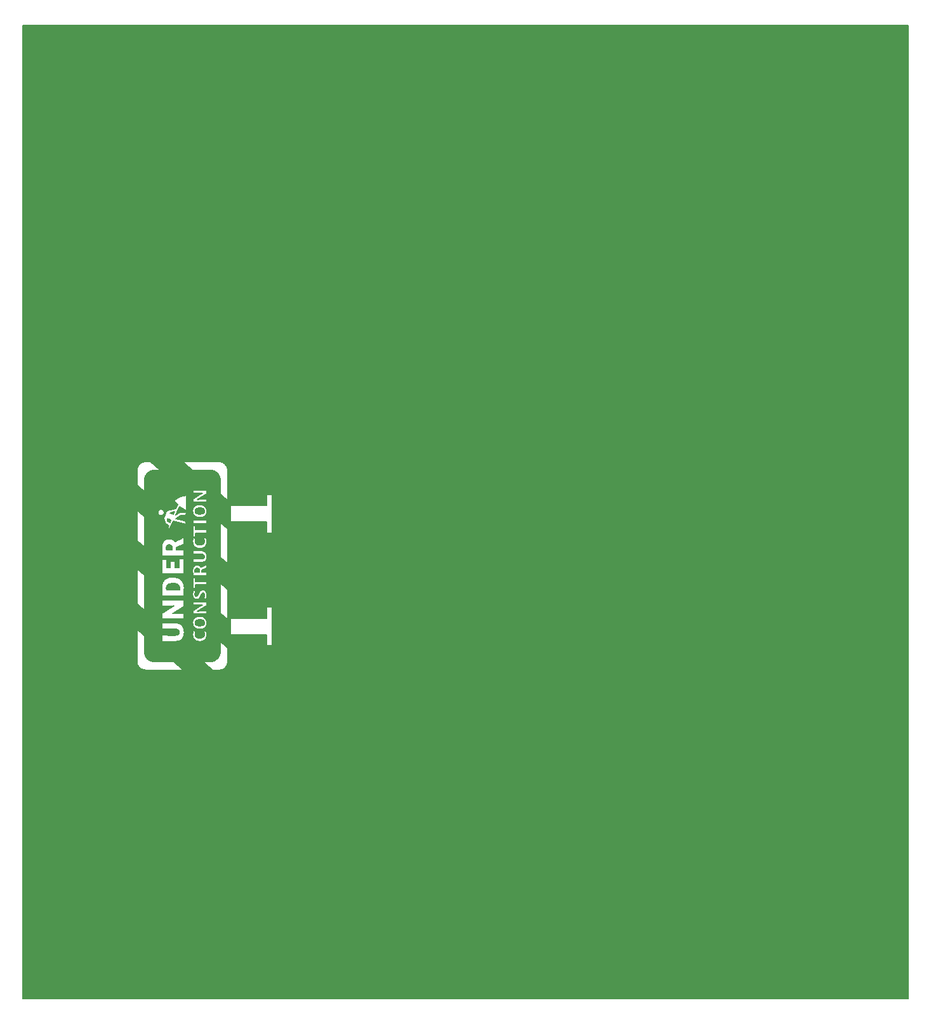
<source format=gbr>
%TF.GenerationSoftware,KiCad,Pcbnew,(6.0.7-1)-1*%
%TF.CreationDate,2022-12-29T08:39:09+01:00*%
%TF.ProjectId,cover_test,636f7665-725f-4746-9573-742e6b696361,rev?*%
%TF.SameCoordinates,Original*%
%TF.FileFunction,Copper,L1,Top*%
%TF.FilePolarity,Positive*%
%FSLAX46Y46*%
G04 Gerber Fmt 4.6, Leading zero omitted, Abs format (unit mm)*
G04 Created by KiCad (PCBNEW (6.0.7-1)-1) date 2022-12-29 08:39:09*
%MOMM*%
%LPD*%
G01*
G04 APERTURE LIST*
%TA.AperFunction,NonConductor*%
%ADD10C,0.200000*%
%TD*%
%TA.AperFunction,ViaPad*%
%ADD11C,0.500000*%
%TD*%
G04 APERTURE END LIST*
D10*
G36*
X116021820Y-96164428D02*
G01*
X116043355Y-96165919D01*
X116064647Y-96168177D01*
X116085611Y-96171187D01*
X116106159Y-96174935D01*
X116126204Y-96179410D01*
X116145659Y-96184598D01*
X116175519Y-96194383D01*
X116203233Y-96205364D01*
X116228832Y-96217574D01*
X116252347Y-96231048D01*
X116263332Y-96238270D01*
X116273809Y-96245820D01*
X116283781Y-96253706D01*
X116293250Y-96261928D01*
X116302223Y-96270492D01*
X116310701Y-96279403D01*
X116318690Y-96288664D01*
X116326194Y-96298280D01*
X116333215Y-96308256D01*
X116339759Y-96318595D01*
X116345828Y-96329303D01*
X116351428Y-96340382D01*
X116356561Y-96351839D01*
X116361232Y-96363676D01*
X116365444Y-96375899D01*
X116369203Y-96388511D01*
X116375370Y-96414921D01*
X116379767Y-96442944D01*
X116382423Y-96472610D01*
X116383372Y-96503957D01*
X116382679Y-96572544D01*
X116381283Y-96640640D01*
X116378857Y-96708736D01*
X116377154Y-96742939D01*
X116375072Y-96777325D01*
X115667104Y-96777325D01*
X115664332Y-96763728D01*
X115661842Y-96749924D01*
X115657633Y-96721808D01*
X115654342Y-96693198D01*
X115651834Y-96664315D01*
X115649976Y-96635379D01*
X115648632Y-96606612D01*
X115646953Y-96550465D01*
X115646982Y-96550446D01*
X115647295Y-96525193D01*
X115648324Y-96499336D01*
X115650202Y-96473092D01*
X115653062Y-96446673D01*
X115657036Y-96420297D01*
X115662258Y-96394178D01*
X115668860Y-96368530D01*
X115676976Y-96343569D01*
X115681643Y-96331414D01*
X115686738Y-96319509D01*
X115692278Y-96307885D01*
X115698280Y-96296566D01*
X115704759Y-96285581D01*
X115711734Y-96274955D01*
X115719220Y-96264716D01*
X115727234Y-96254890D01*
X115735793Y-96245505D01*
X115744912Y-96236588D01*
X115754609Y-96228164D01*
X115764901Y-96220261D01*
X115775804Y-96212906D01*
X115787335Y-96206126D01*
X115799510Y-96199948D01*
X115812346Y-96194397D01*
X115831507Y-96187535D01*
X115851297Y-96181566D01*
X115871629Y-96176476D01*
X115892417Y-96172254D01*
X115913572Y-96168889D01*
X115935008Y-96166364D01*
X115956638Y-96164668D01*
X115978375Y-96163789D01*
X116000132Y-96163713D01*
X116021820Y-96164428D01*
G37*
X116021820Y-96164428D02*
X116043355Y-96165919D01*
X116064647Y-96168177D01*
X116085611Y-96171187D01*
X116106159Y-96174935D01*
X116126204Y-96179410D01*
X116145659Y-96184598D01*
X116175519Y-96194383D01*
X116203233Y-96205364D01*
X116228832Y-96217574D01*
X116252347Y-96231048D01*
X116263332Y-96238270D01*
X116273809Y-96245820D01*
X116283781Y-96253706D01*
X116293250Y-96261928D01*
X116302223Y-96270492D01*
X116310701Y-96279403D01*
X116318690Y-96288664D01*
X116326194Y-96298280D01*
X116333215Y-96308256D01*
X116339759Y-96318595D01*
X116345828Y-96329303D01*
X116351428Y-96340382D01*
X116356561Y-96351839D01*
X116361232Y-96363676D01*
X116365444Y-96375899D01*
X116369203Y-96388511D01*
X116375370Y-96414921D01*
X116379767Y-96442944D01*
X116382423Y-96472610D01*
X116383372Y-96503957D01*
X116382679Y-96572544D01*
X116381283Y-96640640D01*
X116378857Y-96708736D01*
X116377154Y-96742939D01*
X116375072Y-96777325D01*
X115667104Y-96777325D01*
X115664332Y-96763728D01*
X115661842Y-96749924D01*
X115657633Y-96721808D01*
X115654342Y-96693198D01*
X115651834Y-96664315D01*
X115649976Y-96635379D01*
X115648632Y-96606612D01*
X115646953Y-96550465D01*
X115646982Y-96550446D01*
X115647295Y-96525193D01*
X115648324Y-96499336D01*
X115650202Y-96473092D01*
X115653062Y-96446673D01*
X115657036Y-96420297D01*
X115662258Y-96394178D01*
X115668860Y-96368530D01*
X115676976Y-96343569D01*
X115681643Y-96331414D01*
X115686738Y-96319509D01*
X115692278Y-96307885D01*
X115698280Y-96296566D01*
X115704759Y-96285581D01*
X115711734Y-96274955D01*
X115719220Y-96264716D01*
X115727234Y-96254890D01*
X115735793Y-96245505D01*
X115744912Y-96236588D01*
X115754609Y-96228164D01*
X115764901Y-96220261D01*
X115775804Y-96212906D01*
X115787335Y-96206126D01*
X115799510Y-96199948D01*
X115812346Y-96194397D01*
X115831507Y-96187535D01*
X115851297Y-96181566D01*
X115871629Y-96176476D01*
X115892417Y-96172254D01*
X115913572Y-96168889D01*
X115935008Y-96166364D01*
X115956638Y-96164668D01*
X115978375Y-96163789D01*
X116000132Y-96163713D01*
X116021820Y-96164428D01*
G36*
X116548387Y-101308814D02*
G01*
X116600494Y-101310538D01*
X116651238Y-101313370D01*
X116700248Y-101317252D01*
X116747153Y-101322130D01*
X116791584Y-101327950D01*
X116850793Y-101338394D01*
X116908223Y-101351609D01*
X116963595Y-101367702D01*
X117016630Y-101386786D01*
X117067050Y-101408972D01*
X117091192Y-101421261D01*
X117114576Y-101434368D01*
X117137166Y-101448304D01*
X117158928Y-101463085D01*
X117179828Y-101478723D01*
X117199829Y-101495233D01*
X117218898Y-101512627D01*
X117237000Y-101530922D01*
X117254099Y-101550129D01*
X117270161Y-101570263D01*
X117285151Y-101591337D01*
X117299035Y-101613366D01*
X117311776Y-101636362D01*
X117323341Y-101660340D01*
X117333696Y-101685313D01*
X117342802Y-101711296D01*
X117350629Y-101738302D01*
X117357139Y-101766344D01*
X117362299Y-101795437D01*
X117366074Y-101825594D01*
X117368429Y-101856830D01*
X117369326Y-101889157D01*
X117367612Y-101952941D01*
X117366336Y-101984059D01*
X117364716Y-102014941D01*
X117362703Y-102045798D01*
X117360249Y-102076837D01*
X117357307Y-102108270D01*
X117353827Y-102140305D01*
X115674344Y-102140305D01*
X115668597Y-102083937D01*
X115664000Y-102028633D01*
X115662138Y-102001016D01*
X115660570Y-101973226D01*
X115659296Y-101945118D01*
X115658323Y-101916547D01*
X115658320Y-101916543D01*
X115659276Y-101869069D01*
X115662238Y-101823268D01*
X115667340Y-101779177D01*
X115674723Y-101736833D01*
X115679312Y-101716328D01*
X115684523Y-101696273D01*
X115690372Y-101676675D01*
X115696876Y-101657536D01*
X115704054Y-101638862D01*
X115711921Y-101620658D01*
X115720496Y-101602928D01*
X115729795Y-101585677D01*
X115739836Y-101568909D01*
X115750636Y-101552630D01*
X115762212Y-101536843D01*
X115774580Y-101521554D01*
X115787759Y-101506767D01*
X115801765Y-101492487D01*
X115816616Y-101478718D01*
X115832329Y-101465466D01*
X115848920Y-101452735D01*
X115866408Y-101440529D01*
X115884809Y-101428853D01*
X115904141Y-101417712D01*
X115924420Y-101407111D01*
X115945664Y-101397053D01*
X115967891Y-101387545D01*
X115991116Y-101378590D01*
X116033783Y-101364515D01*
X116079159Y-101352151D01*
X116126876Y-101341443D01*
X116176562Y-101332336D01*
X116227846Y-101324778D01*
X116280358Y-101318709D01*
X116333729Y-101314078D01*
X116387587Y-101310827D01*
X116441563Y-101308903D01*
X116495287Y-101308250D01*
X116548387Y-101308814D01*
G37*
X116548387Y-101308814D02*
X116600494Y-101310538D01*
X116651238Y-101313370D01*
X116700248Y-101317252D01*
X116747153Y-101322130D01*
X116791584Y-101327950D01*
X116850793Y-101338394D01*
X116908223Y-101351609D01*
X116963595Y-101367702D01*
X117016630Y-101386786D01*
X117067050Y-101408972D01*
X117091192Y-101421261D01*
X117114576Y-101434368D01*
X117137166Y-101448304D01*
X117158928Y-101463085D01*
X117179828Y-101478723D01*
X117199829Y-101495233D01*
X117218898Y-101512627D01*
X117237000Y-101530922D01*
X117254099Y-101550129D01*
X117270161Y-101570263D01*
X117285151Y-101591337D01*
X117299035Y-101613366D01*
X117311776Y-101636362D01*
X117323341Y-101660340D01*
X117333696Y-101685313D01*
X117342802Y-101711296D01*
X117350629Y-101738302D01*
X117357139Y-101766344D01*
X117362299Y-101795437D01*
X117366074Y-101825594D01*
X117368429Y-101856830D01*
X117369326Y-101889157D01*
X117367612Y-101952941D01*
X117366336Y-101984059D01*
X117364716Y-102014941D01*
X117362703Y-102045798D01*
X117360249Y-102076837D01*
X117357307Y-102108270D01*
X117353827Y-102140305D01*
X115674344Y-102140305D01*
X115668597Y-102083937D01*
X115664000Y-102028633D01*
X115662138Y-102001016D01*
X115660570Y-101973226D01*
X115659296Y-101945118D01*
X115658323Y-101916547D01*
X115658320Y-101916543D01*
X115659276Y-101869069D01*
X115662238Y-101823268D01*
X115667340Y-101779177D01*
X115674723Y-101736833D01*
X115679312Y-101716328D01*
X115684523Y-101696273D01*
X115690372Y-101676675D01*
X115696876Y-101657536D01*
X115704054Y-101638862D01*
X115711921Y-101620658D01*
X115720496Y-101602928D01*
X115729795Y-101585677D01*
X115739836Y-101568909D01*
X115750636Y-101552630D01*
X115762212Y-101536843D01*
X115774580Y-101521554D01*
X115787759Y-101506767D01*
X115801765Y-101492487D01*
X115816616Y-101478718D01*
X115832329Y-101465466D01*
X115848920Y-101452735D01*
X115866408Y-101440529D01*
X115884809Y-101428853D01*
X115904141Y-101417712D01*
X115924420Y-101407111D01*
X115945664Y-101397053D01*
X115967891Y-101387545D01*
X115991116Y-101378590D01*
X116033783Y-101364515D01*
X116079159Y-101352151D01*
X116126876Y-101341443D01*
X116176562Y-101332336D01*
X116227846Y-101324778D01*
X116280358Y-101318709D01*
X116333729Y-101314078D01*
X116387587Y-101310827D01*
X116441563Y-101308903D01*
X116495287Y-101308250D01*
X116548387Y-101308814D01*
G36*
X116228829Y-92861806D02*
G01*
X116094471Y-93163594D01*
X115821103Y-93008565D01*
X115757022Y-92635980D01*
X116228829Y-92861806D01*
G37*
X116228829Y-92861806D02*
X116094471Y-93163594D01*
X115821103Y-93008565D01*
X115757022Y-92635980D01*
X116228829Y-92861806D01*
G36*
X116575577Y-92075806D02*
G01*
X116100153Y-91894421D01*
X116715104Y-91760579D01*
X116575577Y-92075806D01*
G37*
X116575577Y-92075806D02*
X116100153Y-91894421D01*
X116715104Y-91760579D01*
X116575577Y-92075806D01*
G36*
X119746008Y-99294226D02*
G01*
X119761874Y-99294986D01*
X119777444Y-99296255D01*
X119792717Y-99298033D01*
X119807693Y-99300323D01*
X119822370Y-99303125D01*
X119836749Y-99306440D01*
X119850827Y-99310271D01*
X119864605Y-99314617D01*
X119878082Y-99319481D01*
X119891257Y-99324865D01*
X119904129Y-99330767D01*
X119916697Y-99337191D01*
X119928961Y-99344138D01*
X119940920Y-99351609D01*
X119952572Y-99359605D01*
X119963712Y-99368171D01*
X119974133Y-99377353D01*
X119983835Y-99387151D01*
X119992819Y-99397565D01*
X120001082Y-99408594D01*
X120008627Y-99420237D01*
X120015455Y-99432496D01*
X120021560Y-99445369D01*
X120026950Y-99458856D01*
X120031620Y-99472957D01*
X120035572Y-99487672D01*
X120038805Y-99503000D01*
X120041319Y-99518941D01*
X120043117Y-99535496D01*
X120044193Y-99552663D01*
X120044552Y-99570443D01*
X120044035Y-99645371D01*
X120043537Y-99667723D01*
X120042898Y-99689715D01*
X120042053Y-99711496D01*
X120040936Y-99733220D01*
X120039565Y-99753604D01*
X120038806Y-99763052D01*
X120037998Y-99771975D01*
X120037137Y-99780349D01*
X120036224Y-99788151D01*
X120035257Y-99795359D01*
X120034235Y-99801949D01*
X119478713Y-99801949D01*
X119475856Y-99790709D01*
X119473144Y-99779162D01*
X119470591Y-99767321D01*
X119468206Y-99755205D01*
X119466004Y-99742827D01*
X119463998Y-99730203D01*
X119462200Y-99717348D01*
X119460623Y-99704278D01*
X119459478Y-99691169D01*
X119458512Y-99678174D01*
X119457718Y-99665272D01*
X119457086Y-99652442D01*
X119456608Y-99639664D01*
X119456277Y-99626919D01*
X119456023Y-99601441D01*
X119455961Y-99601441D01*
X119456107Y-99586082D01*
X119456550Y-99571159D01*
X119457291Y-99556675D01*
X119458330Y-99542633D01*
X119459670Y-99529036D01*
X119461312Y-99515888D01*
X119463259Y-99503191D01*
X119465510Y-99490948D01*
X119468069Y-99479162D01*
X119470937Y-99467837D01*
X119474115Y-99456975D01*
X119477605Y-99446579D01*
X119481409Y-99436653D01*
X119485528Y-99427199D01*
X119489964Y-99418221D01*
X119494719Y-99409722D01*
X119499721Y-99401522D01*
X119504901Y-99393648D01*
X119510260Y-99386102D01*
X119515799Y-99378884D01*
X119521518Y-99371992D01*
X119527418Y-99365427D01*
X119533500Y-99359189D01*
X119539764Y-99353278D01*
X119546211Y-99347693D01*
X119552842Y-99342435D01*
X119559657Y-99337504D01*
X119566657Y-99332899D01*
X119573843Y-99328621D01*
X119581215Y-99324668D01*
X119588775Y-99321042D01*
X119596522Y-99317743D01*
X119604395Y-99314809D01*
X119612335Y-99312078D01*
X119620340Y-99309544D01*
X119628409Y-99307206D01*
X119636541Y-99305064D01*
X119644735Y-99303115D01*
X119652990Y-99301359D01*
X119661304Y-99299794D01*
X119669677Y-99298418D01*
X119678108Y-99297229D01*
X119686596Y-99296230D01*
X119695139Y-99295413D01*
X119703737Y-99294781D01*
X119712389Y-99294331D01*
X119729847Y-99293972D01*
X119746008Y-99294226D01*
G37*
X119746008Y-99294226D02*
X119761874Y-99294986D01*
X119777444Y-99296255D01*
X119792717Y-99298033D01*
X119807693Y-99300323D01*
X119822370Y-99303125D01*
X119836749Y-99306440D01*
X119850827Y-99310271D01*
X119864605Y-99314617D01*
X119878082Y-99319481D01*
X119891257Y-99324865D01*
X119904129Y-99330767D01*
X119916697Y-99337191D01*
X119928961Y-99344138D01*
X119940920Y-99351609D01*
X119952572Y-99359605D01*
X119963712Y-99368171D01*
X119974133Y-99377353D01*
X119983835Y-99387151D01*
X119992819Y-99397565D01*
X120001082Y-99408594D01*
X120008627Y-99420237D01*
X120015455Y-99432496D01*
X120021560Y-99445369D01*
X120026950Y-99458856D01*
X120031620Y-99472957D01*
X120035572Y-99487672D01*
X120038805Y-99503000D01*
X120041319Y-99518941D01*
X120043117Y-99535496D01*
X120044193Y-99552663D01*
X120044552Y-99570443D01*
X120044035Y-99645371D01*
X120043537Y-99667723D01*
X120042898Y-99689715D01*
X120042053Y-99711496D01*
X120040936Y-99733220D01*
X120039565Y-99753604D01*
X120038806Y-99763052D01*
X120037998Y-99771975D01*
X120037137Y-99780349D01*
X120036224Y-99788151D01*
X120035257Y-99795359D01*
X120034235Y-99801949D01*
X119478713Y-99801949D01*
X119475856Y-99790709D01*
X119473144Y-99779162D01*
X119470591Y-99767321D01*
X119468206Y-99755205D01*
X119466004Y-99742827D01*
X119463998Y-99730203D01*
X119462200Y-99717348D01*
X119460623Y-99704278D01*
X119459478Y-99691169D01*
X119458512Y-99678174D01*
X119457718Y-99665272D01*
X119457086Y-99652442D01*
X119456608Y-99639664D01*
X119456277Y-99626919D01*
X119456023Y-99601441D01*
X119455961Y-99601441D01*
X119456107Y-99586082D01*
X119456550Y-99571159D01*
X119457291Y-99556675D01*
X119458330Y-99542633D01*
X119459670Y-99529036D01*
X119461312Y-99515888D01*
X119463259Y-99503191D01*
X119465510Y-99490948D01*
X119468069Y-99479162D01*
X119470937Y-99467837D01*
X119474115Y-99456975D01*
X119477605Y-99446579D01*
X119481409Y-99436653D01*
X119485528Y-99427199D01*
X119489964Y-99418221D01*
X119494719Y-99409722D01*
X119499721Y-99401522D01*
X119504901Y-99393648D01*
X119510260Y-99386102D01*
X119515799Y-99378884D01*
X119521518Y-99371992D01*
X119527418Y-99365427D01*
X119533500Y-99359189D01*
X119539764Y-99353278D01*
X119546211Y-99347693D01*
X119552842Y-99342435D01*
X119559657Y-99337504D01*
X119566657Y-99332899D01*
X119573843Y-99328621D01*
X119581215Y-99324668D01*
X119588775Y-99321042D01*
X119596522Y-99317743D01*
X119604395Y-99314809D01*
X119612335Y-99312078D01*
X119620340Y-99309544D01*
X119628409Y-99307206D01*
X119636541Y-99305064D01*
X119644735Y-99303115D01*
X119652990Y-99301359D01*
X119661304Y-99299794D01*
X119669677Y-99298418D01*
X119678108Y-99297229D01*
X119686596Y-99296230D01*
X119695139Y-99295413D01*
X119703737Y-99294781D01*
X119712389Y-99294331D01*
X119729847Y-99293972D01*
X119746008Y-99294226D01*
G36*
X120112137Y-91244738D02*
G01*
X120152815Y-91245958D01*
X120191967Y-91247993D01*
X120229596Y-91250844D01*
X120265697Y-91254513D01*
X120300270Y-91259001D01*
X120333317Y-91264310D01*
X120364835Y-91270440D01*
X120394824Y-91277393D01*
X120423284Y-91285172D01*
X120450213Y-91293776D01*
X120475613Y-91303208D01*
X120499481Y-91313468D01*
X120521817Y-91324559D01*
X120542621Y-91336481D01*
X120561893Y-91349236D01*
X120579915Y-91362710D01*
X120596761Y-91376788D01*
X120612434Y-91391471D01*
X120626937Y-91406758D01*
X120640270Y-91422652D01*
X120652435Y-91439151D01*
X120663433Y-91456257D01*
X120673267Y-91473970D01*
X120681937Y-91492290D01*
X120689446Y-91511219D01*
X120695796Y-91530757D01*
X120700987Y-91550904D01*
X120705022Y-91571660D01*
X120707902Y-91593027D01*
X120709628Y-91615004D01*
X120710204Y-91637593D01*
X120709892Y-91654140D01*
X120708957Y-91670330D01*
X120707400Y-91686161D01*
X120705217Y-91701634D01*
X120702414Y-91716749D01*
X120698991Y-91731504D01*
X120694945Y-91745901D01*
X120690277Y-91759939D01*
X120684990Y-91773617D01*
X120679081Y-91786935D01*
X120672553Y-91799894D01*
X120665405Y-91812494D01*
X120657638Y-91824732D01*
X120649251Y-91836610D01*
X120640246Y-91848127D01*
X120630623Y-91859284D01*
X120620360Y-91870186D01*
X120609639Y-91880727D01*
X120598459Y-91890910D01*
X120586818Y-91900738D01*
X120574714Y-91910214D01*
X120562146Y-91919342D01*
X120549111Y-91928125D01*
X120535607Y-91936563D01*
X120521633Y-91944663D01*
X120507187Y-91952425D01*
X120492265Y-91959854D01*
X120476868Y-91966951D01*
X120460993Y-91973721D01*
X120444638Y-91980165D01*
X120427802Y-91986289D01*
X120410480Y-91992093D01*
X120375080Y-92002487D01*
X120338309Y-92011504D01*
X120300187Y-92019141D01*
X120260738Y-92025396D01*
X120219981Y-92030265D01*
X120177940Y-92033746D01*
X120134634Y-92035837D01*
X120090085Y-92036534D01*
X120061306Y-92036312D01*
X120033298Y-92035646D01*
X120006061Y-92034536D01*
X119979596Y-92032985D01*
X119953902Y-92030992D01*
X119928979Y-92028558D01*
X119904827Y-92025686D01*
X119881447Y-92022374D01*
X119858837Y-92018625D01*
X119836999Y-92014440D01*
X119815932Y-92009818D01*
X119795634Y-92004761D01*
X119776108Y-91999270D01*
X119757351Y-91993346D01*
X119739366Y-91986990D01*
X119722151Y-91980203D01*
X119705622Y-91972946D01*
X119689696Y-91965396D01*
X119674374Y-91957549D01*
X119659655Y-91949407D01*
X119645544Y-91940967D01*
X119632038Y-91932229D01*
X119619139Y-91923192D01*
X119606847Y-91913856D01*
X119595161Y-91904219D01*
X119584084Y-91894280D01*
X119573617Y-91884040D01*
X119563758Y-91873496D01*
X119554510Y-91862649D01*
X119545873Y-91851496D01*
X119537847Y-91840040D01*
X119530432Y-91828275D01*
X119523541Y-91816278D01*
X119517083Y-91804123D01*
X119511061Y-91791809D01*
X119505476Y-91779338D01*
X119500330Y-91766708D01*
X119495623Y-91753920D01*
X119491358Y-91740976D01*
X119487536Y-91727874D01*
X119484159Y-91714615D01*
X119481225Y-91701200D01*
X119478740Y-91687628D01*
X119476704Y-91673901D01*
X119475117Y-91660017D01*
X119473982Y-91645979D01*
X119473300Y-91631785D01*
X119473073Y-91617436D01*
X119473067Y-91617436D01*
X119473363Y-91601721D01*
X119474251Y-91586353D01*
X119475730Y-91571334D01*
X119477799Y-91556666D01*
X119480459Y-91542348D01*
X119483709Y-91528382D01*
X119487547Y-91514765D01*
X119491975Y-91501502D01*
X119496990Y-91488591D01*
X119502593Y-91476034D01*
X119508782Y-91463830D01*
X119515559Y-91451984D01*
X119522921Y-91440489D01*
X119530868Y-91429352D01*
X119539401Y-91418571D01*
X119548518Y-91408147D01*
X119558059Y-91397963D01*
X119568076Y-91388113D01*
X119578566Y-91378594D01*
X119589531Y-91369406D01*
X119600968Y-91360547D01*
X119612877Y-91352017D01*
X119625260Y-91343816D01*
X119638111Y-91335942D01*
X119651432Y-91328394D01*
X119665225Y-91321173D01*
X119679488Y-91314276D01*
X119694216Y-91307703D01*
X119709414Y-91301455D01*
X119725079Y-91295529D01*
X119741210Y-91289925D01*
X119757807Y-91284642D01*
X119792120Y-91275065D01*
X119827747Y-91266818D01*
X119864702Y-91259881D01*
X119902998Y-91254242D01*
X119942655Y-91249883D01*
X119983686Y-91246788D01*
X120026107Y-91244944D01*
X120069933Y-91244333D01*
X120112137Y-91244738D01*
G37*
X120112137Y-91244738D02*
X120152815Y-91245958D01*
X120191967Y-91247993D01*
X120229596Y-91250844D01*
X120265697Y-91254513D01*
X120300270Y-91259001D01*
X120333317Y-91264310D01*
X120364835Y-91270440D01*
X120394824Y-91277393D01*
X120423284Y-91285172D01*
X120450213Y-91293776D01*
X120475613Y-91303208D01*
X120499481Y-91313468D01*
X120521817Y-91324559D01*
X120542621Y-91336481D01*
X120561893Y-91349236D01*
X120579915Y-91362710D01*
X120596761Y-91376788D01*
X120612434Y-91391471D01*
X120626937Y-91406758D01*
X120640270Y-91422652D01*
X120652435Y-91439151D01*
X120663433Y-91456257D01*
X120673267Y-91473970D01*
X120681937Y-91492290D01*
X120689446Y-91511219D01*
X120695796Y-91530757D01*
X120700987Y-91550904D01*
X120705022Y-91571660D01*
X120707902Y-91593027D01*
X120709628Y-91615004D01*
X120710204Y-91637593D01*
X120709892Y-91654140D01*
X120708957Y-91670330D01*
X120707400Y-91686161D01*
X120705217Y-91701634D01*
X120702414Y-91716749D01*
X120698991Y-91731504D01*
X120694945Y-91745901D01*
X120690277Y-91759939D01*
X120684990Y-91773617D01*
X120679081Y-91786935D01*
X120672553Y-91799894D01*
X120665405Y-91812494D01*
X120657638Y-91824732D01*
X120649251Y-91836610D01*
X120640246Y-91848127D01*
X120630623Y-91859284D01*
X120620360Y-91870186D01*
X120609639Y-91880727D01*
X120598459Y-91890910D01*
X120586818Y-91900738D01*
X120574714Y-91910214D01*
X120562146Y-91919342D01*
X120549111Y-91928125D01*
X120535607Y-91936563D01*
X120521633Y-91944663D01*
X120507187Y-91952425D01*
X120492265Y-91959854D01*
X120476868Y-91966951D01*
X120460993Y-91973721D01*
X120444638Y-91980165D01*
X120427802Y-91986289D01*
X120410480Y-91992093D01*
X120375080Y-92002487D01*
X120338309Y-92011504D01*
X120300187Y-92019141D01*
X120260738Y-92025396D01*
X120219981Y-92030265D01*
X120177940Y-92033746D01*
X120134634Y-92035837D01*
X120090085Y-92036534D01*
X120061306Y-92036312D01*
X120033298Y-92035646D01*
X120006061Y-92034536D01*
X119979596Y-92032985D01*
X119953902Y-92030992D01*
X119928979Y-92028558D01*
X119904827Y-92025686D01*
X119881447Y-92022374D01*
X119858837Y-92018625D01*
X119836999Y-92014440D01*
X119815932Y-92009818D01*
X119795634Y-92004761D01*
X119776108Y-91999270D01*
X119757351Y-91993346D01*
X119739366Y-91986990D01*
X119722151Y-91980203D01*
X119705622Y-91972946D01*
X119689696Y-91965396D01*
X119674374Y-91957549D01*
X119659655Y-91949407D01*
X119645544Y-91940967D01*
X119632038Y-91932229D01*
X119619139Y-91923192D01*
X119606847Y-91913856D01*
X119595161Y-91904219D01*
X119584084Y-91894280D01*
X119573617Y-91884040D01*
X119563758Y-91873496D01*
X119554510Y-91862649D01*
X119545873Y-91851496D01*
X119537847Y-91840040D01*
X119530432Y-91828275D01*
X119523541Y-91816278D01*
X119517083Y-91804123D01*
X119511061Y-91791809D01*
X119505476Y-91779338D01*
X119500330Y-91766708D01*
X119495623Y-91753920D01*
X119491358Y-91740976D01*
X119487536Y-91727874D01*
X119484159Y-91714615D01*
X119481225Y-91701200D01*
X119478740Y-91687628D01*
X119476704Y-91673901D01*
X119475117Y-91660017D01*
X119473982Y-91645979D01*
X119473300Y-91631785D01*
X119473073Y-91617436D01*
X119473067Y-91617436D01*
X119473363Y-91601721D01*
X119474251Y-91586353D01*
X119475730Y-91571334D01*
X119477799Y-91556666D01*
X119480459Y-91542348D01*
X119483709Y-91528382D01*
X119487547Y-91514765D01*
X119491975Y-91501502D01*
X119496990Y-91488591D01*
X119502593Y-91476034D01*
X119508782Y-91463830D01*
X119515559Y-91451984D01*
X119522921Y-91440489D01*
X119530868Y-91429352D01*
X119539401Y-91418571D01*
X119548518Y-91408147D01*
X119558059Y-91397963D01*
X119568076Y-91388113D01*
X119578566Y-91378594D01*
X119589531Y-91369406D01*
X119600968Y-91360547D01*
X119612877Y-91352017D01*
X119625260Y-91343816D01*
X119638111Y-91335942D01*
X119651432Y-91328394D01*
X119665225Y-91321173D01*
X119679488Y-91314276D01*
X119694216Y-91307703D01*
X119709414Y-91301455D01*
X119725079Y-91295529D01*
X119741210Y-91289925D01*
X119757807Y-91284642D01*
X119792120Y-91275065D01*
X119827747Y-91266818D01*
X119864702Y-91259881D01*
X119902998Y-91254242D01*
X119942655Y-91249883D01*
X119983686Y-91246788D01*
X120026107Y-91244944D01*
X120069933Y-91244333D01*
X120112137Y-91244738D01*
G36*
X120112137Y-106145120D02*
G01*
X120152815Y-106146355D01*
X120191967Y-106148416D01*
X120229596Y-106151300D01*
X120265697Y-106155008D01*
X120300270Y-106159539D01*
X120333317Y-106164894D01*
X120364835Y-106171073D01*
X120394824Y-106178074D01*
X120423284Y-106185899D01*
X120450213Y-106194547D01*
X120475613Y-106204018D01*
X120499481Y-106214311D01*
X120521817Y-106225427D01*
X120542621Y-106237366D01*
X120561893Y-106250127D01*
X120579914Y-106263594D01*
X120596761Y-106277656D01*
X120612434Y-106292312D01*
X120626937Y-106307563D01*
X120640270Y-106323412D01*
X120652435Y-106339858D01*
X120663433Y-106356903D01*
X120673267Y-106374549D01*
X120681937Y-106392795D01*
X120689446Y-106411644D01*
X120695797Y-106431096D01*
X120700988Y-106451153D01*
X120705022Y-106471815D01*
X120707902Y-106493084D01*
X120709628Y-106514960D01*
X120710204Y-106537446D01*
X120709892Y-106553993D01*
X120708957Y-106570182D01*
X120707399Y-106586012D01*
X120705218Y-106601485D01*
X120702415Y-106616600D01*
X120698991Y-106631355D01*
X120694945Y-106645752D01*
X120690277Y-106659790D01*
X120684990Y-106673468D01*
X120679081Y-106686787D01*
X120672553Y-106699746D01*
X120665405Y-106712345D01*
X120657638Y-106724584D01*
X120649251Y-106736462D01*
X120640246Y-106747980D01*
X120630623Y-106759137D01*
X120620360Y-106770050D01*
X120609639Y-106780625D01*
X120598459Y-106790858D01*
X120586818Y-106800751D01*
X120574714Y-106810300D01*
X120562146Y-106819507D01*
X120549111Y-106828369D01*
X120535607Y-106836886D01*
X120521633Y-106845056D01*
X120507187Y-106852879D01*
X120492265Y-106860353D01*
X120476868Y-106867479D01*
X120460993Y-106874253D01*
X120444638Y-106880676D01*
X120427802Y-106886747D01*
X120410481Y-106892464D01*
X120375080Y-106902859D01*
X120338309Y-106911876D01*
X120300187Y-106919513D01*
X120260738Y-106925767D01*
X120219981Y-106930637D01*
X120177940Y-106934118D01*
X120134634Y-106936208D01*
X120090086Y-106936907D01*
X120061306Y-106936684D01*
X120033298Y-106936018D01*
X120006061Y-106934909D01*
X119979596Y-106933356D01*
X119953902Y-106931359D01*
X119928979Y-106928918D01*
X119904827Y-106926033D01*
X119881447Y-106922703D01*
X119858837Y-106918929D01*
X119836999Y-106914711D01*
X119815931Y-106910048D01*
X119795634Y-106904941D01*
X119776108Y-106899390D01*
X119757352Y-106893393D01*
X119739366Y-106886952D01*
X119722151Y-106880067D01*
X119705622Y-106872902D01*
X119689696Y-106865420D01*
X119674374Y-106857621D01*
X119659655Y-106849506D01*
X119645544Y-106841078D01*
X119632038Y-106832338D01*
X119619140Y-106823288D01*
X119606846Y-106813929D01*
X119595161Y-106804263D01*
X119584084Y-106794291D01*
X119573617Y-106784016D01*
X119563758Y-106773439D01*
X119554510Y-106762562D01*
X119545873Y-106751383D01*
X119537847Y-106739909D01*
X119530432Y-106728139D01*
X119523541Y-106716148D01*
X119517083Y-106704007D01*
X119511060Y-106691720D01*
X119505476Y-106679281D01*
X119500330Y-106666691D01*
X119495623Y-106653946D01*
X119491358Y-106641048D01*
X119487536Y-106627994D01*
X119484158Y-106614783D01*
X119481226Y-106601415D01*
X119478740Y-106587887D01*
X119476704Y-106574199D01*
X119475117Y-106560349D01*
X119473983Y-106546336D01*
X119473300Y-106532158D01*
X119473073Y-106517815D01*
X119473067Y-106517812D01*
X119473363Y-106502095D01*
X119474251Y-106486728D01*
X119475731Y-106471708D01*
X119477800Y-106457037D01*
X119480459Y-106442713D01*
X119483710Y-106428737D01*
X119487547Y-106415108D01*
X119491975Y-106401825D01*
X119496990Y-106388889D01*
X119502593Y-106376299D01*
X119508782Y-106364054D01*
X119515559Y-106352155D01*
X119522921Y-106340600D01*
X119530868Y-106329390D01*
X119539401Y-106318525D01*
X119548518Y-106308004D01*
X119558059Y-106297823D01*
X119568076Y-106287988D01*
X119578567Y-106278494D01*
X119589531Y-106269340D01*
X119600968Y-106260524D01*
X119612877Y-106252047D01*
X119625260Y-106243905D01*
X119638111Y-106236099D01*
X119651433Y-106228625D01*
X119665225Y-106221484D01*
X119679487Y-106214673D01*
X119694216Y-106208191D01*
X119709414Y-106202037D01*
X119725079Y-106196209D01*
X119741210Y-106190707D01*
X119757807Y-106185529D01*
X119792120Y-106175930D01*
X119827747Y-106167624D01*
X119864701Y-106160606D01*
X119902998Y-106154873D01*
X119942654Y-106150420D01*
X119983686Y-106147244D01*
X120026107Y-106145341D01*
X120069933Y-106144707D01*
X120112137Y-106145120D01*
G37*
X120112137Y-106145120D02*
X120152815Y-106146355D01*
X120191967Y-106148416D01*
X120229596Y-106151300D01*
X120265697Y-106155008D01*
X120300270Y-106159539D01*
X120333317Y-106164894D01*
X120364835Y-106171073D01*
X120394824Y-106178074D01*
X120423284Y-106185899D01*
X120450213Y-106194547D01*
X120475613Y-106204018D01*
X120499481Y-106214311D01*
X120521817Y-106225427D01*
X120542621Y-106237366D01*
X120561893Y-106250127D01*
X120579914Y-106263594D01*
X120596761Y-106277656D01*
X120612434Y-106292312D01*
X120626937Y-106307563D01*
X120640270Y-106323412D01*
X120652435Y-106339858D01*
X120663433Y-106356903D01*
X120673267Y-106374549D01*
X120681937Y-106392795D01*
X120689446Y-106411644D01*
X120695797Y-106431096D01*
X120700988Y-106451153D01*
X120705022Y-106471815D01*
X120707902Y-106493084D01*
X120709628Y-106514960D01*
X120710204Y-106537446D01*
X120709892Y-106553993D01*
X120708957Y-106570182D01*
X120707399Y-106586012D01*
X120705218Y-106601485D01*
X120702415Y-106616600D01*
X120698991Y-106631355D01*
X120694945Y-106645752D01*
X120690277Y-106659790D01*
X120684990Y-106673468D01*
X120679081Y-106686787D01*
X120672553Y-106699746D01*
X120665405Y-106712345D01*
X120657638Y-106724584D01*
X120649251Y-106736462D01*
X120640246Y-106747980D01*
X120630623Y-106759137D01*
X120620360Y-106770050D01*
X120609639Y-106780625D01*
X120598459Y-106790858D01*
X120586818Y-106800751D01*
X120574714Y-106810300D01*
X120562146Y-106819507D01*
X120549111Y-106828369D01*
X120535607Y-106836886D01*
X120521633Y-106845056D01*
X120507187Y-106852879D01*
X120492265Y-106860353D01*
X120476868Y-106867479D01*
X120460993Y-106874253D01*
X120444638Y-106880676D01*
X120427802Y-106886747D01*
X120410481Y-106892464D01*
X120375080Y-106902859D01*
X120338309Y-106911876D01*
X120300187Y-106919513D01*
X120260738Y-106925767D01*
X120219981Y-106930637D01*
X120177940Y-106934118D01*
X120134634Y-106936208D01*
X120090086Y-106936907D01*
X120061306Y-106936684D01*
X120033298Y-106936018D01*
X120006061Y-106934909D01*
X119979596Y-106933356D01*
X119953902Y-106931359D01*
X119928979Y-106928918D01*
X119904827Y-106926033D01*
X119881447Y-106922703D01*
X119858837Y-106918929D01*
X119836999Y-106914711D01*
X119815931Y-106910048D01*
X119795634Y-106904941D01*
X119776108Y-106899390D01*
X119757352Y-106893393D01*
X119739366Y-106886952D01*
X119722151Y-106880067D01*
X119705622Y-106872902D01*
X119689696Y-106865420D01*
X119674374Y-106857621D01*
X119659655Y-106849506D01*
X119645544Y-106841078D01*
X119632038Y-106832338D01*
X119619140Y-106823288D01*
X119606846Y-106813929D01*
X119595161Y-106804263D01*
X119584084Y-106794291D01*
X119573617Y-106784016D01*
X119563758Y-106773439D01*
X119554510Y-106762562D01*
X119545873Y-106751383D01*
X119537847Y-106739909D01*
X119530432Y-106728139D01*
X119523541Y-106716148D01*
X119517083Y-106704007D01*
X119511060Y-106691720D01*
X119505476Y-106679281D01*
X119500330Y-106666691D01*
X119495623Y-106653946D01*
X119491358Y-106641048D01*
X119487536Y-106627994D01*
X119484158Y-106614783D01*
X119481226Y-106601415D01*
X119478740Y-106587887D01*
X119476704Y-106574199D01*
X119475117Y-106560349D01*
X119473983Y-106546336D01*
X119473300Y-106532158D01*
X119473073Y-106517815D01*
X119473067Y-106517812D01*
X119473363Y-106502095D01*
X119474251Y-106486728D01*
X119475731Y-106471708D01*
X119477800Y-106457037D01*
X119480459Y-106442713D01*
X119483710Y-106428737D01*
X119487547Y-106415108D01*
X119491975Y-106401825D01*
X119496990Y-106388889D01*
X119502593Y-106376299D01*
X119508782Y-106364054D01*
X119515559Y-106352155D01*
X119522921Y-106340600D01*
X119530868Y-106329390D01*
X119539401Y-106318525D01*
X119548518Y-106308004D01*
X119558059Y-106297823D01*
X119568076Y-106287988D01*
X119578567Y-106278494D01*
X119589531Y-106269340D01*
X119600968Y-106260524D01*
X119612877Y-106252047D01*
X119625260Y-106243905D01*
X119638111Y-106236099D01*
X119651433Y-106228625D01*
X119665225Y-106221484D01*
X119679487Y-106214673D01*
X119694216Y-106208191D01*
X119709414Y-106202037D01*
X119725079Y-106196209D01*
X119741210Y-106190707D01*
X119757807Y-106185529D01*
X119792120Y-106175930D01*
X119827747Y-106167624D01*
X119864701Y-106160606D01*
X119902998Y-106154873D01*
X119942654Y-106150420D01*
X119983686Y-106147244D01*
X120026107Y-106145341D01*
X120069933Y-106144707D01*
X120112137Y-106145120D01*
G36*
X96495666Y-156704408D02*
G01*
X96495666Y-111693726D01*
X111692671Y-111693726D01*
X111692672Y-111693726D01*
X111694193Y-111753585D01*
X111698705Y-111812681D01*
X111706135Y-111870938D01*
X111716408Y-111928281D01*
X111729448Y-111984632D01*
X111745182Y-112039918D01*
X111763535Y-112094061D01*
X111784432Y-112146987D01*
X111807799Y-112198619D01*
X111833560Y-112248881D01*
X111861643Y-112297698D01*
X111891971Y-112344994D01*
X111924471Y-112390692D01*
X111959067Y-112434719D01*
X111995687Y-112476996D01*
X112034254Y-112517449D01*
X112074908Y-112556217D01*
X112117371Y-112593023D01*
X112161568Y-112627790D01*
X112207422Y-112660445D01*
X112254859Y-112690915D01*
X112303803Y-112719124D01*
X112354177Y-112744999D01*
X112405910Y-112768466D01*
X112458923Y-112789449D01*
X112513139Y-112807876D01*
X112568486Y-112823672D01*
X112624887Y-112836761D01*
X112682266Y-112847071D01*
X112740550Y-112854527D01*
X112799662Y-112859055D01*
X112859526Y-112860580D01*
X117942420Y-112860581D01*
X116746112Y-111818129D01*
X116636560Y-111722665D01*
X120510218Y-111722665D01*
X121816615Y-112860577D01*
X122670826Y-112860577D01*
X122729662Y-112859094D01*
X122787781Y-112854694D01*
X122845109Y-112847448D01*
X122901572Y-112837429D01*
X122957096Y-112824709D01*
X123011607Y-112809361D01*
X123065031Y-112791458D01*
X123117295Y-112771071D01*
X123168323Y-112748274D01*
X123218042Y-112723137D01*
X123266379Y-112695735D01*
X123313259Y-112666140D01*
X123358608Y-112634421D01*
X123402352Y-112600655D01*
X123444418Y-112564912D01*
X123484730Y-112527264D01*
X123494530Y-112516934D01*
X123533305Y-112476277D01*
X123570126Y-112433812D01*
X123604919Y-112389617D01*
X123637608Y-112343772D01*
X123668117Y-112296356D01*
X123696370Y-112247448D01*
X123722291Y-112197126D01*
X123745806Y-112145472D01*
X123766838Y-112092563D01*
X123785311Y-112038479D01*
X123801149Y-111983298D01*
X123814278Y-111927101D01*
X123824621Y-111869966D01*
X123832103Y-111811971D01*
X123836648Y-111753199D01*
X123838179Y-111693726D01*
X123838179Y-109896420D01*
X122800000Y-108992081D01*
X122800000Y-110388379D01*
X122798257Y-110456222D01*
X122793087Y-110523268D01*
X122784575Y-110589428D01*
X122772806Y-110654612D01*
X122757865Y-110718732D01*
X122739836Y-110781699D01*
X122718807Y-110843424D01*
X122694860Y-110903817D01*
X122668083Y-110962791D01*
X122638559Y-111020255D01*
X122606375Y-111076122D01*
X122571615Y-111130301D01*
X122534365Y-111182705D01*
X122494710Y-111233244D01*
X122452734Y-111281829D01*
X122408522Y-111328372D01*
X122362164Y-111372783D01*
X122313739Y-111414973D01*
X122263336Y-111454854D01*
X122211038Y-111492337D01*
X122156932Y-111527331D01*
X122101102Y-111559749D01*
X122043634Y-111589502D01*
X121984612Y-111616501D01*
X121924123Y-111640657D01*
X121862251Y-111661880D01*
X121799081Y-111680083D01*
X121734699Y-111695175D01*
X121669189Y-111707068D01*
X121602638Y-111715674D01*
X121535129Y-111720902D01*
X121466750Y-111722665D01*
X120510218Y-111722665D01*
X116636560Y-111722665D01*
X116636555Y-111722661D01*
X114064619Y-111722661D01*
X113996236Y-111720916D01*
X113928719Y-111715737D01*
X113862154Y-111707211D01*
X113796625Y-111695423D01*
X113732220Y-111680458D01*
X113669022Y-111662402D01*
X113607119Y-111641342D01*
X113546594Y-111617360D01*
X113487535Y-111590545D01*
X113430026Y-111560981D01*
X113374154Y-111528754D01*
X113320003Y-111493950D01*
X113267659Y-111456653D01*
X113217208Y-111416950D01*
X113168736Y-111374927D01*
X113122328Y-111330669D01*
X113078069Y-111284260D01*
X113036045Y-111235788D01*
X112996341Y-111185337D01*
X112959046Y-111132993D01*
X112924241Y-111078842D01*
X112892014Y-111022970D01*
X112862450Y-110965461D01*
X112835635Y-110906401D01*
X112811654Y-110845877D01*
X112790593Y-110783973D01*
X112772537Y-110720776D01*
X112757572Y-110656370D01*
X112745784Y-110590841D01*
X112737257Y-110524275D01*
X112732079Y-110456758D01*
X112730334Y-110388375D01*
X112730334Y-108319253D01*
X112588544Y-108195752D01*
X115031486Y-108195752D01*
X115031486Y-109047379D01*
X116746113Y-109055695D01*
X116830148Y-109054238D01*
X116913750Y-109049701D01*
X116996628Y-109041835D01*
X117078490Y-109030394D01*
X117159046Y-109015129D01*
X117238005Y-108995792D01*
X117315076Y-108972136D01*
X117389969Y-108943912D01*
X117426507Y-108928010D01*
X117462391Y-108910873D01*
X117497585Y-108892471D01*
X117532053Y-108872770D01*
X117565758Y-108851744D01*
X117598663Y-108829357D01*
X117630733Y-108805581D01*
X117661931Y-108780385D01*
X117692221Y-108753736D01*
X117721566Y-108725605D01*
X117749929Y-108695960D01*
X117777276Y-108664771D01*
X117803568Y-108632006D01*
X117828771Y-108597633D01*
X117852847Y-108561624D01*
X117875760Y-108523945D01*
X117895613Y-108487869D01*
X117914186Y-108450326D01*
X117931468Y-108411345D01*
X117947452Y-108370952D01*
X117962129Y-108329174D01*
X117975490Y-108286038D01*
X117987527Y-108241570D01*
X117998232Y-108195798D01*
X118007486Y-108149329D01*
X118015584Y-108101502D01*
X118017154Y-108090333D01*
X119122691Y-108090333D01*
X119123642Y-108140524D01*
X119124830Y-108165313D01*
X119126495Y-108189896D01*
X119128636Y-108214274D01*
X119131254Y-108238444D01*
X119134347Y-108262407D01*
X119137917Y-108286161D01*
X119141965Y-108309706D01*
X119146490Y-108333042D01*
X119151492Y-108356167D01*
X119156972Y-108379080D01*
X119162929Y-108401781D01*
X119169365Y-108424270D01*
X119176278Y-108446546D01*
X119183670Y-108468606D01*
X119191538Y-108490385D01*
X119199878Y-108511821D01*
X119208691Y-108532911D01*
X119217978Y-108553656D01*
X119227739Y-108574059D01*
X119237975Y-108594119D01*
X119248687Y-108613839D01*
X119259875Y-108633218D01*
X119271540Y-108652256D01*
X119283682Y-108670955D01*
X119296304Y-108689317D01*
X119309404Y-108707341D01*
X119322983Y-108725029D01*
X119337043Y-108742381D01*
X119351583Y-108759399D01*
X119366603Y-108776082D01*
X119382098Y-108792272D01*
X119398048Y-108808017D01*
X119414459Y-108823315D01*
X119431327Y-108838167D01*
X119448654Y-108852571D01*
X119466438Y-108866526D01*
X119484681Y-108880032D01*
X119503381Y-108893087D01*
X119522537Y-108905692D01*
X119542153Y-108917845D01*
X119562224Y-108929546D01*
X119582752Y-108940793D01*
X119603737Y-108951587D01*
X119625178Y-108961926D01*
X119647075Y-108971809D01*
X119669428Y-108981236D01*
X119692333Y-108990157D01*
X119715677Y-108998519D01*
X119739463Y-109006321D01*
X119763695Y-109013560D01*
X119788374Y-109020234D01*
X119813502Y-109026340D01*
X119839082Y-109031876D01*
X119865117Y-109036839D01*
X119891610Y-109041227D01*
X119918563Y-109045038D01*
X119945978Y-109048269D01*
X119973857Y-109050917D01*
X120002204Y-109052983D01*
X120031022Y-109054461D01*
X120060311Y-109055349D01*
X120090075Y-109055646D01*
X120126364Y-109055201D01*
X120162052Y-109053869D01*
X120197139Y-109051652D01*
X120231623Y-109048550D01*
X120265503Y-109044565D01*
X120298778Y-109039700D01*
X120331447Y-109033956D01*
X120363509Y-109027334D01*
X120394965Y-109019838D01*
X120425812Y-109011467D01*
X120456049Y-109002224D01*
X120485676Y-108992111D01*
X120514690Y-108981130D01*
X120543092Y-108969281D01*
X120570881Y-108956567D01*
X120598055Y-108942990D01*
X120624744Y-108928477D01*
X120650657Y-108913159D01*
X120675798Y-108897038D01*
X120700167Y-108880111D01*
X120723764Y-108862377D01*
X120746594Y-108843836D01*
X120768655Y-108824486D01*
X120789951Y-108804328D01*
X120810482Y-108783359D01*
X120830251Y-108761579D01*
X120849257Y-108738987D01*
X120867504Y-108715582D01*
X120884992Y-108691363D01*
X120901723Y-108666328D01*
X120917698Y-108640479D01*
X120932919Y-108613812D01*
X120947197Y-108586363D01*
X120960552Y-108558167D01*
X120972985Y-108529224D01*
X120984494Y-108499532D01*
X120995081Y-108469092D01*
X121004746Y-108437903D01*
X121013489Y-108405963D01*
X121021310Y-108373273D01*
X121028211Y-108339831D01*
X121034190Y-108305637D01*
X121039249Y-108270692D01*
X121043387Y-108234991D01*
X121046605Y-108198536D01*
X121048902Y-108161329D01*
X121050074Y-108129086D01*
X124208716Y-108129086D01*
X129030127Y-108129091D01*
X129030127Y-109602383D01*
X129776335Y-109602383D01*
X129776335Y-104465226D01*
X129776320Y-104465226D01*
X129030127Y-104465225D01*
X129030127Y-105939038D01*
X124208717Y-105939038D01*
X124208716Y-108129086D01*
X121050074Y-108129086D01*
X121050282Y-108123365D01*
X121050742Y-108084645D01*
X121050488Y-108057457D01*
X121049725Y-108031070D01*
X121048448Y-108005462D01*
X121046653Y-107980610D01*
X121044335Y-107956488D01*
X121041490Y-107933074D01*
X121038113Y-107910345D01*
X121034201Y-107888276D01*
X121029929Y-107867044D01*
X121025478Y-107846424D01*
X121020844Y-107826419D01*
X121016029Y-107807036D01*
X121011030Y-107788280D01*
X121005848Y-107770156D01*
X121000482Y-107752672D01*
X120994930Y-107735829D01*
X120983444Y-107704346D01*
X120972390Y-107675062D01*
X120961754Y-107647869D01*
X120951521Y-107622659D01*
X120562916Y-107622659D01*
X120566269Y-107626770D01*
X120569637Y-107631156D01*
X120576414Y-107640744D01*
X120583237Y-107651407D01*
X120590095Y-107663131D01*
X120596981Y-107675901D01*
X120603882Y-107689702D01*
X120610790Y-107704516D01*
X120617695Y-107720330D01*
X120624471Y-107737266D01*
X120631005Y-107754638D01*
X120637296Y-107772466D01*
X120643348Y-107790769D01*
X120649166Y-107809570D01*
X120654751Y-107828888D01*
X120660106Y-107848743D01*
X120665236Y-107869157D01*
X120669766Y-107889804D01*
X120673722Y-107910349D01*
X120677093Y-107930790D01*
X120679871Y-107951125D01*
X120682047Y-107971356D01*
X120683613Y-107991484D01*
X120684559Y-108011506D01*
X120684876Y-108031422D01*
X120684563Y-108053350D01*
X120683627Y-108074811D01*
X120682070Y-108095808D01*
X120679894Y-108116341D01*
X120677101Y-108136415D01*
X120673692Y-108156032D01*
X120669674Y-108175193D01*
X120665044Y-108193900D01*
X120659807Y-108212157D01*
X120653965Y-108229965D01*
X120647519Y-108247327D01*
X120640473Y-108264246D01*
X120632827Y-108280722D01*
X120624587Y-108296760D01*
X120615752Y-108312361D01*
X120606326Y-108327527D01*
X120596366Y-108342237D01*
X120585931Y-108356476D01*
X120575020Y-108370242D01*
X120563632Y-108383536D01*
X120551764Y-108396360D01*
X120539416Y-108408717D01*
X120526588Y-108420607D01*
X120513277Y-108432031D01*
X120499482Y-108442992D01*
X120485203Y-108453490D01*
X120470438Y-108463527D01*
X120455186Y-108473104D01*
X120439446Y-108482223D01*
X120423216Y-108490885D01*
X120406497Y-108499092D01*
X120389285Y-108506844D01*
X120371639Y-108514144D01*
X120353618Y-108520990D01*
X120335224Y-108527378D01*
X120316455Y-108533308D01*
X120297312Y-108538776D01*
X120277797Y-108543781D01*
X120257908Y-108548318D01*
X120237646Y-108552389D01*
X120217013Y-108555988D01*
X120196006Y-108559115D01*
X120174629Y-108561768D01*
X120152878Y-108563943D01*
X120130758Y-108565638D01*
X120115323Y-108566471D01*
X120108267Y-108566852D01*
X120085404Y-108567582D01*
X120062172Y-108567826D01*
X120039602Y-108567556D01*
X120017472Y-108566748D01*
X119995781Y-108565401D01*
X119974530Y-108563516D01*
X119953718Y-108561094D01*
X119933344Y-108558135D01*
X119913408Y-108554638D01*
X119893910Y-108550606D01*
X119874850Y-108546038D01*
X119856228Y-108540935D01*
X119838042Y-108535296D01*
X119820294Y-108529123D01*
X119802982Y-108522417D01*
X119786107Y-108515176D01*
X119769668Y-108507403D01*
X119753665Y-108499097D01*
X119738018Y-108490337D01*
X119722857Y-108481201D01*
X119708181Y-108471688D01*
X119693989Y-108461799D01*
X119680278Y-108451533D01*
X119667049Y-108440889D01*
X119654298Y-108429867D01*
X119642027Y-108418466D01*
X119630232Y-108406687D01*
X119618913Y-108394528D01*
X119608067Y-108381990D01*
X119597694Y-108369070D01*
X119587796Y-108355770D01*
X119578365Y-108342088D01*
X119569405Y-108328025D01*
X119560912Y-108313580D01*
X119553014Y-108298932D01*
X119545628Y-108284050D01*
X119538754Y-108268937D01*
X119532391Y-108253593D01*
X119526540Y-108238021D01*
X119521199Y-108222222D01*
X119516369Y-108206197D01*
X119512048Y-108189949D01*
X119508238Y-108173478D01*
X119504936Y-108156787D01*
X119502145Y-108139877D01*
X119499860Y-108122750D01*
X119498084Y-108105407D01*
X119496816Y-108087849D01*
X119496056Y-108070079D01*
X119495802Y-108052098D01*
X119496120Y-108024398D01*
X119497068Y-107997759D01*
X119498637Y-107972193D01*
X119500815Y-107947714D01*
X119503595Y-107924330D01*
X119506965Y-107902059D01*
X119510918Y-107880909D01*
X119515442Y-107860894D01*
X119520529Y-107841733D01*
X119525763Y-107823545D01*
X119531156Y-107806313D01*
X119536720Y-107790015D01*
X119542467Y-107774631D01*
X119548408Y-107760142D01*
X119554556Y-107746528D01*
X119560923Y-107733769D01*
X119566070Y-107724104D01*
X119571335Y-107714503D01*
X119576717Y-107704968D01*
X119582216Y-107695500D01*
X119587830Y-107686100D01*
X119593560Y-107676769D01*
X119599404Y-107667508D01*
X119605362Y-107658318D01*
X119198670Y-107597336D01*
X119195825Y-107611682D01*
X119192736Y-107626273D01*
X119185873Y-107656179D01*
X119178172Y-107687024D01*
X119169730Y-107718777D01*
X119165198Y-107735047D01*
X119160798Y-107752082D01*
X119156521Y-107769886D01*
X119152359Y-107788469D01*
X119148301Y-107807835D01*
X119144337Y-107827992D01*
X119136660Y-107870705D01*
X119133347Y-107893520D01*
X119130493Y-107917645D01*
X119128093Y-107943087D01*
X119126140Y-107969856D01*
X119124632Y-107997956D01*
X119123560Y-108027397D01*
X119122922Y-108058186D01*
X119122710Y-108090329D01*
X119122691Y-108090333D01*
X118017154Y-108090333D01*
X118022500Y-108052317D01*
X118028212Y-108001773D01*
X118032696Y-107949869D01*
X118035928Y-107896607D01*
X118037885Y-107841985D01*
X118038542Y-107786004D01*
X118037210Y-107707819D01*
X118035547Y-107669679D01*
X118033219Y-107632179D01*
X118030228Y-107595321D01*
X118026575Y-107559108D01*
X118022260Y-107523542D01*
X118017284Y-107488627D01*
X118011649Y-107454366D01*
X118005354Y-107420760D01*
X117998401Y-107387814D01*
X117990791Y-107355530D01*
X117982524Y-107323910D01*
X117973602Y-107292958D01*
X117964025Y-107262676D01*
X117953794Y-107233067D01*
X117935426Y-107185566D01*
X117915280Y-107140054D01*
X117893409Y-107096500D01*
X117869869Y-107054872D01*
X117844716Y-107015140D01*
X117818005Y-106977270D01*
X117789790Y-106941233D01*
X117760128Y-106906994D01*
X117729074Y-106874525D01*
X117696684Y-106843792D01*
X117663012Y-106814764D01*
X117628114Y-106787411D01*
X117554862Y-106737598D01*
X117477371Y-106694101D01*
X117396084Y-106656668D01*
X117311444Y-106625045D01*
X117223894Y-106598980D01*
X117133877Y-106578222D01*
X117041836Y-106562515D01*
X116948213Y-106551609D01*
X116853453Y-106545250D01*
X116758000Y-106543187D01*
X115031491Y-106543187D01*
X115031491Y-107391713D01*
X116662400Y-107391713D01*
X116697046Y-107391903D01*
X116730718Y-107392480D01*
X116763392Y-107393454D01*
X116795043Y-107394836D01*
X116825651Y-107396634D01*
X116855189Y-107398860D01*
X116883633Y-107401523D01*
X116910963Y-107404633D01*
X116958768Y-107410849D01*
X116983985Y-107414973D01*
X117009766Y-107419882D01*
X117035874Y-107425656D01*
X117062074Y-107432372D01*
X117088131Y-107440112D01*
X117113809Y-107448955D01*
X117138873Y-107458981D01*
X117163088Y-107470269D01*
X117186217Y-107482898D01*
X117197301Y-107489741D01*
X117208026Y-107496950D01*
X117218362Y-107504533D01*
X117228279Y-107512502D01*
X117237749Y-107520866D01*
X117246741Y-107529635D01*
X117255227Y-107538820D01*
X117263177Y-107548429D01*
X117270561Y-107558473D01*
X117277350Y-107568963D01*
X117285027Y-107582593D01*
X117292163Y-107596994D01*
X117304780Y-107627879D01*
X117315133Y-107661148D01*
X117323155Y-107696333D01*
X117328775Y-107732968D01*
X117331929Y-107770582D01*
X117332546Y-107808707D01*
X117330559Y-107846877D01*
X117325900Y-107884622D01*
X117318501Y-107921473D01*
X117313752Y-107939418D01*
X117308293Y-107956964D01*
X117302115Y-107974053D01*
X117295209Y-107990625D01*
X117287568Y-108006624D01*
X117279181Y-108021989D01*
X117270042Y-108036663D01*
X117260140Y-108050587D01*
X117249469Y-108063702D01*
X117238019Y-108075949D01*
X117225783Y-108087273D01*
X117212750Y-108097611D01*
X117197003Y-108108377D01*
X117180544Y-108118324D01*
X117163446Y-108127490D01*
X117145782Y-108135911D01*
X117127624Y-108143622D01*
X117109046Y-108150664D01*
X117090120Y-108157069D01*
X117070918Y-108162878D01*
X117051515Y-108168123D01*
X117031981Y-108172843D01*
X117012390Y-108177075D01*
X116992815Y-108180854D01*
X116954003Y-108187203D01*
X116916127Y-108192181D01*
X116887981Y-108195097D01*
X116858762Y-108197569D01*
X116828494Y-108199605D01*
X116797206Y-108201216D01*
X116764924Y-108202408D01*
X116731677Y-108203189D01*
X116697492Y-108203568D01*
X116662396Y-108203553D01*
X115031486Y-108195752D01*
X112588544Y-108195752D01*
X111692671Y-107415433D01*
X111692671Y-111693726D01*
X96495666Y-111693726D01*
X96495666Y-106477321D01*
X119122254Y-106477321D01*
X119122710Y-106510583D01*
X119122712Y-106510587D01*
X119124005Y-106542977D01*
X119126005Y-106574913D01*
X119128713Y-106606398D01*
X119132129Y-106637430D01*
X119136254Y-106668010D01*
X119141088Y-106698138D01*
X119146633Y-106727815D01*
X119152889Y-106757040D01*
X119159858Y-106785815D01*
X119167540Y-106814139D01*
X119175935Y-106842013D01*
X119185045Y-106869438D01*
X119194871Y-106896412D01*
X119205414Y-106922937D01*
X119216671Y-106949013D01*
X119228648Y-106974641D01*
X119241314Y-106999714D01*
X119254849Y-107024126D01*
X119269255Y-107047877D01*
X119284527Y-107070963D01*
X119300665Y-107093384D01*
X119317670Y-107115135D01*
X119335537Y-107136218D01*
X119354269Y-107156630D01*
X119373865Y-107176369D01*
X119394321Y-107195433D01*
X119415637Y-107213822D01*
X119437813Y-107231530D01*
X119460847Y-107248560D01*
X119484738Y-107264908D01*
X119509485Y-107280573D01*
X119535088Y-107295552D01*
X119561518Y-107309758D01*
X119588954Y-107323106D01*
X119617397Y-107335596D01*
X119646843Y-107347226D01*
X119677294Y-107357997D01*
X119708747Y-107367907D01*
X119741202Y-107376957D01*
X119774658Y-107385145D01*
X119809113Y-107392471D01*
X119844567Y-107398936D01*
X119881019Y-107404537D01*
X119918468Y-107409274D01*
X119956912Y-107413147D01*
X119996350Y-107416155D01*
X120036783Y-107418298D01*
X120078207Y-107419576D01*
X120115323Y-107419685D01*
X120151817Y-107418968D01*
X120187689Y-107417425D01*
X120222943Y-107415054D01*
X120257576Y-107411856D01*
X120291585Y-107407830D01*
X120324976Y-107402975D01*
X120357745Y-107397292D01*
X120389893Y-107390778D01*
X120421422Y-107383434D01*
X120452328Y-107375259D01*
X120482615Y-107366253D01*
X120512281Y-107356415D01*
X120541326Y-107345744D01*
X120569751Y-107334241D01*
X120597556Y-107321904D01*
X120624749Y-107308780D01*
X120651135Y-107294915D01*
X120676714Y-107280309D01*
X120701487Y-107264958D01*
X120725457Y-107248862D01*
X120748625Y-107232019D01*
X120770992Y-107214427D01*
X120792562Y-107196086D01*
X120813334Y-107176993D01*
X120833310Y-107157147D01*
X120852493Y-107136547D01*
X120870883Y-107115192D01*
X120888483Y-107093078D01*
X120905293Y-107070206D01*
X120921316Y-107046574D01*
X120936553Y-107022179D01*
X120950917Y-106997191D01*
X120964324Y-106971567D01*
X120976771Y-106945307D01*
X120988258Y-106918406D01*
X120998784Y-106890868D01*
X121008347Y-106862686D01*
X121016945Y-106833862D01*
X121024579Y-106804392D01*
X121031246Y-106774275D01*
X121036945Y-106743509D01*
X121041676Y-106712094D01*
X121045437Y-106680026D01*
X121048227Y-106647305D01*
X121050044Y-106613929D01*
X121050888Y-106579896D01*
X121050757Y-106545205D01*
X121049660Y-106513244D01*
X121047830Y-106481758D01*
X121045265Y-106450747D01*
X121041961Y-106420210D01*
X121037918Y-106390150D01*
X121033130Y-106360565D01*
X121030083Y-106344532D01*
X121027598Y-106331458D01*
X121021316Y-106302825D01*
X121014283Y-106274670D01*
X121006496Y-106246993D01*
X120997952Y-106219793D01*
X120988648Y-106193071D01*
X120978583Y-106166827D01*
X120967752Y-106141063D01*
X120956155Y-106115776D01*
X120943787Y-106090970D01*
X120930702Y-106066630D01*
X120916747Y-106042955D01*
X120901924Y-106019945D01*
X120886232Y-105997596D01*
X120869673Y-105975911D01*
X120852249Y-105954887D01*
X120833959Y-105934525D01*
X120814807Y-105914823D01*
X120794792Y-105895782D01*
X120773915Y-105877399D01*
X120752179Y-105859675D01*
X120729583Y-105842609D01*
X120706129Y-105826200D01*
X120681818Y-105810448D01*
X120656651Y-105795352D01*
X120630629Y-105780911D01*
X120603596Y-105767217D01*
X120575603Y-105754358D01*
X120546649Y-105742332D01*
X120516735Y-105731140D01*
X120485862Y-105720781D01*
X120454027Y-105711253D01*
X120421233Y-105702556D01*
X120387478Y-105694689D01*
X120352764Y-105687651D01*
X120317087Y-105681442D01*
X120280451Y-105676060D01*
X120242854Y-105671505D01*
X120204296Y-105667776D01*
X120164779Y-105664873D01*
X120124299Y-105662793D01*
X120082859Y-105661538D01*
X120045853Y-105661326D01*
X120009475Y-105661942D01*
X119973727Y-105663387D01*
X119938605Y-105665660D01*
X119904114Y-105668763D01*
X119870250Y-105672695D01*
X119837013Y-105677456D01*
X119804404Y-105683047D01*
X119772423Y-105689468D01*
X119741068Y-105696718D01*
X119710340Y-105704798D01*
X119680239Y-105713709D01*
X119650764Y-105723450D01*
X119621916Y-105734021D01*
X119593691Y-105745424D01*
X119566094Y-105757657D01*
X119539111Y-105770565D01*
X119512943Y-105784197D01*
X119487588Y-105798553D01*
X119463043Y-105813629D01*
X119439308Y-105829425D01*
X119416381Y-105845939D01*
X119394260Y-105863168D01*
X119372945Y-105881111D01*
X119352433Y-105899767D01*
X119332725Y-105919133D01*
X119313815Y-105939206D01*
X119295705Y-105959988D01*
X119278394Y-105981474D01*
X119261878Y-106003663D01*
X119246158Y-106026555D01*
X119231230Y-106050145D01*
X119217187Y-106074390D01*
X119204115Y-106099246D01*
X119192012Y-106124711D01*
X119180880Y-106150784D01*
X119170717Y-106177464D01*
X119161522Y-106204748D01*
X119153296Y-106232637D01*
X119146037Y-106261128D01*
X119139744Y-106290220D01*
X119134417Y-106319912D01*
X119130056Y-106350202D01*
X119126660Y-106381089D01*
X119124228Y-106412572D01*
X119122759Y-106444651D01*
X119122254Y-106477321D01*
X96495666Y-106477321D01*
X96495666Y-99315156D01*
X111692671Y-99315156D01*
X111692671Y-104040448D01*
X112730334Y-104944268D01*
X112730334Y-103529370D01*
X115031485Y-103529370D01*
X115031485Y-104319505D01*
X115841021Y-104325746D01*
X116041719Y-104323791D01*
X116242569Y-104317805D01*
X116443983Y-104306477D01*
X116646374Y-104288495D01*
X116557019Y-104332966D01*
X116463124Y-104383118D01*
X116264288Y-104497669D01*
X116055000Y-104626560D01*
X115840394Y-104764201D01*
X115415769Y-105043381D01*
X115216017Y-105173743D01*
X115031486Y-105290501D01*
X115031486Y-106067715D01*
X117934147Y-106067712D01*
X118008047Y-106067712D01*
X118008047Y-105351998D01*
X119142859Y-105351998D01*
X121030083Y-105352006D01*
X121030083Y-104922574D01*
X120215145Y-104922574D01*
X119732487Y-104980965D01*
X120019291Y-104844022D01*
X121030083Y-104231656D01*
X121030083Y-103756749D01*
X119641026Y-103756750D01*
X119142859Y-103756749D01*
X119142859Y-104185662D01*
X119973816Y-104185662D01*
X120453890Y-104134503D01*
X120179490Y-104264729D01*
X119142859Y-104909650D01*
X119142859Y-105351998D01*
X118008047Y-105351998D01*
X118008047Y-105276548D01*
X117211973Y-105269348D01*
X117016862Y-105271442D01*
X116821286Y-105278042D01*
X116624231Y-105290623D01*
X116424681Y-105310658D01*
X116514700Y-105266127D01*
X116608362Y-105216957D01*
X116804510Y-105106953D01*
X117008926Y-104985138D01*
X117217411Y-104856007D01*
X117629789Y-104593771D01*
X117825283Y-104469653D01*
X118008047Y-104356194D01*
X118008047Y-103529370D01*
X115031485Y-103529370D01*
X112730334Y-103529370D01*
X112730334Y-101891229D01*
X115000987Y-101891229D01*
X115008101Y-102168704D01*
X115018321Y-102444621D01*
X115027496Y-102720957D01*
X115030396Y-102859900D01*
X115031477Y-102999688D01*
X118008044Y-102999688D01*
X118009593Y-102753205D01*
X119122710Y-102753205D01*
X119123217Y-102790382D01*
X119124736Y-102826652D01*
X119127260Y-102862031D01*
X119130783Y-102896533D01*
X119135300Y-102930172D01*
X119140803Y-102962961D01*
X119147289Y-102994920D01*
X119154749Y-103026059D01*
X119158957Y-103041302D01*
X119163427Y-103056293D01*
X119168157Y-103071031D01*
X119173145Y-103085512D01*
X119178389Y-103099734D01*
X119183887Y-103113695D01*
X119189637Y-103127395D01*
X119195638Y-103140827D01*
X119201887Y-103153992D01*
X119208382Y-103166888D01*
X119215122Y-103179509D01*
X119222104Y-103191855D01*
X119229327Y-103203926D01*
X119236788Y-103215717D01*
X119244486Y-103227226D01*
X119252419Y-103238450D01*
X119260401Y-103249360D01*
X119268700Y-103260003D01*
X119277310Y-103270370D01*
X119286221Y-103280459D01*
X119295429Y-103290263D01*
X119304924Y-103299773D01*
X119314701Y-103308986D01*
X119324752Y-103317893D01*
X119335070Y-103326490D01*
X119345648Y-103334771D01*
X119356478Y-103342729D01*
X119367554Y-103350358D01*
X119378868Y-103357651D01*
X119390413Y-103364604D01*
X119402182Y-103371209D01*
X119414168Y-103377461D01*
X119426424Y-103383340D01*
X119438940Y-103388853D01*
X119451714Y-103393997D01*
X119464746Y-103398771D01*
X119478036Y-103403173D01*
X119491582Y-103407201D01*
X119505384Y-103410854D01*
X119519442Y-103414130D01*
X119533755Y-103417029D01*
X119548322Y-103419544D01*
X119563142Y-103421678D01*
X119578216Y-103423428D01*
X119593541Y-103424793D01*
X119609119Y-103425769D01*
X119624947Y-103426356D01*
X119641026Y-103426553D01*
X119659779Y-103426309D01*
X119678194Y-103425579D01*
X119696276Y-103424364D01*
X119714026Y-103422669D01*
X119731446Y-103420493D01*
X119748538Y-103417841D01*
X119765306Y-103414713D01*
X119781752Y-103411114D01*
X119797877Y-103407044D01*
X119813685Y-103402505D01*
X119829177Y-103397500D01*
X119844356Y-103392032D01*
X119859225Y-103386103D01*
X119873786Y-103379715D01*
X119888040Y-103372870D01*
X119901991Y-103365571D01*
X119915537Y-103357815D01*
X119928867Y-103349727D01*
X119941974Y-103341311D01*
X119954854Y-103332573D01*
X119967501Y-103323517D01*
X119979908Y-103314148D01*
X119992070Y-103304472D01*
X120003983Y-103294492D01*
X120015638Y-103284215D01*
X120027032Y-103273645D01*
X120038159Y-103262785D01*
X120049012Y-103251645D01*
X120059586Y-103240224D01*
X120069875Y-103228531D01*
X120079874Y-103216567D01*
X120089577Y-103204343D01*
X120108727Y-103178944D01*
X120127276Y-103152932D01*
X120145206Y-103126309D01*
X120162501Y-103099082D01*
X120179142Y-103071251D01*
X120195112Y-103042825D01*
X120210393Y-103013807D01*
X120224967Y-102984200D01*
X120257154Y-102917316D01*
X120286685Y-102857277D01*
X120313392Y-102804242D01*
X120337107Y-102758374D01*
X120342634Y-102748007D01*
X120348133Y-102738020D01*
X120353607Y-102728410D01*
X120359059Y-102719176D01*
X120364489Y-102710321D01*
X120369900Y-102701839D01*
X120375294Y-102693732D01*
X120380673Y-102685998D01*
X120386039Y-102678637D01*
X120391395Y-102671648D01*
X120396741Y-102665027D01*
X120402080Y-102658778D01*
X120407414Y-102652895D01*
X120412745Y-102647381D01*
X120418076Y-102642234D01*
X120423407Y-102637452D01*
X120428811Y-102632998D01*
X120434364Y-102628833D01*
X120440062Y-102624958D01*
X120445908Y-102621372D01*
X120451898Y-102618073D01*
X120458035Y-102615064D01*
X120464316Y-102612343D01*
X120470741Y-102609909D01*
X120477310Y-102607763D01*
X120484023Y-102605904D01*
X120490878Y-102604331D01*
X120497875Y-102603046D01*
X120505014Y-102602046D01*
X120512295Y-102601333D01*
X120519716Y-102600905D01*
X120527277Y-102600762D01*
X120537554Y-102601001D01*
X120547474Y-102601714D01*
X120557038Y-102602902D01*
X120566248Y-102604564D01*
X120570720Y-102605573D01*
X120575103Y-102606700D01*
X120579398Y-102607945D01*
X120583604Y-102609309D01*
X120587722Y-102610790D01*
X120591751Y-102612389D01*
X120595692Y-102614105D01*
X120599545Y-102615940D01*
X120603311Y-102617892D01*
X120606986Y-102619962D01*
X120610575Y-102622149D01*
X120614075Y-102624453D01*
X120617487Y-102626874D01*
X120620812Y-102629413D01*
X120624048Y-102632069D01*
X120627197Y-102634841D01*
X120630258Y-102637731D01*
X120633233Y-102640737D01*
X120636117Y-102643860D01*
X120638916Y-102647099D01*
X120641627Y-102650455D01*
X120644249Y-102653928D01*
X120646785Y-102657515D01*
X120649233Y-102661221D01*
X120653798Y-102669033D01*
X120658080Y-102677414D01*
X120662080Y-102686366D01*
X120665793Y-102695890D01*
X120669221Y-102705986D01*
X120672360Y-102716655D01*
X120675207Y-102727897D01*
X120677763Y-102739714D01*
X120680024Y-102752106D01*
X120681990Y-102765073D01*
X120683658Y-102778617D01*
X120685027Y-102792738D01*
X120686095Y-102807437D01*
X120686860Y-102822714D01*
X120687320Y-102838571D01*
X120687474Y-102855008D01*
X120687156Y-102879660D01*
X120686207Y-102904271D01*
X120684626Y-102928836D01*
X120682417Y-102953353D01*
X120679580Y-102977817D01*
X120676118Y-103002226D01*
X120672032Y-103026575D01*
X120667324Y-103050862D01*
X120662378Y-103075035D01*
X120657156Y-103098632D01*
X120651662Y-103121662D01*
X120645902Y-103144135D01*
X120639881Y-103166060D01*
X120633603Y-103187445D01*
X120627073Y-103208299D01*
X120620295Y-103228631D01*
X120613228Y-103247998D01*
X120606248Y-103266368D01*
X120599351Y-103283735D01*
X120592535Y-103300089D01*
X120585798Y-103315424D01*
X120579137Y-103329732D01*
X120572550Y-103343006D01*
X120566035Y-103355237D01*
X120933972Y-103413627D01*
X120939692Y-103403592D01*
X120945567Y-103391883D01*
X120951596Y-103378501D01*
X120957781Y-103363446D01*
X120964123Y-103346718D01*
X120970624Y-103328319D01*
X120977283Y-103308247D01*
X120984103Y-103286504D01*
X120990675Y-103263588D01*
X120997015Y-103239594D01*
X121003131Y-103214532D01*
X121009031Y-103188413D01*
X121014722Y-103161249D01*
X121020210Y-103133051D01*
X121025505Y-103103831D01*
X121030613Y-103073598D01*
X121035312Y-103042872D01*
X121039395Y-103011749D01*
X121042855Y-102980229D01*
X121045694Y-102948316D01*
X121047907Y-102916011D01*
X121049492Y-102883316D01*
X121050444Y-102850233D01*
X121050763Y-102816766D01*
X121050488Y-102789319D01*
X121049663Y-102762388D01*
X121048291Y-102735973D01*
X121046371Y-102710077D01*
X121043905Y-102684703D01*
X121040893Y-102659852D01*
X121037337Y-102635526D01*
X121033238Y-102611727D01*
X121030135Y-102596169D01*
X121028596Y-102588457D01*
X121023413Y-102565719D01*
X121017690Y-102543513D01*
X121011427Y-102521844D01*
X121004626Y-102500712D01*
X120997288Y-102480119D01*
X120989413Y-102460068D01*
X120981002Y-102440560D01*
X120972113Y-102421624D01*
X120962797Y-102403286D01*
X120953054Y-102385544D01*
X120942880Y-102368395D01*
X120932276Y-102351836D01*
X120921238Y-102335866D01*
X120909766Y-102320482D01*
X120897858Y-102305682D01*
X120885513Y-102291463D01*
X120872728Y-102277823D01*
X120859502Y-102264760D01*
X120845833Y-102252272D01*
X120831720Y-102240355D01*
X120817161Y-102229009D01*
X120802155Y-102218230D01*
X120786700Y-102208016D01*
X120770841Y-102198394D01*
X120754629Y-102189389D01*
X120738064Y-102181005D01*
X120721151Y-102173237D01*
X120703888Y-102166089D01*
X120686280Y-102159561D01*
X120668329Y-102153652D01*
X120650036Y-102148364D01*
X120631402Y-102143697D01*
X120612432Y-102139651D01*
X120593125Y-102136226D01*
X120573484Y-102133423D01*
X120553513Y-102131243D01*
X120533212Y-102129685D01*
X120512582Y-102128750D01*
X120491627Y-102128438D01*
X120477815Y-102128569D01*
X120464187Y-102128965D01*
X120450746Y-102129626D01*
X120437495Y-102130554D01*
X120424437Y-102131750D01*
X120411574Y-102133217D01*
X120398908Y-102134954D01*
X120386442Y-102136965D01*
X120374179Y-102139251D01*
X120362121Y-102141811D01*
X120350271Y-102144649D01*
X120338631Y-102147767D01*
X120327203Y-102151165D01*
X120315991Y-102154845D01*
X120304996Y-102158808D01*
X120294222Y-102163056D01*
X120283537Y-102167574D01*
X120273014Y-102172345D01*
X120262652Y-102177373D01*
X120252449Y-102182654D01*
X120242403Y-102188189D01*
X120232512Y-102193979D01*
X120222775Y-102200023D01*
X120213190Y-102206322D01*
X120203756Y-102212876D01*
X120194471Y-102219684D01*
X120185331Y-102226748D01*
X120176337Y-102234067D01*
X120167486Y-102241640D01*
X120158778Y-102249470D01*
X120150208Y-102257553D01*
X120141778Y-102265893D01*
X120125015Y-102283064D01*
X120108597Y-102301128D01*
X120092522Y-102320092D01*
X120076789Y-102339965D01*
X120061395Y-102360752D01*
X120046339Y-102382461D01*
X120031621Y-102405099D01*
X120017237Y-102428674D01*
X120001780Y-102455173D01*
X119986730Y-102481899D01*
X119972091Y-102508846D01*
X119957860Y-102536011D01*
X119944045Y-102563389D01*
X119930644Y-102590974D01*
X119917661Y-102618762D01*
X119905098Y-102646748D01*
X119892118Y-102674707D01*
X119879505Y-102701298D01*
X119867241Y-102726536D01*
X119855308Y-102750429D01*
X119843689Y-102772989D01*
X119832364Y-102794228D01*
X119821317Y-102814156D01*
X119810528Y-102832783D01*
X119805193Y-102841624D01*
X119799847Y-102850166D01*
X119794491Y-102858407D01*
X119789124Y-102866348D01*
X119783745Y-102873990D01*
X119778355Y-102881331D01*
X119772953Y-102888372D01*
X119767538Y-102895112D01*
X119762110Y-102901552D01*
X119756668Y-102907691D01*
X119751212Y-102913529D01*
X119745742Y-102919066D01*
X119740257Y-102924303D01*
X119734756Y-102929237D01*
X119729240Y-102933871D01*
X119723708Y-102938203D01*
X119718214Y-102942254D01*
X119712607Y-102946048D01*
X119706888Y-102949582D01*
X119701059Y-102952857D01*
X119695122Y-102955873D01*
X119689076Y-102958629D01*
X119682923Y-102961124D01*
X119676665Y-102963358D01*
X119670302Y-102965331D01*
X119663836Y-102967043D01*
X119657268Y-102968492D01*
X119650599Y-102969678D01*
X119643831Y-102970602D01*
X119636963Y-102971261D01*
X119629999Y-102971659D01*
X119622939Y-102971791D01*
X119617127Y-102971680D01*
X119611403Y-102971347D01*
X119605765Y-102970792D01*
X119600216Y-102970018D01*
X119594752Y-102969023D01*
X119589375Y-102967812D01*
X119584083Y-102966382D01*
X119578876Y-102964736D01*
X119573755Y-102962875D01*
X119568719Y-102960798D01*
X119563766Y-102958508D01*
X119558898Y-102956005D01*
X119554114Y-102953290D01*
X119549412Y-102950364D01*
X119544794Y-102947228D01*
X119540259Y-102943882D01*
X119535833Y-102940316D01*
X119531546Y-102936514D01*
X119527398Y-102932478D01*
X119523386Y-102928209D01*
X119519510Y-102923702D01*
X119515769Y-102918961D01*
X119512161Y-102913986D01*
X119508684Y-102908774D01*
X119505339Y-102903329D01*
X119502123Y-102897648D01*
X119499035Y-102891731D01*
X119496075Y-102885579D01*
X119493240Y-102879191D01*
X119490531Y-102872568D01*
X119487944Y-102865708D01*
X119485480Y-102858613D01*
X119483043Y-102851378D01*
X119480777Y-102843890D01*
X119478677Y-102836150D01*
X119476741Y-102828157D01*
X119473360Y-102811410D01*
X119470620Y-102793646D01*
X119468510Y-102774863D01*
X119467019Y-102755059D01*
X119466132Y-102734227D01*
X119465840Y-102712369D01*
X119466399Y-102681517D01*
X119468118Y-102650741D01*
X119470994Y-102620072D01*
X119475019Y-102589545D01*
X119480191Y-102559191D01*
X119486503Y-102529042D01*
X119493951Y-102499131D01*
X119502530Y-102469491D01*
X119507268Y-102454887D01*
X119512074Y-102440766D01*
X119516944Y-102427126D01*
X119521877Y-102413969D01*
X119526871Y-102401294D01*
X119531924Y-102389102D01*
X119537032Y-102377393D01*
X119542196Y-102366168D01*
X119547411Y-102355426D01*
X119552679Y-102345168D01*
X119557992Y-102335393D01*
X119563352Y-102326103D01*
X119568756Y-102317297D01*
X119574201Y-102308976D01*
X119579687Y-102301141D01*
X119585209Y-102293790D01*
X119232260Y-102219891D01*
X119224392Y-102233764D01*
X119216262Y-102250288D01*
X119207868Y-102269459D01*
X119199214Y-102291273D01*
X119190296Y-102315728D01*
X119181118Y-102342819D01*
X119171679Y-102372541D01*
X119161979Y-102404893D01*
X119152767Y-102439822D01*
X119144786Y-102477269D01*
X119142859Y-102488672D01*
X119138036Y-102517203D01*
X119132516Y-102559598D01*
X119128224Y-102604422D01*
X119125160Y-102651648D01*
X119123322Y-102701247D01*
X119122710Y-102753190D01*
X119122710Y-102753205D01*
X118009593Y-102753205D01*
X118011143Y-102506695D01*
X118026263Y-102219425D01*
X118032731Y-102076143D01*
X118035656Y-101996648D01*
X119142859Y-101996648D01*
X119506661Y-101996644D01*
X119506661Y-101493317D01*
X121030083Y-101493317D01*
X121030083Y-101242165D01*
X122800000Y-101242165D01*
X122800000Y-105251740D01*
X123838179Y-106153496D01*
X123838179Y-102146504D01*
X122800000Y-101242165D01*
X121030083Y-101242165D01*
X121030083Y-101015828D01*
X119506661Y-101015828D01*
X119506662Y-100513016D01*
X119142859Y-100513016D01*
X119142859Y-101996648D01*
X118035656Y-101996648D01*
X118038014Y-101932572D01*
X118037479Y-101874337D01*
X118035459Y-101817144D01*
X118031961Y-101761003D01*
X118026991Y-101705924D01*
X118020557Y-101651915D01*
X118012667Y-101598989D01*
X118008053Y-101573384D01*
X118008048Y-101573363D01*
X118003327Y-101547155D01*
X117992545Y-101496423D01*
X117965544Y-101393725D01*
X117932329Y-101295996D01*
X117893065Y-101203272D01*
X117847926Y-101115593D01*
X117797081Y-101032998D01*
X117740701Y-100955527D01*
X117678956Y-100883218D01*
X117612017Y-100816109D01*
X117540052Y-100754241D01*
X117463234Y-100697652D01*
X117381732Y-100646381D01*
X117295716Y-100600467D01*
X117205357Y-100559950D01*
X117110826Y-100524866D01*
X117012291Y-100495257D01*
X116909924Y-100471162D01*
X116856043Y-100460767D01*
X116801049Y-100451750D01*
X116744963Y-100444113D01*
X116687809Y-100437859D01*
X116629609Y-100432990D01*
X116570388Y-100429510D01*
X116510166Y-100427418D01*
X116448968Y-100426720D01*
X116365407Y-100428117D01*
X116284093Y-100432293D01*
X116205053Y-100439229D01*
X116128313Y-100448902D01*
X116090813Y-100454760D01*
X116053898Y-100461293D01*
X116017572Y-100468502D01*
X115981835Y-100476383D01*
X115946695Y-100484932D01*
X115912152Y-100494148D01*
X115878210Y-100504028D01*
X115844872Y-100514569D01*
X115811506Y-100526011D01*
X115778735Y-100538168D01*
X115746560Y-100551040D01*
X115714989Y-100564623D01*
X115684022Y-100578913D01*
X115653664Y-100593906D01*
X115623921Y-100609599D01*
X115594792Y-100625988D01*
X115566285Y-100643069D01*
X115538403Y-100660840D01*
X115511148Y-100679296D01*
X115484526Y-100698434D01*
X115458540Y-100718251D01*
X115433194Y-100738742D01*
X115408491Y-100759905D01*
X115384435Y-100781735D01*
X115338048Y-100827915D01*
X115294644Y-100877180D01*
X115254226Y-100929530D01*
X115216795Y-100984965D01*
X115182351Y-101043488D01*
X115150896Y-101105098D01*
X115122431Y-101169798D01*
X115096957Y-101237586D01*
X115074477Y-101308466D01*
X115054989Y-101382436D01*
X115038495Y-101459499D01*
X115024999Y-101539655D01*
X115014500Y-101622905D01*
X115006998Y-101709251D01*
X115002497Y-101798691D01*
X115000996Y-101891229D01*
X115000987Y-101891229D01*
X112730334Y-101891229D01*
X112730334Y-100218976D01*
X111692671Y-99315156D01*
X96495666Y-99315156D01*
X96495666Y-98109026D01*
X115031486Y-98109026D01*
X115031487Y-100045342D01*
X118008048Y-100045342D01*
X118008048Y-99542535D01*
X119122710Y-99542535D01*
X119122771Y-99542527D01*
X119123444Y-99639070D01*
X119125428Y-99727103D01*
X119128668Y-99806563D01*
X119130742Y-99843059D01*
X119133110Y-99877389D01*
X119137469Y-99941881D01*
X119140523Y-100002431D01*
X119142321Y-100059113D01*
X119142910Y-100112000D01*
X119142910Y-100274266D01*
X121030135Y-100274266D01*
X121030135Y-99801942D01*
X120362475Y-99801942D01*
X120362205Y-99740313D01*
X120361362Y-99685015D01*
X120359902Y-99635986D01*
X120358924Y-99613805D01*
X120357775Y-99593171D01*
X120358569Y-99586649D01*
X120359697Y-99580252D01*
X120361157Y-99573980D01*
X120362949Y-99567832D01*
X120365073Y-99561805D01*
X120367527Y-99555901D01*
X120370307Y-99550116D01*
X120373416Y-99544449D01*
X120376853Y-99538900D01*
X120380614Y-99533467D01*
X120384699Y-99528150D01*
X120389110Y-99522946D01*
X120393843Y-99517857D01*
X120398897Y-99512877D01*
X120404272Y-99508009D01*
X120409966Y-99503251D01*
X120416463Y-99498266D01*
X120423197Y-99493348D01*
X120437380Y-99483717D01*
X120452511Y-99474365D01*
X120468587Y-99465295D01*
X120485603Y-99456513D01*
X120503555Y-99448024D01*
X120522442Y-99439832D01*
X120542258Y-99431943D01*
X120583896Y-99416215D01*
X120626871Y-99400727D01*
X120671205Y-99385344D01*
X120716923Y-99369931D01*
X120740202Y-99362268D01*
X120763207Y-99354332D01*
X120785943Y-99346128D01*
X120808414Y-99337659D01*
X120830624Y-99328928D01*
X120852576Y-99319939D01*
X120874274Y-99310696D01*
X120895724Y-99301203D01*
X120923877Y-99288628D01*
X120948061Y-99277694D01*
X120968168Y-99268436D01*
X120984093Y-99260892D01*
X120990137Y-99257841D01*
X120996102Y-99254642D01*
X121001986Y-99251301D01*
X121007785Y-99247815D01*
X121013498Y-99244187D01*
X121019120Y-99240420D01*
X121024649Y-99236514D01*
X121030083Y-99232472D01*
X121030083Y-98712090D01*
X120995977Y-98731313D01*
X120978959Y-98741156D01*
X120961873Y-98751370D01*
X120927508Y-98771415D01*
X120910311Y-98781205D01*
X120893143Y-98790639D01*
X120869794Y-98803868D01*
X120846157Y-98816793D01*
X120822223Y-98829412D01*
X120797984Y-98841721D01*
X120773432Y-98853716D01*
X120748557Y-98865395D01*
X120723351Y-98876753D01*
X120697806Y-98887788D01*
X120647206Y-98909192D01*
X120597480Y-98930730D01*
X120548696Y-98952371D01*
X120500920Y-98974087D01*
X120477648Y-98985284D01*
X120455084Y-98996715D01*
X120433228Y-99008390D01*
X120412077Y-99020317D01*
X120391632Y-99032505D01*
X120371892Y-99044964D01*
X120352856Y-99057703D01*
X120334523Y-99070730D01*
X120329347Y-99074527D01*
X120324276Y-99078394D01*
X120319309Y-99082328D01*
X120314446Y-99086323D01*
X120309688Y-99090383D01*
X120305033Y-99094502D01*
X120300483Y-99098677D01*
X120296038Y-99102907D01*
X120291697Y-99107189D01*
X120287461Y-99111521D01*
X120283329Y-99115900D01*
X120279302Y-99120325D01*
X120275380Y-99124792D01*
X120271563Y-99129300D01*
X120267850Y-99133846D01*
X120264243Y-99138429D01*
X120260645Y-99130931D01*
X120256968Y-99123500D01*
X120253221Y-99116141D01*
X120249413Y-99108857D01*
X120245553Y-99101652D01*
X120241650Y-99094530D01*
X120237889Y-99087872D01*
X120233752Y-99080549D01*
X120224960Y-99066625D01*
X120215729Y-99053083D01*
X120206057Y-99039920D01*
X120195945Y-99027136D01*
X120185392Y-99014732D01*
X120174397Y-99002708D01*
X120162957Y-98991063D01*
X120151076Y-98979797D01*
X120138749Y-98968910D01*
X120125977Y-98958401D01*
X120112760Y-98948272D01*
X120099096Y-98938520D01*
X120084986Y-98929148D01*
X120070428Y-98920153D01*
X120055421Y-98911537D01*
X120039965Y-98903298D01*
X120024121Y-98895504D01*
X120007740Y-98888219D01*
X119990824Y-98881443D01*
X119973372Y-98875174D01*
X119955384Y-98869413D01*
X119936860Y-98864157D01*
X119917800Y-98859406D01*
X119898205Y-98855160D01*
X119878073Y-98851416D01*
X119857406Y-98848174D01*
X119836204Y-98845434D01*
X119814464Y-98843194D01*
X119792191Y-98841454D01*
X119769381Y-98840212D01*
X119746036Y-98839467D01*
X119722155Y-98839219D01*
X119700128Y-98839456D01*
X119678581Y-98840168D01*
X119657514Y-98841358D01*
X119636925Y-98843027D01*
X119616816Y-98845177D01*
X119597185Y-98847813D01*
X119578032Y-98850934D01*
X119559357Y-98854542D01*
X119541158Y-98858641D01*
X119523436Y-98863232D01*
X119506189Y-98868317D01*
X119489419Y-98873898D01*
X119473123Y-98879978D01*
X119457302Y-98886559D01*
X119441956Y-98893642D01*
X119427082Y-98901231D01*
X119412735Y-98909132D01*
X119398756Y-98917368D01*
X119385149Y-98925934D01*
X119371918Y-98934829D01*
X119359065Y-98944051D01*
X119346594Y-98953600D01*
X119334509Y-98963472D01*
X119322813Y-98973667D01*
X119311508Y-98984180D01*
X119300599Y-98995012D01*
X119290088Y-99006161D01*
X119279980Y-99017625D01*
X119270276Y-99029402D01*
X119260982Y-99041490D01*
X119252098Y-99053888D01*
X119243630Y-99066594D01*
X119235425Y-99079536D01*
X119227535Y-99092645D01*
X119219962Y-99105923D01*
X119212703Y-99119369D01*
X119205756Y-99132984D01*
X119199120Y-99146767D01*
X119192794Y-99160720D01*
X119186777Y-99174843D01*
X119181067Y-99189135D01*
X119175662Y-99203599D01*
X119170562Y-99218231D01*
X119165765Y-99233036D01*
X119161270Y-99248011D01*
X119157075Y-99263160D01*
X119153179Y-99278478D01*
X119149580Y-99293969D01*
X119143295Y-99324934D01*
X119137842Y-99355937D01*
X119133225Y-99386975D01*
X119129444Y-99418041D01*
X119126500Y-99449135D01*
X119124395Y-99480251D01*
X119123131Y-99511387D01*
X119122710Y-99542535D01*
X118008048Y-99542535D01*
X118008049Y-98490918D01*
X119142859Y-98490918D01*
X120237889Y-98496106D01*
X120268078Y-98495805D01*
X120297804Y-98494902D01*
X120327065Y-98493396D01*
X120355861Y-98491286D01*
X120384190Y-98488572D01*
X120412051Y-98485252D01*
X120439443Y-98481327D01*
X120466366Y-98476794D01*
X120492820Y-98471654D01*
X120518800Y-98465905D01*
X120544309Y-98459548D01*
X120569345Y-98452580D01*
X120593907Y-98445002D01*
X120617993Y-98436812D01*
X120641603Y-98428010D01*
X120664736Y-98418595D01*
X120687309Y-98408492D01*
X120709239Y-98397629D01*
X120730526Y-98386005D01*
X120751172Y-98373622D01*
X120771176Y-98360479D01*
X120790537Y-98346577D01*
X120809258Y-98331917D01*
X120827338Y-98316498D01*
X120844778Y-98300322D01*
X120861579Y-98283388D01*
X120877739Y-98265696D01*
X120893260Y-98247249D01*
X120908142Y-98228045D01*
X120922385Y-98208084D01*
X120935991Y-98187369D01*
X120948959Y-98165898D01*
X120961311Y-98143495D01*
X120972862Y-98120191D01*
X120983613Y-98095983D01*
X120993562Y-98070871D01*
X121002712Y-98044852D01*
X121011062Y-98017924D01*
X121018614Y-97990086D01*
X121025368Y-97961334D01*
X121031325Y-97931668D01*
X121036486Y-97901085D01*
X121040851Y-97869583D01*
X121044420Y-97837161D01*
X121047195Y-97803816D01*
X121049176Y-97769547D01*
X121050365Y-97734352D01*
X121050761Y-97698228D01*
X121049926Y-97648179D01*
X121047421Y-97599856D01*
X121043248Y-97553259D01*
X121037406Y-97508387D01*
X121029896Y-97465239D01*
X121020719Y-97423818D01*
X121009875Y-97384122D01*
X120997364Y-97346149D01*
X120983187Y-97309902D01*
X120967344Y-97275380D01*
X120949836Y-97242583D01*
X120930664Y-97211511D01*
X120909827Y-97182163D01*
X120887327Y-97154540D01*
X120863165Y-97128641D01*
X120837337Y-97104466D01*
X120810032Y-97081985D01*
X120781431Y-97060959D01*
X120751534Y-97041384D01*
X120720342Y-97023263D01*
X120687854Y-97006593D01*
X120654074Y-96991375D01*
X120618998Y-96977608D01*
X120582628Y-96965292D01*
X120544965Y-96954426D01*
X120506009Y-96945011D01*
X120465759Y-96937045D01*
X120424217Y-96930528D01*
X120381382Y-96925460D01*
X120337255Y-96921841D01*
X120291836Y-96919670D01*
X120245125Y-96918946D01*
X119142867Y-96918946D01*
X119142867Y-97386101D01*
X120181563Y-97386101D01*
X120228536Y-97386650D01*
X120272858Y-97388301D01*
X120314523Y-97391062D01*
X120353527Y-97394939D01*
X120372030Y-97397299D01*
X120389865Y-97399941D01*
X120407033Y-97402865D01*
X120423532Y-97406073D01*
X120439363Y-97409566D01*
X120454524Y-97413344D01*
X120469016Y-97417409D01*
X120482836Y-97421761D01*
X120496070Y-97426295D01*
X120508802Y-97431114D01*
X120521032Y-97436219D01*
X120532759Y-97441608D01*
X120543984Y-97447282D01*
X120554705Y-97453238D01*
X120564925Y-97459477D01*
X120574641Y-97465997D01*
X120583854Y-97472798D01*
X120592564Y-97479880D01*
X120600770Y-97487240D01*
X120608473Y-97494881D01*
X120615672Y-97502799D01*
X120622368Y-97510994D01*
X120628560Y-97519465D01*
X120634247Y-97528214D01*
X120639414Y-97537236D01*
X120644253Y-97546533D01*
X120648763Y-97556103D01*
X120652943Y-97565948D01*
X120656793Y-97576071D01*
X120660312Y-97586471D01*
X120663499Y-97597149D01*
X120666354Y-97608108D01*
X120668876Y-97619347D01*
X120671063Y-97630869D01*
X120672916Y-97642674D01*
X120674434Y-97654762D01*
X120675616Y-97667137D01*
X120676461Y-97679798D01*
X120676968Y-97692746D01*
X120677138Y-97705983D01*
X120676979Y-97719024D01*
X120676504Y-97731803D01*
X120675711Y-97744319D01*
X120674600Y-97756571D01*
X120673171Y-97768558D01*
X120671422Y-97780280D01*
X120669355Y-97791735D01*
X120666968Y-97802924D01*
X120664260Y-97813844D01*
X120661232Y-97824496D01*
X120657883Y-97834878D01*
X120654212Y-97844989D01*
X120650220Y-97854831D01*
X120645906Y-97864398D01*
X120641268Y-97873695D01*
X120636307Y-97882717D01*
X120630820Y-97891575D01*
X120624813Y-97900165D01*
X120618289Y-97908484D01*
X120611246Y-97916532D01*
X120603691Y-97924307D01*
X120595620Y-97931806D01*
X120587038Y-97939028D01*
X120577944Y-97945970D01*
X120568340Y-97952632D01*
X120558228Y-97959011D01*
X120547610Y-97965105D01*
X120536486Y-97970912D01*
X120524856Y-97976431D01*
X120512726Y-97981660D01*
X120500094Y-97986596D01*
X120486962Y-97991239D01*
X120473223Y-97995597D01*
X120458769Y-97999678D01*
X120427718Y-98007000D01*
X120393809Y-98013186D01*
X120357049Y-98018213D01*
X120317440Y-98022066D01*
X120274985Y-98024724D01*
X120229690Y-98026168D01*
X120181555Y-98026379D01*
X119142859Y-98021180D01*
X119142859Y-98490918D01*
X118008049Y-98490918D01*
X118008049Y-97998441D01*
X117319720Y-97998441D01*
X117319720Y-99193715D01*
X116819491Y-99193715D01*
X116819491Y-98356043D01*
X116158549Y-98356042D01*
X116158549Y-99193715D01*
X115707931Y-99193715D01*
X115707931Y-98109026D01*
X115031486Y-98109026D01*
X96495666Y-98109026D01*
X96495666Y-91510987D01*
X111692671Y-91510987D01*
X111692671Y-95602208D01*
X112730334Y-96503445D01*
X112730334Y-96462102D01*
X115000996Y-96462102D01*
X115004641Y-96741166D01*
X115027891Y-97154576D01*
X115031492Y-97632584D01*
X118008053Y-97632584D01*
X118008053Y-96777341D01*
X117005530Y-96777341D01*
X116999832Y-96540662D01*
X117010682Y-96505002D01*
X117012212Y-96502087D01*
X117013877Y-96499201D01*
X117015674Y-96496342D01*
X117017598Y-96493508D01*
X117019646Y-96490698D01*
X117021816Y-96487913D01*
X117024104Y-96485149D01*
X117026506Y-96482406D01*
X117029019Y-96479683D01*
X117031640Y-96476979D01*
X117034364Y-96474291D01*
X117037191Y-96471620D01*
X117040115Y-96468963D01*
X117043134Y-96466320D01*
X117046243Y-96463691D01*
X117049441Y-96461072D01*
X117126961Y-96410943D01*
X117227731Y-96364434D01*
X117628739Y-96223359D01*
X117726581Y-96183605D01*
X117776391Y-96162960D01*
X117825918Y-96141140D01*
X117850370Y-96129634D01*
X117874504Y-96117647D01*
X117898239Y-96105118D01*
X117921492Y-96091984D01*
X117944181Y-96078184D01*
X117966224Y-96063654D01*
X117987539Y-96048333D01*
X118008044Y-96032159D01*
X118008044Y-95679200D01*
X119122691Y-95679200D01*
X119123642Y-95729572D01*
X119124830Y-95754433D01*
X119126495Y-95779077D01*
X119128636Y-95803505D01*
X119131253Y-95827717D01*
X119134347Y-95851713D01*
X119137918Y-95875493D01*
X119141966Y-95899058D01*
X119146490Y-95922407D01*
X119151492Y-95945541D01*
X119156972Y-95968460D01*
X119162929Y-95991164D01*
X119169365Y-96013653D01*
X119176278Y-96035928D01*
X119183670Y-96057988D01*
X119191538Y-96079672D01*
X119199878Y-96101021D01*
X119208691Y-96122039D01*
X119217978Y-96142723D01*
X119227739Y-96163073D01*
X119237975Y-96183093D01*
X119248687Y-96202780D01*
X119259876Y-96222131D01*
X119271540Y-96241151D01*
X119283683Y-96259836D01*
X119296304Y-96278188D01*
X119309404Y-96296207D01*
X119322983Y-96313892D01*
X119337043Y-96331244D01*
X119351582Y-96348261D01*
X119366604Y-96364945D01*
X119382097Y-96381239D01*
X119398048Y-96397085D01*
X119414459Y-96412481D01*
X119431327Y-96427427D01*
X119448654Y-96441922D01*
X119466438Y-96455961D01*
X119484681Y-96469547D01*
X119503381Y-96482676D01*
X119522538Y-96495348D01*
X119542153Y-96507562D01*
X119562225Y-96519315D01*
X119582753Y-96530607D01*
X119603737Y-96541436D01*
X119625178Y-96551801D01*
X119647075Y-96561701D01*
X119669428Y-96571133D01*
X119692333Y-96580044D01*
X119715677Y-96588374D01*
X119739463Y-96596126D01*
X119763695Y-96603300D01*
X119788373Y-96609896D01*
X119813502Y-96615914D01*
X119839082Y-96621357D01*
X119865117Y-96626224D01*
X119891610Y-96630516D01*
X119918563Y-96634233D01*
X119945978Y-96637377D01*
X119973857Y-96639948D01*
X120031022Y-96643372D01*
X120090075Y-96644513D01*
X120126364Y-96644069D01*
X120162052Y-96642736D01*
X120197139Y-96640519D01*
X120231623Y-96637417D01*
X120265503Y-96633432D01*
X120298778Y-96628567D01*
X120331447Y-96622824D01*
X120363510Y-96616202D01*
X120394965Y-96608705D01*
X120425813Y-96600334D01*
X120456049Y-96591091D01*
X120485675Y-96580978D01*
X120514690Y-96569997D01*
X120543092Y-96558148D01*
X120570881Y-96545434D01*
X120598055Y-96531857D01*
X120624744Y-96517343D01*
X120650657Y-96502026D01*
X120675798Y-96485904D01*
X120700167Y-96468977D01*
X120723764Y-96451243D01*
X120746594Y-96432702D01*
X120768655Y-96413353D01*
X120789951Y-96393195D01*
X120810482Y-96372226D01*
X120830251Y-96350447D01*
X120849257Y-96327855D01*
X120867504Y-96304449D01*
X120884992Y-96280231D01*
X120901723Y-96255197D01*
X120917698Y-96229347D01*
X120932919Y-96202679D01*
X120947196Y-96175237D01*
X120960552Y-96147058D01*
X120972984Y-96118140D01*
X120984493Y-96088482D01*
X120995081Y-96058081D01*
X121004746Y-96026936D01*
X121013489Y-95995044D01*
X121021310Y-95962401D01*
X121028211Y-95929007D01*
X121034190Y-95894860D01*
X121039249Y-95859956D01*
X121043387Y-95824296D01*
X121046605Y-95787876D01*
X121048902Y-95750693D01*
X121050282Y-95712745D01*
X121050742Y-95674031D01*
X121050488Y-95646980D01*
X121049725Y-95620609D01*
X121048448Y-95594927D01*
X121046653Y-95569943D01*
X121044335Y-95545664D01*
X121041490Y-95522099D01*
X121038113Y-95499258D01*
X121034201Y-95477147D01*
X121029930Y-95455915D01*
X121025478Y-95435297D01*
X121020844Y-95415307D01*
X121016029Y-95395957D01*
X121011030Y-95377261D01*
X121005848Y-95359230D01*
X121000483Y-95341879D01*
X120994931Y-95325219D01*
X120983444Y-95293657D01*
X120972390Y-95264194D01*
X120961754Y-95236822D01*
X120951521Y-95211530D01*
X120562916Y-95211530D01*
X120566270Y-95215642D01*
X120569637Y-95220029D01*
X120576414Y-95229622D01*
X120583237Y-95240301D01*
X120590095Y-95252057D01*
X120596981Y-95264885D01*
X120603882Y-95278775D01*
X120610790Y-95293724D01*
X120617695Y-95309720D01*
X120624472Y-95326475D01*
X120631004Y-95343714D01*
X120637296Y-95361449D01*
X120643348Y-95379694D01*
X120649166Y-95398462D01*
X120654750Y-95417765D01*
X120660106Y-95437616D01*
X120665236Y-95458031D01*
X120669766Y-95478679D01*
X120673721Y-95499223D01*
X120677093Y-95519664D01*
X120679871Y-95540000D01*
X120682047Y-95560231D01*
X120683612Y-95580358D01*
X120684559Y-95600380D01*
X120684876Y-95620297D01*
X120684563Y-95642231D01*
X120683627Y-95663708D01*
X120682070Y-95684729D01*
X120679894Y-95705293D01*
X120677101Y-95725401D01*
X120673692Y-95745051D01*
X120669674Y-95764245D01*
X120665044Y-95782982D01*
X120659807Y-95801261D01*
X120653965Y-95819083D01*
X120647519Y-95836447D01*
X120640473Y-95853353D01*
X120632828Y-95869802D01*
X120624587Y-95885792D01*
X120615752Y-95901324D01*
X120606326Y-95916398D01*
X120596366Y-95931109D01*
X120585931Y-95945347D01*
X120575020Y-95959112D01*
X120563632Y-95972408D01*
X120551765Y-95985231D01*
X120539416Y-95997588D01*
X120526588Y-96009478D01*
X120513277Y-96020902D01*
X120499482Y-96031863D01*
X120485203Y-96042361D01*
X120470438Y-96052398D01*
X120455186Y-96061975D01*
X120439446Y-96071094D01*
X120423216Y-96079756D01*
X120406496Y-96087963D01*
X120389286Y-96095715D01*
X120371639Y-96103109D01*
X120353618Y-96110022D01*
X120335224Y-96116458D01*
X120316455Y-96122415D01*
X120297312Y-96127895D01*
X120277797Y-96132897D01*
X120257908Y-96137422D01*
X120237646Y-96141470D01*
X120217012Y-96145040D01*
X120196006Y-96148134D01*
X120174628Y-96150752D01*
X120152878Y-96152892D01*
X120130758Y-96154557D01*
X120108266Y-96155746D01*
X120085404Y-96156459D01*
X120062172Y-96156697D01*
X120039602Y-96156427D01*
X120017473Y-96155619D01*
X119995782Y-96154272D01*
X119974530Y-96152388D01*
X119953718Y-96149965D01*
X119933344Y-96147005D01*
X119913408Y-96143509D01*
X119893910Y-96139477D01*
X119874850Y-96134909D01*
X119856228Y-96129806D01*
X119838041Y-96124167D01*
X119820294Y-96117994D01*
X119802982Y-96111288D01*
X119786107Y-96104047D01*
X119769668Y-96096274D01*
X119753665Y-96087968D01*
X119738018Y-96079208D01*
X119722857Y-96070072D01*
X119708181Y-96060559D01*
X119693989Y-96050670D01*
X119680278Y-96040404D01*
X119667049Y-96029760D01*
X119654299Y-96018738D01*
X119642027Y-96007337D01*
X119630232Y-95995558D01*
X119618912Y-95983399D01*
X119608067Y-95970860D01*
X119597695Y-95957941D01*
X119587795Y-95944641D01*
X119578365Y-95930958D01*
X119569405Y-95916896D01*
X119560912Y-95902451D01*
X119553014Y-95887803D01*
X119545628Y-95872921D01*
X119538754Y-95857808D01*
X119532391Y-95842463D01*
X119526540Y-95826892D01*
X119521199Y-95811093D01*
X119516369Y-95795068D01*
X119512048Y-95778820D01*
X119508238Y-95762349D01*
X119504936Y-95745658D01*
X119502144Y-95728748D01*
X119499861Y-95711621D01*
X119498084Y-95694277D01*
X119496816Y-95676720D01*
X119496056Y-95658950D01*
X119495802Y-95640969D01*
X119496120Y-95613270D01*
X119497068Y-95586632D01*
X119498637Y-95561067D01*
X119500815Y-95536587D01*
X119503595Y-95513205D01*
X119506966Y-95490933D01*
X119510918Y-95469784D01*
X119515442Y-95449769D01*
X119520529Y-95430607D01*
X119525763Y-95412420D01*
X119531156Y-95395188D01*
X119536720Y-95378888D01*
X119542467Y-95363506D01*
X119548408Y-95349017D01*
X119554556Y-95335403D01*
X119560923Y-95322644D01*
X119567316Y-95310848D01*
X119573514Y-95299720D01*
X119579495Y-95289263D01*
X119585235Y-95279481D01*
X119590715Y-95270379D01*
X119595910Y-95261961D01*
X119600800Y-95254230D01*
X119605362Y-95247193D01*
X119198670Y-95186734D01*
X119195825Y-95201054D01*
X119192736Y-95215584D01*
X119185872Y-95245313D01*
X119178172Y-95275982D01*
X119169730Y-95307656D01*
X119165198Y-95324109D01*
X119160798Y-95341275D01*
X119156521Y-95359158D01*
X119152359Y-95377766D01*
X119148301Y-95397107D01*
X119144337Y-95417186D01*
X119142859Y-95425351D01*
X119136659Y-95459584D01*
X119133347Y-95482399D01*
X119130493Y-95506525D01*
X119128093Y-95531969D01*
X119126141Y-95558735D01*
X119124632Y-95586835D01*
X119123560Y-95616275D01*
X119122922Y-95647062D01*
X119122710Y-95679204D01*
X119122691Y-95679200D01*
X118008044Y-95679200D01*
X118008044Y-95090100D01*
X117781712Y-95219624D01*
X117668017Y-95283150D01*
X117553290Y-95345383D01*
X117109908Y-95543305D01*
X117073405Y-95560718D01*
X117037916Y-95578650D01*
X117003453Y-95597076D01*
X116970025Y-95615972D01*
X116937643Y-95635312D01*
X116906317Y-95655071D01*
X116876057Y-95675225D01*
X116846873Y-95695749D01*
X116802433Y-95731919D01*
X116795230Y-95720275D01*
X116787838Y-95708764D01*
X116780258Y-95697389D01*
X116772495Y-95686155D01*
X116764551Y-95675066D01*
X116756428Y-95664129D01*
X116748130Y-95653345D01*
X116739659Y-95642720D01*
X116731018Y-95632259D01*
X116722210Y-95621965D01*
X116713238Y-95611844D01*
X116704103Y-95601899D01*
X116694810Y-95592135D01*
X116685361Y-95582556D01*
X116675760Y-95573168D01*
X116666007Y-95563973D01*
X116645934Y-95546091D01*
X116625035Y-95528823D01*
X116603324Y-95512166D01*
X116580812Y-95496115D01*
X116557517Y-95480666D01*
X116533453Y-95465814D01*
X116508632Y-95451554D01*
X116483071Y-95437882D01*
X116457264Y-95425317D01*
X116430648Y-95413549D01*
X116403226Y-95402577D01*
X116374997Y-95392406D01*
X116345961Y-95383038D01*
X116316120Y-95374473D01*
X116285474Y-95366715D01*
X116254023Y-95359764D01*
X116221770Y-95353624D01*
X116188714Y-95348296D01*
X116154854Y-95343783D01*
X116120194Y-95340085D01*
X116084742Y-95337207D01*
X116084730Y-95337207D01*
X116048467Y-95335147D01*
X116011404Y-95333910D01*
X115973542Y-95333497D01*
X115938772Y-95333921D01*
X115904704Y-95335179D01*
X115871322Y-95337244D01*
X115838607Y-95340092D01*
X115806547Y-95343698D01*
X115775124Y-95348037D01*
X115744322Y-95353084D01*
X115714126Y-95358815D01*
X115680094Y-95366722D01*
X115646895Y-95375791D01*
X115614527Y-95385998D01*
X115582992Y-95397322D01*
X115552292Y-95409738D01*
X115522427Y-95423224D01*
X115493400Y-95437756D01*
X115465211Y-95453313D01*
X115437861Y-95469869D01*
X115411352Y-95487402D01*
X115360862Y-95525307D01*
X115313749Y-95566842D01*
X115270024Y-95611823D01*
X115229697Y-95660065D01*
X115192777Y-95711381D01*
X115159274Y-95765588D01*
X115129199Y-95822500D01*
X115102560Y-95881931D01*
X115079369Y-95943698D01*
X115059634Y-96007614D01*
X115043366Y-96073495D01*
X115033383Y-96122048D01*
X115024752Y-96170673D01*
X115017466Y-96219337D01*
X115011520Y-96268007D01*
X115006906Y-96316651D01*
X115003618Y-96365236D01*
X115001651Y-96413731D01*
X115000996Y-96462102D01*
X112730334Y-96462102D01*
X112730334Y-95079243D01*
X119142859Y-95079243D01*
X119506662Y-95079240D01*
X119506661Y-94576428D01*
X121030083Y-94576428D01*
X121030083Y-94099454D01*
X119506661Y-94099454D01*
X119506661Y-93595612D01*
X119142859Y-93595612D01*
X119142859Y-95079243D01*
X112730334Y-95079243D01*
X112730334Y-92509305D01*
X115306913Y-92509305D01*
X115306922Y-92515572D01*
X115307012Y-92515504D01*
X115307120Y-92519685D01*
X115307299Y-92523857D01*
X115307553Y-92528025D01*
X115307886Y-92532201D01*
X115308303Y-92536387D01*
X115308811Y-92540593D01*
X115309412Y-92544826D01*
X115310112Y-92549092D01*
X115418115Y-93180061D01*
X115418632Y-93180062D01*
X115421014Y-93191733D01*
X115424025Y-93203191D01*
X115427649Y-93214413D01*
X115431870Y-93225377D01*
X115436674Y-93236062D01*
X115442044Y-93246445D01*
X115447966Y-93256505D01*
X115454424Y-93266220D01*
X115461402Y-93275568D01*
X115468885Y-93284527D01*
X115476859Y-93293075D01*
X115485307Y-93301192D01*
X115494214Y-93308852D01*
X115503564Y-93316036D01*
X115513342Y-93322723D01*
X115523535Y-93328889D01*
X115921444Y-93554716D01*
X115750396Y-93956757D01*
X116084742Y-94018768D01*
X116526059Y-93013146D01*
X118220528Y-93410020D01*
X118236548Y-92973870D01*
X117723587Y-92854054D01*
X119142859Y-92854054D01*
X119142859Y-93332062D01*
X121030083Y-93332062D01*
X121030083Y-93128457D01*
X122800000Y-93128457D01*
X122800000Y-97800000D01*
X123838178Y-98699693D01*
X123838179Y-94032796D01*
X122800000Y-93128457D01*
X121030083Y-93128457D01*
X121030083Y-92854054D01*
X119142859Y-92854054D01*
X117723587Y-92854054D01*
X116891409Y-92659676D01*
X117549767Y-92244199D01*
X118271171Y-92274689D01*
X118291320Y-91849908D01*
X117502736Y-91816319D01*
X117494788Y-91816042D01*
X117486839Y-91816049D01*
X117478898Y-91816345D01*
X117470969Y-91816935D01*
X117463060Y-91817821D01*
X117455178Y-91819009D01*
X117447328Y-91820502D01*
X117439518Y-91822304D01*
X117431752Y-91824420D01*
X117424039Y-91826853D01*
X117416385Y-91829609D01*
X117408797Y-91832691D01*
X117401280Y-91836102D01*
X117393843Y-91839848D01*
X117386490Y-91843932D01*
X117379229Y-91848359D01*
X116910008Y-92144982D01*
X117379746Y-91014820D01*
X117412815Y-91047379D01*
X117457036Y-91087171D01*
X117500695Y-91124715D01*
X117543894Y-91160202D01*
X117586731Y-91193825D01*
X117629306Y-91225776D01*
X117671721Y-91256246D01*
X117714074Y-91285427D01*
X117756464Y-91313512D01*
X117808315Y-91346038D01*
X117880459Y-91389888D01*
X117965078Y-91439735D01*
X118054354Y-91490256D01*
X118140468Y-91536124D01*
X118179894Y-91555649D01*
X118215601Y-91572015D01*
X118246606Y-91584555D01*
X118271934Y-91592603D01*
X118282164Y-91594734D01*
X118290608Y-91595495D01*
X118297144Y-91594799D01*
X118301649Y-91592563D01*
X118304506Y-91589484D01*
X118307024Y-91585879D01*
X118309228Y-91581738D01*
X118311138Y-91577047D01*
X118311299Y-91576530D01*
X119122253Y-91576530D01*
X119122710Y-91609689D01*
X119122712Y-91609689D01*
X119124005Y-91642182D01*
X119126005Y-91674220D01*
X119128713Y-91705802D01*
X119132129Y-91736928D01*
X119136253Y-91767598D01*
X119141088Y-91797813D01*
X119146633Y-91827568D01*
X119152889Y-91856868D01*
X119159858Y-91885709D01*
X119167539Y-91914095D01*
X119175935Y-91942022D01*
X119185045Y-91969490D01*
X119194871Y-91996500D01*
X119205413Y-92023051D01*
X119216671Y-92049144D01*
X119228648Y-92074777D01*
X119241314Y-92099844D01*
X119254850Y-92124239D01*
X119269255Y-92147964D01*
X119284527Y-92171020D01*
X119300665Y-92193406D01*
X119317670Y-92215123D01*
X119335538Y-92236174D01*
X119354270Y-92256554D01*
X119373865Y-92276272D01*
X119394321Y-92295322D01*
X119415637Y-92313708D01*
X119437813Y-92331430D01*
X119460847Y-92348487D01*
X119484738Y-92364883D01*
X119509485Y-92380616D01*
X119535088Y-92395688D01*
X119561517Y-92409889D01*
X119588954Y-92423222D01*
X119617396Y-92435687D01*
X119646843Y-92447285D01*
X119677294Y-92458017D01*
X119708747Y-92467885D01*
X119741202Y-92476887D01*
X119774659Y-92485027D01*
X119809113Y-92492305D01*
X119844567Y-92498722D01*
X119881019Y-92504279D01*
X119918468Y-92508976D01*
X119956912Y-92512816D01*
X119996350Y-92515800D01*
X120036783Y-92517924D01*
X120078207Y-92519196D01*
X120115323Y-92519404D01*
X120151817Y-92518773D01*
X120187689Y-92517302D01*
X120222943Y-92514991D01*
X120257575Y-92511838D01*
X120291585Y-92507845D01*
X120324976Y-92503010D01*
X120357745Y-92497333D01*
X120389893Y-92490813D01*
X120421421Y-92483449D01*
X120452328Y-92475241D01*
X120482615Y-92466189D01*
X120512281Y-92456292D01*
X120541326Y-92445549D01*
X120569751Y-92433960D01*
X120597556Y-92421525D01*
X120624749Y-92408401D01*
X120651135Y-92394536D01*
X120676714Y-92379930D01*
X120701487Y-92364582D01*
X120725458Y-92348491D01*
X120748625Y-92331657D01*
X120770992Y-92314079D01*
X120792562Y-92295756D01*
X120813334Y-92276690D01*
X120833310Y-92256878D01*
X120852493Y-92236321D01*
X120870883Y-92215015D01*
X120888483Y-92192963D01*
X120905293Y-92170164D01*
X120921316Y-92146616D01*
X120936553Y-92122319D01*
X120950917Y-92097324D01*
X120964324Y-92071683D01*
X120976771Y-92045398D01*
X120988258Y-92018467D01*
X120998784Y-91990894D01*
X121008347Y-91962678D01*
X121016945Y-91933820D01*
X121024579Y-91904321D01*
X121031246Y-91874182D01*
X121036945Y-91843403D01*
X121041676Y-91811986D01*
X121045437Y-91779930D01*
X121048227Y-91747237D01*
X121050044Y-91713909D01*
X121050888Y-91679944D01*
X121050757Y-91645345D01*
X121049660Y-91613383D01*
X121047830Y-91581897D01*
X121045265Y-91550885D01*
X121041961Y-91520346D01*
X121037918Y-91490280D01*
X121033131Y-91460686D01*
X121027598Y-91431564D01*
X121021316Y-91402913D01*
X121014283Y-91374732D01*
X121006497Y-91347022D01*
X120997952Y-91319780D01*
X120988648Y-91293007D01*
X120978583Y-91266703D01*
X120967752Y-91240865D01*
X120956155Y-91215495D01*
X120943787Y-91190591D01*
X120930702Y-91166350D01*
X120916747Y-91142759D01*
X120901924Y-91119822D01*
X120886232Y-91097532D01*
X120869673Y-91075892D01*
X120852249Y-91054901D01*
X120833959Y-91034559D01*
X120814807Y-91014863D01*
X120794792Y-90995815D01*
X120773915Y-90977412D01*
X120752179Y-90959656D01*
X120729583Y-90942544D01*
X120706129Y-90926076D01*
X120704428Y-90924969D01*
X124206116Y-90924969D01*
X124206117Y-93115018D01*
X129030112Y-93115021D01*
X129030112Y-94588315D01*
X129776320Y-94588315D01*
X129776320Y-89451676D01*
X129030112Y-89451676D01*
X129030112Y-90924968D01*
X124206116Y-90924969D01*
X120704428Y-90924969D01*
X120681819Y-90910252D01*
X120656651Y-90895071D01*
X120630629Y-90880532D01*
X120603596Y-90866928D01*
X120575603Y-90854136D01*
X120546649Y-90842157D01*
X120516735Y-90830993D01*
X120485862Y-90820645D01*
X120454028Y-90811115D01*
X120421233Y-90802405D01*
X120387478Y-90794515D01*
X120352764Y-90787449D01*
X120317087Y-90781207D01*
X120280451Y-90775791D01*
X120242854Y-90771203D01*
X120204296Y-90767444D01*
X120164778Y-90764516D01*
X120124299Y-90762420D01*
X120082859Y-90761159D01*
X120045852Y-90761037D01*
X120009475Y-90761720D01*
X119973727Y-90763211D01*
X119938605Y-90765513D01*
X119904114Y-90768627D01*
X119870250Y-90772557D01*
X119837013Y-90777305D01*
X119804404Y-90782874D01*
X119772423Y-90789266D01*
X119741068Y-90796484D01*
X119710340Y-90804530D01*
X119680239Y-90813407D01*
X119650764Y-90823118D01*
X119621915Y-90833665D01*
X119593691Y-90845051D01*
X119566094Y-90857278D01*
X119539112Y-90870277D01*
X119512943Y-90883978D01*
X119487588Y-90898381D01*
X119463044Y-90913485D01*
X119439307Y-90929293D01*
X119416382Y-90945804D01*
X119394260Y-90963020D01*
X119372945Y-90980941D01*
X119352433Y-90999567D01*
X119332724Y-91018900D01*
X119313814Y-91038940D01*
X119295705Y-91059687D01*
X119278394Y-91081143D01*
X119261878Y-91103307D01*
X119246158Y-91126181D01*
X119231230Y-91149766D01*
X119217188Y-91174104D01*
X119204114Y-91199029D01*
X119192012Y-91224541D01*
X119180880Y-91250639D01*
X119170717Y-91277326D01*
X119161522Y-91304599D01*
X119153296Y-91332461D01*
X119146037Y-91360910D01*
X119142859Y-91375574D01*
X119139744Y-91389948D01*
X119134417Y-91419573D01*
X119130056Y-91449787D01*
X119126660Y-91480589D01*
X119124228Y-91511981D01*
X119122759Y-91543961D01*
X119122253Y-91576530D01*
X118311299Y-91576530D01*
X118312777Y-91571793D01*
X118314168Y-91565964D01*
X118315331Y-91559547D01*
X118316289Y-91552529D01*
X118317064Y-91544896D01*
X118317679Y-91536637D01*
X118318513Y-91518185D01*
X118318968Y-91497071D01*
X118319220Y-91473190D01*
X118319907Y-91412651D01*
X118320724Y-91377186D01*
X118321403Y-91358174D01*
X118322319Y-91338315D01*
X118329553Y-91171855D01*
X118335389Y-91003598D01*
X118339857Y-90833460D01*
X118342989Y-90661355D01*
X118345517Y-90487876D01*
X118345719Y-90451100D01*
X119142859Y-90451100D01*
X121030081Y-90451096D01*
X121030081Y-90022183D01*
X120215144Y-90022183D01*
X119731970Y-90080575D01*
X120019291Y-89943116D01*
X121030083Y-89331784D01*
X121030083Y-88856877D01*
X119142859Y-88856877D01*
X119142859Y-89285275D01*
X119973816Y-89285275D01*
X120452340Y-89234635D01*
X120179491Y-89364342D01*
X119142859Y-90009782D01*
X119142859Y-90451100D01*
X118345719Y-90451100D01*
X118346476Y-90312881D01*
X118346068Y-90136421D01*
X118344489Y-89958554D01*
X118344236Y-89930694D01*
X118344270Y-89903980D01*
X118344988Y-89853960D01*
X118346232Y-89808436D01*
X118347588Y-89767350D01*
X118348533Y-89727005D01*
X118349034Y-89691141D01*
X118349002Y-89674828D01*
X118348718Y-89659562D01*
X118348135Y-89645318D01*
X118347208Y-89632073D01*
X118345888Y-89619800D01*
X118344131Y-89608477D01*
X118341886Y-89598078D01*
X118340568Y-89593218D01*
X118339112Y-89588579D01*
X118337508Y-89584160D01*
X118335756Y-89579956D01*
X118333846Y-89575965D01*
X118331775Y-89572184D01*
X118329534Y-89568609D01*
X118327121Y-89565238D01*
X118324527Y-89562067D01*
X118321746Y-89559094D01*
X118313872Y-89552563D01*
X118304822Y-89547368D01*
X118294505Y-89543462D01*
X118282829Y-89540798D01*
X118269703Y-89539329D01*
X118255035Y-89539007D01*
X118238734Y-89539786D01*
X118220709Y-89541618D01*
X118200867Y-89544457D01*
X118179116Y-89548254D01*
X118129526Y-89558538D01*
X118071205Y-89572094D01*
X118003420Y-89588544D01*
X117978100Y-89594743D01*
X117844261Y-89630638D01*
X117655591Y-89688636D01*
X117548147Y-89725173D01*
X117435935Y-89766335D01*
X117321938Y-89811821D01*
X117209136Y-89861332D01*
X117100509Y-89914567D01*
X116999037Y-89971226D01*
X116951917Y-90000746D01*
X116907701Y-90031009D01*
X116866766Y-90061978D01*
X116829482Y-90093615D01*
X116796222Y-90125884D01*
X116767359Y-90158745D01*
X116743266Y-90192162D01*
X116724314Y-90226098D01*
X116710877Y-90260514D01*
X116703325Y-90295374D01*
X116702036Y-90330639D01*
X116707377Y-90366273D01*
X116709476Y-90372472D01*
X116710976Y-90377171D01*
X117122837Y-90769913D01*
X116925433Y-91284093D01*
X116919322Y-91284181D01*
X116913130Y-91284441D01*
X116906876Y-91284868D01*
X116900577Y-91285455D01*
X116894252Y-91286197D01*
X116887918Y-91287088D01*
X116881596Y-91288122D01*
X116875302Y-91289292D01*
X115808183Y-91521836D01*
X115796143Y-91524900D01*
X115784297Y-91528650D01*
X115772680Y-91533074D01*
X115761320Y-91538162D01*
X115750255Y-91543900D01*
X115739516Y-91550281D01*
X115729136Y-91557291D01*
X115719147Y-91564920D01*
X115709584Y-91573156D01*
X115700477Y-91581989D01*
X115691861Y-91591408D01*
X115683769Y-91601401D01*
X115676232Y-91611957D01*
X115669285Y-91623065D01*
X115662958Y-91634714D01*
X115657288Y-91646893D01*
X115327592Y-92420491D01*
X115325019Y-92426014D01*
X115322615Y-92431606D01*
X115320379Y-92437264D01*
X115318312Y-92442985D01*
X115316415Y-92448766D01*
X115314688Y-92454605D01*
X115313133Y-92460499D01*
X115311749Y-92466445D01*
X115310537Y-92472441D01*
X115309498Y-92478484D01*
X115308634Y-92484571D01*
X115307941Y-92490699D01*
X115307423Y-92496866D01*
X115307080Y-92503070D01*
X115306913Y-92509305D01*
X112730334Y-92509305D01*
X112730334Y-92426694D01*
X112035240Y-91813294D01*
X114476481Y-91813294D01*
X114477051Y-91835792D01*
X114478744Y-91858000D01*
X114481531Y-91879891D01*
X114485386Y-91901437D01*
X114490280Y-91922610D01*
X114496186Y-91943382D01*
X114503076Y-91963726D01*
X114510924Y-91983613D01*
X114519701Y-92003016D01*
X114529380Y-92021907D01*
X114539933Y-92040258D01*
X114551334Y-92058040D01*
X114563552Y-92075227D01*
X114576563Y-92091790D01*
X114590337Y-92107702D01*
X114604847Y-92122934D01*
X114620068Y-92137459D01*
X114635969Y-92151249D01*
X114652524Y-92164276D01*
X114669706Y-92176511D01*
X114687486Y-92187929D01*
X114705837Y-92198499D01*
X114724732Y-92208195D01*
X114744142Y-92216989D01*
X114764041Y-92224853D01*
X114784401Y-92231758D01*
X114805195Y-92237678D01*
X114826395Y-92242584D01*
X114847971Y-92246448D01*
X114869899Y-92249242D01*
X114892150Y-92250939D01*
X114914697Y-92251511D01*
X114937244Y-92250939D01*
X114959495Y-92249242D01*
X114981422Y-92246448D01*
X115003000Y-92242584D01*
X115024199Y-92237678D01*
X115044992Y-92231758D01*
X115065352Y-92224853D01*
X115085252Y-92216989D01*
X115104662Y-92208195D01*
X115123556Y-92198499D01*
X115141908Y-92187929D01*
X115159688Y-92176512D01*
X115176869Y-92164276D01*
X115193424Y-92151249D01*
X115209326Y-92137459D01*
X115224544Y-92122934D01*
X115239056Y-92107702D01*
X115252832Y-92091790D01*
X115265842Y-92075227D01*
X115278061Y-92058040D01*
X115289461Y-92040258D01*
X115300014Y-92021907D01*
X115309692Y-92003016D01*
X115318470Y-91983613D01*
X115326317Y-91963726D01*
X115333208Y-91943382D01*
X115339114Y-91922611D01*
X115344008Y-91901438D01*
X115347863Y-91879891D01*
X115350651Y-91858000D01*
X115352343Y-91835792D01*
X115352913Y-91813294D01*
X115352343Y-91790697D01*
X115350650Y-91768399D01*
X115347863Y-91746427D01*
X115344008Y-91724809D01*
X115339114Y-91703573D01*
X115333208Y-91682745D01*
X115326317Y-91662353D01*
X115318469Y-91642425D01*
X115309692Y-91622987D01*
X115300014Y-91604067D01*
X115289461Y-91585695D01*
X115278061Y-91567896D01*
X115265842Y-91550697D01*
X115252832Y-91534126D01*
X115239056Y-91518211D01*
X115224545Y-91502979D01*
X115209326Y-91488458D01*
X115193424Y-91474675D01*
X115176869Y-91461656D01*
X115159688Y-91449431D01*
X115141908Y-91438026D01*
X115123555Y-91427469D01*
X115104662Y-91417787D01*
X115085251Y-91409008D01*
X115065352Y-91401159D01*
X115044992Y-91394267D01*
X115024199Y-91388361D01*
X115003000Y-91383466D01*
X114981421Y-91379612D01*
X114959495Y-91376825D01*
X114937244Y-91375132D01*
X114914697Y-91374562D01*
X114892150Y-91375132D01*
X114869899Y-91376825D01*
X114847971Y-91379612D01*
X114826394Y-91383466D01*
X114805195Y-91388360D01*
X114784401Y-91394267D01*
X114764040Y-91401158D01*
X114744142Y-91409008D01*
X114724732Y-91417787D01*
X114705837Y-91427468D01*
X114687486Y-91438025D01*
X114669706Y-91449430D01*
X114652524Y-91461655D01*
X114635969Y-91474673D01*
X114620068Y-91488456D01*
X114604847Y-91502978D01*
X114590337Y-91518210D01*
X114576563Y-91534125D01*
X114563552Y-91550695D01*
X114551333Y-91567894D01*
X114539934Y-91585694D01*
X114529380Y-91604067D01*
X114519701Y-91622986D01*
X114510925Y-91642423D01*
X114503077Y-91662351D01*
X114496186Y-91682743D01*
X114490280Y-91703572D01*
X114485386Y-91724809D01*
X114481532Y-91746427D01*
X114478743Y-91768399D01*
X114477051Y-91790697D01*
X114476481Y-91813294D01*
X112035240Y-91813294D01*
X111692671Y-91510987D01*
X96495666Y-91510987D01*
X96495666Y-88175790D01*
X111692671Y-88175790D01*
X112730334Y-89074963D01*
X112730334Y-87524152D01*
X112732096Y-87455769D01*
X112737325Y-87388252D01*
X112745930Y-87321687D01*
X112757824Y-87256158D01*
X112772916Y-87191752D01*
X112791118Y-87128555D01*
X112812342Y-87066651D01*
X112836498Y-87006127D01*
X112863496Y-86947069D01*
X112893250Y-86889559D01*
X112925668Y-86833686D01*
X112960663Y-86779534D01*
X112998145Y-86727191D01*
X113038026Y-86676741D01*
X113080217Y-86628268D01*
X113124628Y-86581860D01*
X113171170Y-86537601D01*
X113219755Y-86495577D01*
X113270294Y-86455875D01*
X113322698Y-86418578D01*
X113376878Y-86383775D01*
X113432744Y-86351547D01*
X113490207Y-86321982D01*
X113549182Y-86295167D01*
X113609576Y-86271186D01*
X113671300Y-86250125D01*
X113734265Y-86232069D01*
X113798386Y-86217104D01*
X113863570Y-86205316D01*
X113929730Y-86196789D01*
X113996775Y-86191610D01*
X114064619Y-86189866D01*
X114836148Y-86189866D01*
X113529768Y-85051950D01*
X112859525Y-85051949D01*
X112800052Y-85053487D01*
X112741279Y-85058048D01*
X112683285Y-85065555D01*
X112626150Y-85075932D01*
X112569953Y-85089100D01*
X112514772Y-85104983D01*
X112460688Y-85123503D01*
X112407779Y-85144583D01*
X112356124Y-85168146D01*
X112305804Y-85194114D01*
X112256894Y-85222411D01*
X112209479Y-85252959D01*
X112163634Y-85285680D01*
X112119440Y-85320499D01*
X112076975Y-85357336D01*
X112036319Y-85396115D01*
X111997638Y-85436575D01*
X111960885Y-85478870D01*
X111926139Y-85522921D01*
X111893479Y-85568651D01*
X111862982Y-85615980D01*
X111834728Y-85664832D01*
X111808792Y-85715127D01*
X111785255Y-85766788D01*
X111764194Y-85819736D01*
X111745688Y-85873892D01*
X111729814Y-85929180D01*
X111716651Y-85985519D01*
X111706277Y-86042833D01*
X111698770Y-86101043D01*
X111694209Y-86160071D01*
X111692671Y-86219838D01*
X111692671Y-88175790D01*
X96495666Y-88175790D01*
X96495666Y-85051945D01*
X117826664Y-85051945D01*
X119132527Y-86189858D01*
X121466755Y-86189858D01*
X121534596Y-86191621D01*
X121601633Y-86196849D01*
X121667779Y-86205455D01*
X121732943Y-86217348D01*
X121797040Y-86232440D01*
X121859979Y-86250643D01*
X121921672Y-86271866D01*
X121982030Y-86296022D01*
X122040966Y-86323021D01*
X122098390Y-86352774D01*
X122154214Y-86385193D01*
X122208348Y-86420188D01*
X122260706Y-86457670D01*
X122311198Y-86497551D01*
X122359735Y-86539742D01*
X122406229Y-86584152D01*
X122450591Y-86630695D01*
X122492735Y-86679280D01*
X122532567Y-86729819D01*
X122570003Y-86782224D01*
X122604954Y-86836403D01*
X122637329Y-86892269D01*
X122667042Y-86949734D01*
X122694003Y-87008707D01*
X122718123Y-87069101D01*
X122739316Y-87130825D01*
X122757491Y-87193792D01*
X122772560Y-87257912D01*
X122784435Y-87323096D01*
X122793026Y-87389255D01*
X122798246Y-87456301D01*
X122800005Y-87524144D01*
X122800005Y-89385529D01*
X123838185Y-90289868D01*
X123838186Y-86219834D01*
X123836641Y-86160360D01*
X123832064Y-86101587D01*
X123824531Y-86043593D01*
X123814122Y-85986457D01*
X123800915Y-85930260D01*
X123784989Y-85875079D01*
X123766422Y-85820995D01*
X123745294Y-85768086D01*
X123721683Y-85716431D01*
X123695668Y-85666110D01*
X123667328Y-85617201D01*
X123636741Y-85569786D01*
X123603986Y-85523942D01*
X123569142Y-85479747D01*
X123532288Y-85437282D01*
X123493502Y-85396626D01*
X123452852Y-85357749D01*
X123410403Y-85320827D01*
X123366235Y-85285936D01*
X123320423Y-85253153D01*
X123273046Y-85222555D01*
X123224182Y-85194217D01*
X123173908Y-85168215D01*
X123122301Y-85144626D01*
X123069440Y-85123527D01*
X123015403Y-85104994D01*
X122960267Y-85089103D01*
X122904108Y-85075930D01*
X122847006Y-85065551D01*
X122789037Y-85058043D01*
X122730281Y-85053483D01*
X122670813Y-85051945D01*
X117826664Y-85051945D01*
X96495666Y-85051945D01*
X96495666Y-26853954D01*
X214592331Y-26853955D01*
X214592331Y-156704407D01*
X117942420Y-156704407D01*
X96495666Y-156704408D01*
G37*
X96495666Y-156704408D02*
X96495666Y-111693726D01*
X111692671Y-111693726D01*
X111692672Y-111693726D01*
X111694193Y-111753585D01*
X111698705Y-111812681D01*
X111706135Y-111870938D01*
X111716408Y-111928281D01*
X111729448Y-111984632D01*
X111745182Y-112039918D01*
X111763535Y-112094061D01*
X111784432Y-112146987D01*
X111807799Y-112198619D01*
X111833560Y-112248881D01*
X111861643Y-112297698D01*
X111891971Y-112344994D01*
X111924471Y-112390692D01*
X111959067Y-112434719D01*
X111995687Y-112476996D01*
X112034254Y-112517449D01*
X112074908Y-112556217D01*
X112117371Y-112593023D01*
X112161568Y-112627790D01*
X112207422Y-112660445D01*
X112254859Y-112690915D01*
X112303803Y-112719124D01*
X112354177Y-112744999D01*
X112405910Y-112768466D01*
X112458923Y-112789449D01*
X112513139Y-112807876D01*
X112568486Y-112823672D01*
X112624887Y-112836761D01*
X112682266Y-112847071D01*
X112740550Y-112854527D01*
X112799662Y-112859055D01*
X112859526Y-112860580D01*
X117942420Y-112860581D01*
X116746112Y-111818129D01*
X116636560Y-111722665D01*
X120510218Y-111722665D01*
X121816615Y-112860577D01*
X122670826Y-112860577D01*
X122729662Y-112859094D01*
X122787781Y-112854694D01*
X122845109Y-112847448D01*
X122901572Y-112837429D01*
X122957096Y-112824709D01*
X123011607Y-112809361D01*
X123065031Y-112791458D01*
X123117295Y-112771071D01*
X123168323Y-112748274D01*
X123218042Y-112723137D01*
X123266379Y-112695735D01*
X123313259Y-112666140D01*
X123358608Y-112634421D01*
X123402352Y-112600655D01*
X123444418Y-112564912D01*
X123484730Y-112527264D01*
X123494530Y-112516934D01*
X123533305Y-112476277D01*
X123570126Y-112433812D01*
X123604919Y-112389617D01*
X123637608Y-112343772D01*
X123668117Y-112296356D01*
X123696370Y-112247448D01*
X123722291Y-112197126D01*
X123745806Y-112145472D01*
X123766838Y-112092563D01*
X123785311Y-112038479D01*
X123801149Y-111983298D01*
X123814278Y-111927101D01*
X123824621Y-111869966D01*
X123832103Y-111811971D01*
X123836648Y-111753199D01*
X123838179Y-111693726D01*
X123838179Y-109896420D01*
X122800000Y-108992081D01*
X122800000Y-110388379D01*
X122798257Y-110456222D01*
X122793087Y-110523268D01*
X122784575Y-110589428D01*
X122772806Y-110654612D01*
X122757865Y-110718732D01*
X122739836Y-110781699D01*
X122718807Y-110843424D01*
X122694860Y-110903817D01*
X122668083Y-110962791D01*
X122638559Y-111020255D01*
X122606375Y-111076122D01*
X122571615Y-111130301D01*
X122534365Y-111182705D01*
X122494710Y-111233244D01*
X122452734Y-111281829D01*
X122408522Y-111328372D01*
X122362164Y-111372783D01*
X122313739Y-111414973D01*
X122263336Y-111454854D01*
X122211038Y-111492337D01*
X122156932Y-111527331D01*
X122101102Y-111559749D01*
X122043634Y-111589502D01*
X121984612Y-111616501D01*
X121924123Y-111640657D01*
X121862251Y-111661880D01*
X121799081Y-111680083D01*
X121734699Y-111695175D01*
X121669189Y-111707068D01*
X121602638Y-111715674D01*
X121535129Y-111720902D01*
X121466750Y-111722665D01*
X120510218Y-111722665D01*
X116636560Y-111722665D01*
X116636555Y-111722661D01*
X114064619Y-111722661D01*
X113996236Y-111720916D01*
X113928719Y-111715737D01*
X113862154Y-111707211D01*
X113796625Y-111695423D01*
X113732220Y-111680458D01*
X113669022Y-111662402D01*
X113607119Y-111641342D01*
X113546594Y-111617360D01*
X113487535Y-111590545D01*
X113430026Y-111560981D01*
X113374154Y-111528754D01*
X113320003Y-111493950D01*
X113267659Y-111456653D01*
X113217208Y-111416950D01*
X113168736Y-111374927D01*
X113122328Y-111330669D01*
X113078069Y-111284260D01*
X113036045Y-111235788D01*
X112996341Y-111185337D01*
X112959046Y-111132993D01*
X112924241Y-111078842D01*
X112892014Y-111022970D01*
X112862450Y-110965461D01*
X112835635Y-110906401D01*
X112811654Y-110845877D01*
X112790593Y-110783973D01*
X112772537Y-110720776D01*
X112757572Y-110656370D01*
X112745784Y-110590841D01*
X112737257Y-110524275D01*
X112732079Y-110456758D01*
X112730334Y-110388375D01*
X112730334Y-108319253D01*
X112588544Y-108195752D01*
X115031486Y-108195752D01*
X115031486Y-109047379D01*
X116746113Y-109055695D01*
X116830148Y-109054238D01*
X116913750Y-109049701D01*
X116996628Y-109041835D01*
X117078490Y-109030394D01*
X117159046Y-109015129D01*
X117238005Y-108995792D01*
X117315076Y-108972136D01*
X117389969Y-108943912D01*
X117426507Y-108928010D01*
X117462391Y-108910873D01*
X117497585Y-108892471D01*
X117532053Y-108872770D01*
X117565758Y-108851744D01*
X117598663Y-108829357D01*
X117630733Y-108805581D01*
X117661931Y-108780385D01*
X117692221Y-108753736D01*
X117721566Y-108725605D01*
X117749929Y-108695960D01*
X117777276Y-108664771D01*
X117803568Y-108632006D01*
X117828771Y-108597633D01*
X117852847Y-108561624D01*
X117875760Y-108523945D01*
X117895613Y-108487869D01*
X117914186Y-108450326D01*
X117931468Y-108411345D01*
X117947452Y-108370952D01*
X117962129Y-108329174D01*
X117975490Y-108286038D01*
X117987527Y-108241570D01*
X117998232Y-108195798D01*
X118007486Y-108149329D01*
X118015584Y-108101502D01*
X118017154Y-108090333D01*
X119122691Y-108090333D01*
X119123642Y-108140524D01*
X119124830Y-108165313D01*
X119126495Y-108189896D01*
X119128636Y-108214274D01*
X119131254Y-108238444D01*
X119134347Y-108262407D01*
X119137917Y-108286161D01*
X119141965Y-108309706D01*
X119146490Y-108333042D01*
X119151492Y-108356167D01*
X119156972Y-108379080D01*
X119162929Y-108401781D01*
X119169365Y-108424270D01*
X119176278Y-108446546D01*
X119183670Y-108468606D01*
X119191538Y-108490385D01*
X119199878Y-108511821D01*
X119208691Y-108532911D01*
X119217978Y-108553656D01*
X119227739Y-108574059D01*
X119237975Y-108594119D01*
X119248687Y-108613839D01*
X119259875Y-108633218D01*
X119271540Y-108652256D01*
X119283682Y-108670955D01*
X119296304Y-108689317D01*
X119309404Y-108707341D01*
X119322983Y-108725029D01*
X119337043Y-108742381D01*
X119351583Y-108759399D01*
X119366603Y-108776082D01*
X119382098Y-108792272D01*
X119398048Y-108808017D01*
X119414459Y-108823315D01*
X119431327Y-108838167D01*
X119448654Y-108852571D01*
X119466438Y-108866526D01*
X119484681Y-108880032D01*
X119503381Y-108893087D01*
X119522537Y-108905692D01*
X119542153Y-108917845D01*
X119562224Y-108929546D01*
X119582752Y-108940793D01*
X119603737Y-108951587D01*
X119625178Y-108961926D01*
X119647075Y-108971809D01*
X119669428Y-108981236D01*
X119692333Y-108990157D01*
X119715677Y-108998519D01*
X119739463Y-109006321D01*
X119763695Y-109013560D01*
X119788374Y-109020234D01*
X119813502Y-109026340D01*
X119839082Y-109031876D01*
X119865117Y-109036839D01*
X119891610Y-109041227D01*
X119918563Y-109045038D01*
X119945978Y-109048269D01*
X119973857Y-109050917D01*
X120002204Y-109052983D01*
X120031022Y-109054461D01*
X120060311Y-109055349D01*
X120090075Y-109055646D01*
X120126364Y-109055201D01*
X120162052Y-109053869D01*
X120197139Y-109051652D01*
X120231623Y-109048550D01*
X120265503Y-109044565D01*
X120298778Y-109039700D01*
X120331447Y-109033956D01*
X120363509Y-109027334D01*
X120394965Y-109019838D01*
X120425812Y-109011467D01*
X120456049Y-109002224D01*
X120485676Y-108992111D01*
X120514690Y-108981130D01*
X120543092Y-108969281D01*
X120570881Y-108956567D01*
X120598055Y-108942990D01*
X120624744Y-108928477D01*
X120650657Y-108913159D01*
X120675798Y-108897038D01*
X120700167Y-108880111D01*
X120723764Y-108862377D01*
X120746594Y-108843836D01*
X120768655Y-108824486D01*
X120789951Y-108804328D01*
X120810482Y-108783359D01*
X120830251Y-108761579D01*
X120849257Y-108738987D01*
X120867504Y-108715582D01*
X120884992Y-108691363D01*
X120901723Y-108666328D01*
X120917698Y-108640479D01*
X120932919Y-108613812D01*
X120947197Y-108586363D01*
X120960552Y-108558167D01*
X120972985Y-108529224D01*
X120984494Y-108499532D01*
X120995081Y-108469092D01*
X121004746Y-108437903D01*
X121013489Y-108405963D01*
X121021310Y-108373273D01*
X121028211Y-108339831D01*
X121034190Y-108305637D01*
X121039249Y-108270692D01*
X121043387Y-108234991D01*
X121046605Y-108198536D01*
X121048902Y-108161329D01*
X121050074Y-108129086D01*
X124208716Y-108129086D01*
X129030127Y-108129091D01*
X129030127Y-109602383D01*
X129776335Y-109602383D01*
X129776335Y-104465226D01*
X129776320Y-104465226D01*
X129030127Y-104465225D01*
X129030127Y-105939038D01*
X124208717Y-105939038D01*
X124208716Y-108129086D01*
X121050074Y-108129086D01*
X121050282Y-108123365D01*
X121050742Y-108084645D01*
X121050488Y-108057457D01*
X121049725Y-108031070D01*
X121048448Y-108005462D01*
X121046653Y-107980610D01*
X121044335Y-107956488D01*
X121041490Y-107933074D01*
X121038113Y-107910345D01*
X121034201Y-107888276D01*
X121029929Y-107867044D01*
X121025478Y-107846424D01*
X121020844Y-107826419D01*
X121016029Y-107807036D01*
X121011030Y-107788280D01*
X121005848Y-107770156D01*
X121000482Y-107752672D01*
X120994930Y-107735829D01*
X120983444Y-107704346D01*
X120972390Y-107675062D01*
X120961754Y-107647869D01*
X120951521Y-107622659D01*
X120562916Y-107622659D01*
X120566269Y-107626770D01*
X120569637Y-107631156D01*
X120576414Y-107640744D01*
X120583237Y-107651407D01*
X120590095Y-107663131D01*
X120596981Y-107675901D01*
X120603882Y-107689702D01*
X120610790Y-107704516D01*
X120617695Y-107720330D01*
X120624471Y-107737266D01*
X120631005Y-107754638D01*
X120637296Y-107772466D01*
X120643348Y-107790769D01*
X120649166Y-107809570D01*
X120654751Y-107828888D01*
X120660106Y-107848743D01*
X120665236Y-107869157D01*
X120669766Y-107889804D01*
X120673722Y-107910349D01*
X120677093Y-107930790D01*
X120679871Y-107951125D01*
X120682047Y-107971356D01*
X120683613Y-107991484D01*
X120684559Y-108011506D01*
X120684876Y-108031422D01*
X120684563Y-108053350D01*
X120683627Y-108074811D01*
X120682070Y-108095808D01*
X120679894Y-108116341D01*
X120677101Y-108136415D01*
X120673692Y-108156032D01*
X120669674Y-108175193D01*
X120665044Y-108193900D01*
X120659807Y-108212157D01*
X120653965Y-108229965D01*
X120647519Y-108247327D01*
X120640473Y-108264246D01*
X120632827Y-108280722D01*
X120624587Y-108296760D01*
X120615752Y-108312361D01*
X120606326Y-108327527D01*
X120596366Y-108342237D01*
X120585931Y-108356476D01*
X120575020Y-108370242D01*
X120563632Y-108383536D01*
X120551764Y-108396360D01*
X120539416Y-108408717D01*
X120526588Y-108420607D01*
X120513277Y-108432031D01*
X120499482Y-108442992D01*
X120485203Y-108453490D01*
X120470438Y-108463527D01*
X120455186Y-108473104D01*
X120439446Y-108482223D01*
X120423216Y-108490885D01*
X120406497Y-108499092D01*
X120389285Y-108506844D01*
X120371639Y-108514144D01*
X120353618Y-108520990D01*
X120335224Y-108527378D01*
X120316455Y-108533308D01*
X120297312Y-108538776D01*
X120277797Y-108543781D01*
X120257908Y-108548318D01*
X120237646Y-108552389D01*
X120217013Y-108555988D01*
X120196006Y-108559115D01*
X120174629Y-108561768D01*
X120152878Y-108563943D01*
X120130758Y-108565638D01*
X120115323Y-108566471D01*
X120108267Y-108566852D01*
X120085404Y-108567582D01*
X120062172Y-108567826D01*
X120039602Y-108567556D01*
X120017472Y-108566748D01*
X119995781Y-108565401D01*
X119974530Y-108563516D01*
X119953718Y-108561094D01*
X119933344Y-108558135D01*
X119913408Y-108554638D01*
X119893910Y-108550606D01*
X119874850Y-108546038D01*
X119856228Y-108540935D01*
X119838042Y-108535296D01*
X119820294Y-108529123D01*
X119802982Y-108522417D01*
X119786107Y-108515176D01*
X119769668Y-108507403D01*
X119753665Y-108499097D01*
X119738018Y-108490337D01*
X119722857Y-108481201D01*
X119708181Y-108471688D01*
X119693989Y-108461799D01*
X119680278Y-108451533D01*
X119667049Y-108440889D01*
X119654298Y-108429867D01*
X119642027Y-108418466D01*
X119630232Y-108406687D01*
X119618913Y-108394528D01*
X119608067Y-108381990D01*
X119597694Y-108369070D01*
X119587796Y-108355770D01*
X119578365Y-108342088D01*
X119569405Y-108328025D01*
X119560912Y-108313580D01*
X119553014Y-108298932D01*
X119545628Y-108284050D01*
X119538754Y-108268937D01*
X119532391Y-108253593D01*
X119526540Y-108238021D01*
X119521199Y-108222222D01*
X119516369Y-108206197D01*
X119512048Y-108189949D01*
X119508238Y-108173478D01*
X119504936Y-108156787D01*
X119502145Y-108139877D01*
X119499860Y-108122750D01*
X119498084Y-108105407D01*
X119496816Y-108087849D01*
X119496056Y-108070079D01*
X119495802Y-108052098D01*
X119496120Y-108024398D01*
X119497068Y-107997759D01*
X119498637Y-107972193D01*
X119500815Y-107947714D01*
X119503595Y-107924330D01*
X119506965Y-107902059D01*
X119510918Y-107880909D01*
X119515442Y-107860894D01*
X119520529Y-107841733D01*
X119525763Y-107823545D01*
X119531156Y-107806313D01*
X119536720Y-107790015D01*
X119542467Y-107774631D01*
X119548408Y-107760142D01*
X119554556Y-107746528D01*
X119560923Y-107733769D01*
X119566070Y-107724104D01*
X119571335Y-107714503D01*
X119576717Y-107704968D01*
X119582216Y-107695500D01*
X119587830Y-107686100D01*
X119593560Y-107676769D01*
X119599404Y-107667508D01*
X119605362Y-107658318D01*
X119198670Y-107597336D01*
X119195825Y-107611682D01*
X119192736Y-107626273D01*
X119185873Y-107656179D01*
X119178172Y-107687024D01*
X119169730Y-107718777D01*
X119165198Y-107735047D01*
X119160798Y-107752082D01*
X119156521Y-107769886D01*
X119152359Y-107788469D01*
X119148301Y-107807835D01*
X119144337Y-107827992D01*
X119136660Y-107870705D01*
X119133347Y-107893520D01*
X119130493Y-107917645D01*
X119128093Y-107943087D01*
X119126140Y-107969856D01*
X119124632Y-107997956D01*
X119123560Y-108027397D01*
X119122922Y-108058186D01*
X119122710Y-108090329D01*
X119122691Y-108090333D01*
X118017154Y-108090333D01*
X118022500Y-108052317D01*
X118028212Y-108001773D01*
X118032696Y-107949869D01*
X118035928Y-107896607D01*
X118037885Y-107841985D01*
X118038542Y-107786004D01*
X118037210Y-107707819D01*
X118035547Y-107669679D01*
X118033219Y-107632179D01*
X118030228Y-107595321D01*
X118026575Y-107559108D01*
X118022260Y-107523542D01*
X118017284Y-107488627D01*
X118011649Y-107454366D01*
X118005354Y-107420760D01*
X117998401Y-107387814D01*
X117990791Y-107355530D01*
X117982524Y-107323910D01*
X117973602Y-107292958D01*
X117964025Y-107262676D01*
X117953794Y-107233067D01*
X117935426Y-107185566D01*
X117915280Y-107140054D01*
X117893409Y-107096500D01*
X117869869Y-107054872D01*
X117844716Y-107015140D01*
X117818005Y-106977270D01*
X117789790Y-106941233D01*
X117760128Y-106906994D01*
X117729074Y-106874525D01*
X117696684Y-106843792D01*
X117663012Y-106814764D01*
X117628114Y-106787411D01*
X117554862Y-106737598D01*
X117477371Y-106694101D01*
X117396084Y-106656668D01*
X117311444Y-106625045D01*
X117223894Y-106598980D01*
X117133877Y-106578222D01*
X117041836Y-106562515D01*
X116948213Y-106551609D01*
X116853453Y-106545250D01*
X116758000Y-106543187D01*
X115031491Y-106543187D01*
X115031491Y-107391713D01*
X116662400Y-107391713D01*
X116697046Y-107391903D01*
X116730718Y-107392480D01*
X116763392Y-107393454D01*
X116795043Y-107394836D01*
X116825651Y-107396634D01*
X116855189Y-107398860D01*
X116883633Y-107401523D01*
X116910963Y-107404633D01*
X116958768Y-107410849D01*
X116983985Y-107414973D01*
X117009766Y-107419882D01*
X117035874Y-107425656D01*
X117062074Y-107432372D01*
X117088131Y-107440112D01*
X117113809Y-107448955D01*
X117138873Y-107458981D01*
X117163088Y-107470269D01*
X117186217Y-107482898D01*
X117197301Y-107489741D01*
X117208026Y-107496950D01*
X117218362Y-107504533D01*
X117228279Y-107512502D01*
X117237749Y-107520866D01*
X117246741Y-107529635D01*
X117255227Y-107538820D01*
X117263177Y-107548429D01*
X117270561Y-107558473D01*
X117277350Y-107568963D01*
X117285027Y-107582593D01*
X117292163Y-107596994D01*
X117304780Y-107627879D01*
X117315133Y-107661148D01*
X117323155Y-107696333D01*
X117328775Y-107732968D01*
X117331929Y-107770582D01*
X117332546Y-107808707D01*
X117330559Y-107846877D01*
X117325900Y-107884622D01*
X117318501Y-107921473D01*
X117313752Y-107939418D01*
X117308293Y-107956964D01*
X117302115Y-107974053D01*
X117295209Y-107990625D01*
X117287568Y-108006624D01*
X117279181Y-108021989D01*
X117270042Y-108036663D01*
X117260140Y-108050587D01*
X117249469Y-108063702D01*
X117238019Y-108075949D01*
X117225783Y-108087273D01*
X117212750Y-108097611D01*
X117197003Y-108108377D01*
X117180544Y-108118324D01*
X117163446Y-108127490D01*
X117145782Y-108135911D01*
X117127624Y-108143622D01*
X117109046Y-108150664D01*
X117090120Y-108157069D01*
X117070918Y-108162878D01*
X117051515Y-108168123D01*
X117031981Y-108172843D01*
X117012390Y-108177075D01*
X116992815Y-108180854D01*
X116954003Y-108187203D01*
X116916127Y-108192181D01*
X116887981Y-108195097D01*
X116858762Y-108197569D01*
X116828494Y-108199605D01*
X116797206Y-108201216D01*
X116764924Y-108202408D01*
X116731677Y-108203189D01*
X116697492Y-108203568D01*
X116662396Y-108203553D01*
X115031486Y-108195752D01*
X112588544Y-108195752D01*
X111692671Y-107415433D01*
X111692671Y-111693726D01*
X96495666Y-111693726D01*
X96495666Y-106477321D01*
X119122254Y-106477321D01*
X119122710Y-106510583D01*
X119122712Y-106510587D01*
X119124005Y-106542977D01*
X119126005Y-106574913D01*
X119128713Y-106606398D01*
X119132129Y-106637430D01*
X119136254Y-106668010D01*
X119141088Y-106698138D01*
X119146633Y-106727815D01*
X119152889Y-106757040D01*
X119159858Y-106785815D01*
X119167540Y-106814139D01*
X119175935Y-106842013D01*
X119185045Y-106869438D01*
X119194871Y-106896412D01*
X119205414Y-106922937D01*
X119216671Y-106949013D01*
X119228648Y-106974641D01*
X119241314Y-106999714D01*
X119254849Y-107024126D01*
X119269255Y-107047877D01*
X119284527Y-107070963D01*
X119300665Y-107093384D01*
X119317670Y-107115135D01*
X119335537Y-107136218D01*
X119354269Y-107156630D01*
X119373865Y-107176369D01*
X119394321Y-107195433D01*
X119415637Y-107213822D01*
X119437813Y-107231530D01*
X119460847Y-107248560D01*
X119484738Y-107264908D01*
X119509485Y-107280573D01*
X119535088Y-107295552D01*
X119561518Y-107309758D01*
X119588954Y-107323106D01*
X119617397Y-107335596D01*
X119646843Y-107347226D01*
X119677294Y-107357997D01*
X119708747Y-107367907D01*
X119741202Y-107376957D01*
X119774658Y-107385145D01*
X119809113Y-107392471D01*
X119844567Y-107398936D01*
X119881019Y-107404537D01*
X119918468Y-107409274D01*
X119956912Y-107413147D01*
X119996350Y-107416155D01*
X120036783Y-107418298D01*
X120078207Y-107419576D01*
X120115323Y-107419685D01*
X120151817Y-107418968D01*
X120187689Y-107417425D01*
X120222943Y-107415054D01*
X120257576Y-107411856D01*
X120291585Y-107407830D01*
X120324976Y-107402975D01*
X120357745Y-107397292D01*
X120389893Y-107390778D01*
X120421422Y-107383434D01*
X120452328Y-107375259D01*
X120482615Y-107366253D01*
X120512281Y-107356415D01*
X120541326Y-107345744D01*
X120569751Y-107334241D01*
X120597556Y-107321904D01*
X120624749Y-107308780D01*
X120651135Y-107294915D01*
X120676714Y-107280309D01*
X120701487Y-107264958D01*
X120725457Y-107248862D01*
X120748625Y-107232019D01*
X120770992Y-107214427D01*
X120792562Y-107196086D01*
X120813334Y-107176993D01*
X120833310Y-107157147D01*
X120852493Y-107136547D01*
X120870883Y-107115192D01*
X120888483Y-107093078D01*
X120905293Y-107070206D01*
X120921316Y-107046574D01*
X120936553Y-107022179D01*
X120950917Y-106997191D01*
X120964324Y-106971567D01*
X120976771Y-106945307D01*
X120988258Y-106918406D01*
X120998784Y-106890868D01*
X121008347Y-106862686D01*
X121016945Y-106833862D01*
X121024579Y-106804392D01*
X121031246Y-106774275D01*
X121036945Y-106743509D01*
X121041676Y-106712094D01*
X121045437Y-106680026D01*
X121048227Y-106647305D01*
X121050044Y-106613929D01*
X121050888Y-106579896D01*
X121050757Y-106545205D01*
X121049660Y-106513244D01*
X121047830Y-106481758D01*
X121045265Y-106450747D01*
X121041961Y-106420210D01*
X121037918Y-106390150D01*
X121033130Y-106360565D01*
X121030083Y-106344532D01*
X121027598Y-106331458D01*
X121021316Y-106302825D01*
X121014283Y-106274670D01*
X121006496Y-106246993D01*
X120997952Y-106219793D01*
X120988648Y-106193071D01*
X120978583Y-106166827D01*
X120967752Y-106141063D01*
X120956155Y-106115776D01*
X120943787Y-106090970D01*
X120930702Y-106066630D01*
X120916747Y-106042955D01*
X120901924Y-106019945D01*
X120886232Y-105997596D01*
X120869673Y-105975911D01*
X120852249Y-105954887D01*
X120833959Y-105934525D01*
X120814807Y-105914823D01*
X120794792Y-105895782D01*
X120773915Y-105877399D01*
X120752179Y-105859675D01*
X120729583Y-105842609D01*
X120706129Y-105826200D01*
X120681818Y-105810448D01*
X120656651Y-105795352D01*
X120630629Y-105780911D01*
X120603596Y-105767217D01*
X120575603Y-105754358D01*
X120546649Y-105742332D01*
X120516735Y-105731140D01*
X120485862Y-105720781D01*
X120454027Y-105711253D01*
X120421233Y-105702556D01*
X120387478Y-105694689D01*
X120352764Y-105687651D01*
X120317087Y-105681442D01*
X120280451Y-105676060D01*
X120242854Y-105671505D01*
X120204296Y-105667776D01*
X120164779Y-105664873D01*
X120124299Y-105662793D01*
X120082859Y-105661538D01*
X120045853Y-105661326D01*
X120009475Y-105661942D01*
X119973727Y-105663387D01*
X119938605Y-105665660D01*
X119904114Y-105668763D01*
X119870250Y-105672695D01*
X119837013Y-105677456D01*
X119804404Y-105683047D01*
X119772423Y-105689468D01*
X119741068Y-105696718D01*
X119710340Y-105704798D01*
X119680239Y-105713709D01*
X119650764Y-105723450D01*
X119621916Y-105734021D01*
X119593691Y-105745424D01*
X119566094Y-105757657D01*
X119539111Y-105770565D01*
X119512943Y-105784197D01*
X119487588Y-105798553D01*
X119463043Y-105813629D01*
X119439308Y-105829425D01*
X119416381Y-105845939D01*
X119394260Y-105863168D01*
X119372945Y-105881111D01*
X119352433Y-105899767D01*
X119332725Y-105919133D01*
X119313815Y-105939206D01*
X119295705Y-105959988D01*
X119278394Y-105981474D01*
X119261878Y-106003663D01*
X119246158Y-106026555D01*
X119231230Y-106050145D01*
X119217187Y-106074390D01*
X119204115Y-106099246D01*
X119192012Y-106124711D01*
X119180880Y-106150784D01*
X119170717Y-106177464D01*
X119161522Y-106204748D01*
X119153296Y-106232637D01*
X119146037Y-106261128D01*
X119139744Y-106290220D01*
X119134417Y-106319912D01*
X119130056Y-106350202D01*
X119126660Y-106381089D01*
X119124228Y-106412572D01*
X119122759Y-106444651D01*
X119122254Y-106477321D01*
X96495666Y-106477321D01*
X96495666Y-99315156D01*
X111692671Y-99315156D01*
X111692671Y-104040448D01*
X112730334Y-104944268D01*
X112730334Y-103529370D01*
X115031485Y-103529370D01*
X115031485Y-104319505D01*
X115841021Y-104325746D01*
X116041719Y-104323791D01*
X116242569Y-104317805D01*
X116443983Y-104306477D01*
X116646374Y-104288495D01*
X116557019Y-104332966D01*
X116463124Y-104383118D01*
X116264288Y-104497669D01*
X116055000Y-104626560D01*
X115840394Y-104764201D01*
X115415769Y-105043381D01*
X115216017Y-105173743D01*
X115031486Y-105290501D01*
X115031486Y-106067715D01*
X117934147Y-106067712D01*
X118008047Y-106067712D01*
X118008047Y-105351998D01*
X119142859Y-105351998D01*
X121030083Y-105352006D01*
X121030083Y-104922574D01*
X120215145Y-104922574D01*
X119732487Y-104980965D01*
X120019291Y-104844022D01*
X121030083Y-104231656D01*
X121030083Y-103756749D01*
X119641026Y-103756750D01*
X119142859Y-103756749D01*
X119142859Y-104185662D01*
X119973816Y-104185662D01*
X120453890Y-104134503D01*
X120179490Y-104264729D01*
X119142859Y-104909650D01*
X119142859Y-105351998D01*
X118008047Y-105351998D01*
X118008047Y-105276548D01*
X117211973Y-105269348D01*
X117016862Y-105271442D01*
X116821286Y-105278042D01*
X116624231Y-105290623D01*
X116424681Y-105310658D01*
X116514700Y-105266127D01*
X116608362Y-105216957D01*
X116804510Y-105106953D01*
X117008926Y-104985138D01*
X117217411Y-104856007D01*
X117629789Y-104593771D01*
X117825283Y-104469653D01*
X118008047Y-104356194D01*
X118008047Y-103529370D01*
X115031485Y-103529370D01*
X112730334Y-103529370D01*
X112730334Y-101891229D01*
X115000987Y-101891229D01*
X115008101Y-102168704D01*
X115018321Y-102444621D01*
X115027496Y-102720957D01*
X115030396Y-102859900D01*
X115031477Y-102999688D01*
X118008044Y-102999688D01*
X118009593Y-102753205D01*
X119122710Y-102753205D01*
X119123217Y-102790382D01*
X119124736Y-102826652D01*
X119127260Y-102862031D01*
X119130783Y-102896533D01*
X119135300Y-102930172D01*
X119140803Y-102962961D01*
X119147289Y-102994920D01*
X119154749Y-103026059D01*
X119158957Y-103041302D01*
X119163427Y-103056293D01*
X119168157Y-103071031D01*
X119173145Y-103085512D01*
X119178389Y-103099734D01*
X119183887Y-103113695D01*
X119189637Y-103127395D01*
X119195638Y-103140827D01*
X119201887Y-103153992D01*
X119208382Y-103166888D01*
X119215122Y-103179509D01*
X119222104Y-103191855D01*
X119229327Y-103203926D01*
X119236788Y-103215717D01*
X119244486Y-103227226D01*
X119252419Y-103238450D01*
X119260401Y-103249360D01*
X119268700Y-103260003D01*
X119277310Y-103270370D01*
X119286221Y-103280459D01*
X119295429Y-103290263D01*
X119304924Y-103299773D01*
X119314701Y-103308986D01*
X119324752Y-103317893D01*
X119335070Y-103326490D01*
X119345648Y-103334771D01*
X119356478Y-103342729D01*
X119367554Y-103350358D01*
X119378868Y-103357651D01*
X119390413Y-103364604D01*
X119402182Y-103371209D01*
X119414168Y-103377461D01*
X119426424Y-103383340D01*
X119438940Y-103388853D01*
X119451714Y-103393997D01*
X119464746Y-103398771D01*
X119478036Y-103403173D01*
X119491582Y-103407201D01*
X119505384Y-103410854D01*
X119519442Y-103414130D01*
X119533755Y-103417029D01*
X119548322Y-103419544D01*
X119563142Y-103421678D01*
X119578216Y-103423428D01*
X119593541Y-103424793D01*
X119609119Y-103425769D01*
X119624947Y-103426356D01*
X119641026Y-103426553D01*
X119659779Y-103426309D01*
X119678194Y-103425579D01*
X119696276Y-103424364D01*
X119714026Y-103422669D01*
X119731446Y-103420493D01*
X119748538Y-103417841D01*
X119765306Y-103414713D01*
X119781752Y-103411114D01*
X119797877Y-103407044D01*
X119813685Y-103402505D01*
X119829177Y-103397500D01*
X119844356Y-103392032D01*
X119859225Y-103386103D01*
X119873786Y-103379715D01*
X119888040Y-103372870D01*
X119901991Y-103365571D01*
X119915537Y-103357815D01*
X119928867Y-103349727D01*
X119941974Y-103341311D01*
X119954854Y-103332573D01*
X119967501Y-103323517D01*
X119979908Y-103314148D01*
X119992070Y-103304472D01*
X120003983Y-103294492D01*
X120015638Y-103284215D01*
X120027032Y-103273645D01*
X120038159Y-103262785D01*
X120049012Y-103251645D01*
X120059586Y-103240224D01*
X120069875Y-103228531D01*
X120079874Y-103216567D01*
X120089577Y-103204343D01*
X120108727Y-103178944D01*
X120127276Y-103152932D01*
X120145206Y-103126309D01*
X120162501Y-103099082D01*
X120179142Y-103071251D01*
X120195112Y-103042825D01*
X120210393Y-103013807D01*
X120224967Y-102984200D01*
X120257154Y-102917316D01*
X120286685Y-102857277D01*
X120313392Y-102804242D01*
X120337107Y-102758374D01*
X120342634Y-102748007D01*
X120348133Y-102738020D01*
X120353607Y-102728410D01*
X120359059Y-102719176D01*
X120364489Y-102710321D01*
X120369900Y-102701839D01*
X120375294Y-102693732D01*
X120380673Y-102685998D01*
X120386039Y-102678637D01*
X120391395Y-102671648D01*
X120396741Y-102665027D01*
X120402080Y-102658778D01*
X120407414Y-102652895D01*
X120412745Y-102647381D01*
X120418076Y-102642234D01*
X120423407Y-102637452D01*
X120428811Y-102632998D01*
X120434364Y-102628833D01*
X120440062Y-102624958D01*
X120445908Y-102621372D01*
X120451898Y-102618073D01*
X120458035Y-102615064D01*
X120464316Y-102612343D01*
X120470741Y-102609909D01*
X120477310Y-102607763D01*
X120484023Y-102605904D01*
X120490878Y-102604331D01*
X120497875Y-102603046D01*
X120505014Y-102602046D01*
X120512295Y-102601333D01*
X120519716Y-102600905D01*
X120527277Y-102600762D01*
X120537554Y-102601001D01*
X120547474Y-102601714D01*
X120557038Y-102602902D01*
X120566248Y-102604564D01*
X120570720Y-102605573D01*
X120575103Y-102606700D01*
X120579398Y-102607945D01*
X120583604Y-102609309D01*
X120587722Y-102610790D01*
X120591751Y-102612389D01*
X120595692Y-102614105D01*
X120599545Y-102615940D01*
X120603311Y-102617892D01*
X120606986Y-102619962D01*
X120610575Y-102622149D01*
X120614075Y-102624453D01*
X120617487Y-102626874D01*
X120620812Y-102629413D01*
X120624048Y-102632069D01*
X120627197Y-102634841D01*
X120630258Y-102637731D01*
X120633233Y-102640737D01*
X120636117Y-102643860D01*
X120638916Y-102647099D01*
X120641627Y-102650455D01*
X120644249Y-102653928D01*
X120646785Y-102657515D01*
X120649233Y-102661221D01*
X120653798Y-102669033D01*
X120658080Y-102677414D01*
X120662080Y-102686366D01*
X120665793Y-102695890D01*
X120669221Y-102705986D01*
X120672360Y-102716655D01*
X120675207Y-102727897D01*
X120677763Y-102739714D01*
X120680024Y-102752106D01*
X120681990Y-102765073D01*
X120683658Y-102778617D01*
X120685027Y-102792738D01*
X120686095Y-102807437D01*
X120686860Y-102822714D01*
X120687320Y-102838571D01*
X120687474Y-102855008D01*
X120687156Y-102879660D01*
X120686207Y-102904271D01*
X120684626Y-102928836D01*
X120682417Y-102953353D01*
X120679580Y-102977817D01*
X120676118Y-103002226D01*
X120672032Y-103026575D01*
X120667324Y-103050862D01*
X120662378Y-103075035D01*
X120657156Y-103098632D01*
X120651662Y-103121662D01*
X120645902Y-103144135D01*
X120639881Y-103166060D01*
X120633603Y-103187445D01*
X120627073Y-103208299D01*
X120620295Y-103228631D01*
X120613228Y-103247998D01*
X120606248Y-103266368D01*
X120599351Y-103283735D01*
X120592535Y-103300089D01*
X120585798Y-103315424D01*
X120579137Y-103329732D01*
X120572550Y-103343006D01*
X120566035Y-103355237D01*
X120933972Y-103413627D01*
X120939692Y-103403592D01*
X120945567Y-103391883D01*
X120951596Y-103378501D01*
X120957781Y-103363446D01*
X120964123Y-103346718D01*
X120970624Y-103328319D01*
X120977283Y-103308247D01*
X120984103Y-103286504D01*
X120990675Y-103263588D01*
X120997015Y-103239594D01*
X121003131Y-103214532D01*
X121009031Y-103188413D01*
X121014722Y-103161249D01*
X121020210Y-103133051D01*
X121025505Y-103103831D01*
X121030613Y-103073598D01*
X121035312Y-103042872D01*
X121039395Y-103011749D01*
X121042855Y-102980229D01*
X121045694Y-102948316D01*
X121047907Y-102916011D01*
X121049492Y-102883316D01*
X121050444Y-102850233D01*
X121050763Y-102816766D01*
X121050488Y-102789319D01*
X121049663Y-102762388D01*
X121048291Y-102735973D01*
X121046371Y-102710077D01*
X121043905Y-102684703D01*
X121040893Y-102659852D01*
X121037337Y-102635526D01*
X121033238Y-102611727D01*
X121030135Y-102596169D01*
X121028596Y-102588457D01*
X121023413Y-102565719D01*
X121017690Y-102543513D01*
X121011427Y-102521844D01*
X121004626Y-102500712D01*
X120997288Y-102480119D01*
X120989413Y-102460068D01*
X120981002Y-102440560D01*
X120972113Y-102421624D01*
X120962797Y-102403286D01*
X120953054Y-102385544D01*
X120942880Y-102368395D01*
X120932276Y-102351836D01*
X120921238Y-102335866D01*
X120909766Y-102320482D01*
X120897858Y-102305682D01*
X120885513Y-102291463D01*
X120872728Y-102277823D01*
X120859502Y-102264760D01*
X120845833Y-102252272D01*
X120831720Y-102240355D01*
X120817161Y-102229009D01*
X120802155Y-102218230D01*
X120786700Y-102208016D01*
X120770841Y-102198394D01*
X120754629Y-102189389D01*
X120738064Y-102181005D01*
X120721151Y-102173237D01*
X120703888Y-102166089D01*
X120686280Y-102159561D01*
X120668329Y-102153652D01*
X120650036Y-102148364D01*
X120631402Y-102143697D01*
X120612432Y-102139651D01*
X120593125Y-102136226D01*
X120573484Y-102133423D01*
X120553513Y-102131243D01*
X120533212Y-102129685D01*
X120512582Y-102128750D01*
X120491627Y-102128438D01*
X120477815Y-102128569D01*
X120464187Y-102128965D01*
X120450746Y-102129626D01*
X120437495Y-102130554D01*
X120424437Y-102131750D01*
X120411574Y-102133217D01*
X120398908Y-102134954D01*
X120386442Y-102136965D01*
X120374179Y-102139251D01*
X120362121Y-102141811D01*
X120350271Y-102144649D01*
X120338631Y-102147767D01*
X120327203Y-102151165D01*
X120315991Y-102154845D01*
X120304996Y-102158808D01*
X120294222Y-102163056D01*
X120283537Y-102167574D01*
X120273014Y-102172345D01*
X120262652Y-102177373D01*
X120252449Y-102182654D01*
X120242403Y-102188189D01*
X120232512Y-102193979D01*
X120222775Y-102200023D01*
X120213190Y-102206322D01*
X120203756Y-102212876D01*
X120194471Y-102219684D01*
X120185331Y-102226748D01*
X120176337Y-102234067D01*
X120167486Y-102241640D01*
X120158778Y-102249470D01*
X120150208Y-102257553D01*
X120141778Y-102265893D01*
X120125015Y-102283064D01*
X120108597Y-102301128D01*
X120092522Y-102320092D01*
X120076789Y-102339965D01*
X120061395Y-102360752D01*
X120046339Y-102382461D01*
X120031621Y-102405099D01*
X120017237Y-102428674D01*
X120001780Y-102455173D01*
X119986730Y-102481899D01*
X119972091Y-102508846D01*
X119957860Y-102536011D01*
X119944045Y-102563389D01*
X119930644Y-102590974D01*
X119917661Y-102618762D01*
X119905098Y-102646748D01*
X119892118Y-102674707D01*
X119879505Y-102701298D01*
X119867241Y-102726536D01*
X119855308Y-102750429D01*
X119843689Y-102772989D01*
X119832364Y-102794228D01*
X119821317Y-102814156D01*
X119810528Y-102832783D01*
X119805193Y-102841624D01*
X119799847Y-102850166D01*
X119794491Y-102858407D01*
X119789124Y-102866348D01*
X119783745Y-102873990D01*
X119778355Y-102881331D01*
X119772953Y-102888372D01*
X119767538Y-102895112D01*
X119762110Y-102901552D01*
X119756668Y-102907691D01*
X119751212Y-102913529D01*
X119745742Y-102919066D01*
X119740257Y-102924303D01*
X119734756Y-102929237D01*
X119729240Y-102933871D01*
X119723708Y-102938203D01*
X119718214Y-102942254D01*
X119712607Y-102946048D01*
X119706888Y-102949582D01*
X119701059Y-102952857D01*
X119695122Y-102955873D01*
X119689076Y-102958629D01*
X119682923Y-102961124D01*
X119676665Y-102963358D01*
X119670302Y-102965331D01*
X119663836Y-102967043D01*
X119657268Y-102968492D01*
X119650599Y-102969678D01*
X119643831Y-102970602D01*
X119636963Y-102971261D01*
X119629999Y-102971659D01*
X119622939Y-102971791D01*
X119617127Y-102971680D01*
X119611403Y-102971347D01*
X119605765Y-102970792D01*
X119600216Y-102970018D01*
X119594752Y-102969023D01*
X119589375Y-102967812D01*
X119584083Y-102966382D01*
X119578876Y-102964736D01*
X119573755Y-102962875D01*
X119568719Y-102960798D01*
X119563766Y-102958508D01*
X119558898Y-102956005D01*
X119554114Y-102953290D01*
X119549412Y-102950364D01*
X119544794Y-102947228D01*
X119540259Y-102943882D01*
X119535833Y-102940316D01*
X119531546Y-102936514D01*
X119527398Y-102932478D01*
X119523386Y-102928209D01*
X119519510Y-102923702D01*
X119515769Y-102918961D01*
X119512161Y-102913986D01*
X119508684Y-102908774D01*
X119505339Y-102903329D01*
X119502123Y-102897648D01*
X119499035Y-102891731D01*
X119496075Y-102885579D01*
X119493240Y-102879191D01*
X119490531Y-102872568D01*
X119487944Y-102865708D01*
X119485480Y-102858613D01*
X119483043Y-102851378D01*
X119480777Y-102843890D01*
X119478677Y-102836150D01*
X119476741Y-102828157D01*
X119473360Y-102811410D01*
X119470620Y-102793646D01*
X119468510Y-102774863D01*
X119467019Y-102755059D01*
X119466132Y-102734227D01*
X119465840Y-102712369D01*
X119466399Y-102681517D01*
X119468118Y-102650741D01*
X119470994Y-102620072D01*
X119475019Y-102589545D01*
X119480191Y-102559191D01*
X119486503Y-102529042D01*
X119493951Y-102499131D01*
X119502530Y-102469491D01*
X119507268Y-102454887D01*
X119512074Y-102440766D01*
X119516944Y-102427126D01*
X119521877Y-102413969D01*
X119526871Y-102401294D01*
X119531924Y-102389102D01*
X119537032Y-102377393D01*
X119542196Y-102366168D01*
X119547411Y-102355426D01*
X119552679Y-102345168D01*
X119557992Y-102335393D01*
X119563352Y-102326103D01*
X119568756Y-102317297D01*
X119574201Y-102308976D01*
X119579687Y-102301141D01*
X119585209Y-102293790D01*
X119232260Y-102219891D01*
X119224392Y-102233764D01*
X119216262Y-102250288D01*
X119207868Y-102269459D01*
X119199214Y-102291273D01*
X119190296Y-102315728D01*
X119181118Y-102342819D01*
X119171679Y-102372541D01*
X119161979Y-102404893D01*
X119152767Y-102439822D01*
X119144786Y-102477269D01*
X119142859Y-102488672D01*
X119138036Y-102517203D01*
X119132516Y-102559598D01*
X119128224Y-102604422D01*
X119125160Y-102651648D01*
X119123322Y-102701247D01*
X119122710Y-102753190D01*
X119122710Y-102753205D01*
X118009593Y-102753205D01*
X118011143Y-102506695D01*
X118026263Y-102219425D01*
X118032731Y-102076143D01*
X118035656Y-101996648D01*
X119142859Y-101996648D01*
X119506661Y-101996644D01*
X119506661Y-101493317D01*
X121030083Y-101493317D01*
X121030083Y-101242165D01*
X122800000Y-101242165D01*
X122800000Y-105251740D01*
X123838179Y-106153496D01*
X123838179Y-102146504D01*
X122800000Y-101242165D01*
X121030083Y-101242165D01*
X121030083Y-101015828D01*
X119506661Y-101015828D01*
X119506662Y-100513016D01*
X119142859Y-100513016D01*
X119142859Y-101996648D01*
X118035656Y-101996648D01*
X118038014Y-101932572D01*
X118037479Y-101874337D01*
X118035459Y-101817144D01*
X118031961Y-101761003D01*
X118026991Y-101705924D01*
X118020557Y-101651915D01*
X118012667Y-101598989D01*
X118008053Y-101573384D01*
X118008048Y-101573363D01*
X118003327Y-101547155D01*
X117992545Y-101496423D01*
X117965544Y-101393725D01*
X117932329Y-101295996D01*
X117893065Y-101203272D01*
X117847926Y-101115593D01*
X117797081Y-101032998D01*
X117740701Y-100955527D01*
X117678956Y-100883218D01*
X117612017Y-100816109D01*
X117540052Y-100754241D01*
X117463234Y-100697652D01*
X117381732Y-100646381D01*
X117295716Y-100600467D01*
X117205357Y-100559950D01*
X117110826Y-100524866D01*
X117012291Y-100495257D01*
X116909924Y-100471162D01*
X116856043Y-100460767D01*
X116801049Y-100451750D01*
X116744963Y-100444113D01*
X116687809Y-100437859D01*
X116629609Y-100432990D01*
X116570388Y-100429510D01*
X116510166Y-100427418D01*
X116448968Y-100426720D01*
X116365407Y-100428117D01*
X116284093Y-100432293D01*
X116205053Y-100439229D01*
X116128313Y-100448902D01*
X116090813Y-100454760D01*
X116053898Y-100461293D01*
X116017572Y-100468502D01*
X115981835Y-100476383D01*
X115946695Y-100484932D01*
X115912152Y-100494148D01*
X115878210Y-100504028D01*
X115844872Y-100514569D01*
X115811506Y-100526011D01*
X115778735Y-100538168D01*
X115746560Y-100551040D01*
X115714989Y-100564623D01*
X115684022Y-100578913D01*
X115653664Y-100593906D01*
X115623921Y-100609599D01*
X115594792Y-100625988D01*
X115566285Y-100643069D01*
X115538403Y-100660840D01*
X115511148Y-100679296D01*
X115484526Y-100698434D01*
X115458540Y-100718251D01*
X115433194Y-100738742D01*
X115408491Y-100759905D01*
X115384435Y-100781735D01*
X115338048Y-100827915D01*
X115294644Y-100877180D01*
X115254226Y-100929530D01*
X115216795Y-100984965D01*
X115182351Y-101043488D01*
X115150896Y-101105098D01*
X115122431Y-101169798D01*
X115096957Y-101237586D01*
X115074477Y-101308466D01*
X115054989Y-101382436D01*
X115038495Y-101459499D01*
X115024999Y-101539655D01*
X115014500Y-101622905D01*
X115006998Y-101709251D01*
X115002497Y-101798691D01*
X115000996Y-101891229D01*
X115000987Y-101891229D01*
X112730334Y-101891229D01*
X112730334Y-100218976D01*
X111692671Y-99315156D01*
X96495666Y-99315156D01*
X96495666Y-98109026D01*
X115031486Y-98109026D01*
X115031487Y-100045342D01*
X118008048Y-100045342D01*
X118008048Y-99542535D01*
X119122710Y-99542535D01*
X119122771Y-99542527D01*
X119123444Y-99639070D01*
X119125428Y-99727103D01*
X119128668Y-99806563D01*
X119130742Y-99843059D01*
X119133110Y-99877389D01*
X119137469Y-99941881D01*
X119140523Y-100002431D01*
X119142321Y-100059113D01*
X119142910Y-100112000D01*
X119142910Y-100274266D01*
X121030135Y-100274266D01*
X121030135Y-99801942D01*
X120362475Y-99801942D01*
X120362205Y-99740313D01*
X120361362Y-99685015D01*
X120359902Y-99635986D01*
X120358924Y-99613805D01*
X120357775Y-99593171D01*
X120358569Y-99586649D01*
X120359697Y-99580252D01*
X120361157Y-99573980D01*
X120362949Y-99567832D01*
X120365073Y-99561805D01*
X120367527Y-99555901D01*
X120370307Y-99550116D01*
X120373416Y-99544449D01*
X120376853Y-99538900D01*
X120380614Y-99533467D01*
X120384699Y-99528150D01*
X120389110Y-99522946D01*
X120393843Y-99517857D01*
X120398897Y-99512877D01*
X120404272Y-99508009D01*
X120409966Y-99503251D01*
X120416463Y-99498266D01*
X120423197Y-99493348D01*
X120437380Y-99483717D01*
X120452511Y-99474365D01*
X120468587Y-99465295D01*
X120485603Y-99456513D01*
X120503555Y-99448024D01*
X120522442Y-99439832D01*
X120542258Y-99431943D01*
X120583896Y-99416215D01*
X120626871Y-99400727D01*
X120671205Y-99385344D01*
X120716923Y-99369931D01*
X120740202Y-99362268D01*
X120763207Y-99354332D01*
X120785943Y-99346128D01*
X120808414Y-99337659D01*
X120830624Y-99328928D01*
X120852576Y-99319939D01*
X120874274Y-99310696D01*
X120895724Y-99301203D01*
X120923877Y-99288628D01*
X120948061Y-99277694D01*
X120968168Y-99268436D01*
X120984093Y-99260892D01*
X120990137Y-99257841D01*
X120996102Y-99254642D01*
X121001986Y-99251301D01*
X121007785Y-99247815D01*
X121013498Y-99244187D01*
X121019120Y-99240420D01*
X121024649Y-99236514D01*
X121030083Y-99232472D01*
X121030083Y-98712090D01*
X120995977Y-98731313D01*
X120978959Y-98741156D01*
X120961873Y-98751370D01*
X120927508Y-98771415D01*
X120910311Y-98781205D01*
X120893143Y-98790639D01*
X120869794Y-98803868D01*
X120846157Y-98816793D01*
X120822223Y-98829412D01*
X120797984Y-98841721D01*
X120773432Y-98853716D01*
X120748557Y-98865395D01*
X120723351Y-98876753D01*
X120697806Y-98887788D01*
X120647206Y-98909192D01*
X120597480Y-98930730D01*
X120548696Y-98952371D01*
X120500920Y-98974087D01*
X120477648Y-98985284D01*
X120455084Y-98996715D01*
X120433228Y-99008390D01*
X120412077Y-99020317D01*
X120391632Y-99032505D01*
X120371892Y-99044964D01*
X120352856Y-99057703D01*
X120334523Y-99070730D01*
X120329347Y-99074527D01*
X120324276Y-99078394D01*
X120319309Y-99082328D01*
X120314446Y-99086323D01*
X120309688Y-99090383D01*
X120305033Y-99094502D01*
X120300483Y-99098677D01*
X120296038Y-99102907D01*
X120291697Y-99107189D01*
X120287461Y-99111521D01*
X120283329Y-99115900D01*
X120279302Y-99120325D01*
X120275380Y-99124792D01*
X120271563Y-99129300D01*
X120267850Y-99133846D01*
X120264243Y-99138429D01*
X120260645Y-99130931D01*
X120256968Y-99123500D01*
X120253221Y-99116141D01*
X120249413Y-99108857D01*
X120245553Y-99101652D01*
X120241650Y-99094530D01*
X120237889Y-99087872D01*
X120233752Y-99080549D01*
X120224960Y-99066625D01*
X120215729Y-99053083D01*
X120206057Y-99039920D01*
X120195945Y-99027136D01*
X120185392Y-99014732D01*
X120174397Y-99002708D01*
X120162957Y-98991063D01*
X120151076Y-98979797D01*
X120138749Y-98968910D01*
X120125977Y-98958401D01*
X120112760Y-98948272D01*
X120099096Y-98938520D01*
X120084986Y-98929148D01*
X120070428Y-98920153D01*
X120055421Y-98911537D01*
X120039965Y-98903298D01*
X120024121Y-98895504D01*
X120007740Y-98888219D01*
X119990824Y-98881443D01*
X119973372Y-98875174D01*
X119955384Y-98869413D01*
X119936860Y-98864157D01*
X119917800Y-98859406D01*
X119898205Y-98855160D01*
X119878073Y-98851416D01*
X119857406Y-98848174D01*
X119836204Y-98845434D01*
X119814464Y-98843194D01*
X119792191Y-98841454D01*
X119769381Y-98840212D01*
X119746036Y-98839467D01*
X119722155Y-98839219D01*
X119700128Y-98839456D01*
X119678581Y-98840168D01*
X119657514Y-98841358D01*
X119636925Y-98843027D01*
X119616816Y-98845177D01*
X119597185Y-98847813D01*
X119578032Y-98850934D01*
X119559357Y-98854542D01*
X119541158Y-98858641D01*
X119523436Y-98863232D01*
X119506189Y-98868317D01*
X119489419Y-98873898D01*
X119473123Y-98879978D01*
X119457302Y-98886559D01*
X119441956Y-98893642D01*
X119427082Y-98901231D01*
X119412735Y-98909132D01*
X119398756Y-98917368D01*
X119385149Y-98925934D01*
X119371918Y-98934829D01*
X119359065Y-98944051D01*
X119346594Y-98953600D01*
X119334509Y-98963472D01*
X119322813Y-98973667D01*
X119311508Y-98984180D01*
X119300599Y-98995012D01*
X119290088Y-99006161D01*
X119279980Y-99017625D01*
X119270276Y-99029402D01*
X119260982Y-99041490D01*
X119252098Y-99053888D01*
X119243630Y-99066594D01*
X119235425Y-99079536D01*
X119227535Y-99092645D01*
X119219962Y-99105923D01*
X119212703Y-99119369D01*
X119205756Y-99132984D01*
X119199120Y-99146767D01*
X119192794Y-99160720D01*
X119186777Y-99174843D01*
X119181067Y-99189135D01*
X119175662Y-99203599D01*
X119170562Y-99218231D01*
X119165765Y-99233036D01*
X119161270Y-99248011D01*
X119157075Y-99263160D01*
X119153179Y-99278478D01*
X119149580Y-99293969D01*
X119143295Y-99324934D01*
X119137842Y-99355937D01*
X119133225Y-99386975D01*
X119129444Y-99418041D01*
X119126500Y-99449135D01*
X119124395Y-99480251D01*
X119123131Y-99511387D01*
X119122710Y-99542535D01*
X118008048Y-99542535D01*
X118008049Y-98490918D01*
X119142859Y-98490918D01*
X120237889Y-98496106D01*
X120268078Y-98495805D01*
X120297804Y-98494902D01*
X120327065Y-98493396D01*
X120355861Y-98491286D01*
X120384190Y-98488572D01*
X120412051Y-98485252D01*
X120439443Y-98481327D01*
X120466366Y-98476794D01*
X120492820Y-98471654D01*
X120518800Y-98465905D01*
X120544309Y-98459548D01*
X120569345Y-98452580D01*
X120593907Y-98445002D01*
X120617993Y-98436812D01*
X120641603Y-98428010D01*
X120664736Y-98418595D01*
X120687309Y-98408492D01*
X120709239Y-98397629D01*
X120730526Y-98386005D01*
X120751172Y-98373622D01*
X120771176Y-98360479D01*
X120790537Y-98346577D01*
X120809258Y-98331917D01*
X120827338Y-98316498D01*
X120844778Y-98300322D01*
X120861579Y-98283388D01*
X120877739Y-98265696D01*
X120893260Y-98247249D01*
X120908142Y-98228045D01*
X120922385Y-98208084D01*
X120935991Y-98187369D01*
X120948959Y-98165898D01*
X120961311Y-98143495D01*
X120972862Y-98120191D01*
X120983613Y-98095983D01*
X120993562Y-98070871D01*
X121002712Y-98044852D01*
X121011062Y-98017924D01*
X121018614Y-97990086D01*
X121025368Y-97961334D01*
X121031325Y-97931668D01*
X121036486Y-97901085D01*
X121040851Y-97869583D01*
X121044420Y-97837161D01*
X121047195Y-97803816D01*
X121049176Y-97769547D01*
X121050365Y-97734352D01*
X121050761Y-97698228D01*
X121049926Y-97648179D01*
X121047421Y-97599856D01*
X121043248Y-97553259D01*
X121037406Y-97508387D01*
X121029896Y-97465239D01*
X121020719Y-97423818D01*
X121009875Y-97384122D01*
X120997364Y-97346149D01*
X120983187Y-97309902D01*
X120967344Y-97275380D01*
X120949836Y-97242583D01*
X120930664Y-97211511D01*
X120909827Y-97182163D01*
X120887327Y-97154540D01*
X120863165Y-97128641D01*
X120837337Y-97104466D01*
X120810032Y-97081985D01*
X120781431Y-97060959D01*
X120751534Y-97041384D01*
X120720342Y-97023263D01*
X120687854Y-97006593D01*
X120654074Y-96991375D01*
X120618998Y-96977608D01*
X120582628Y-96965292D01*
X120544965Y-96954426D01*
X120506009Y-96945011D01*
X120465759Y-96937045D01*
X120424217Y-96930528D01*
X120381382Y-96925460D01*
X120337255Y-96921841D01*
X120291836Y-96919670D01*
X120245125Y-96918946D01*
X119142867Y-96918946D01*
X119142867Y-97386101D01*
X120181563Y-97386101D01*
X120228536Y-97386650D01*
X120272858Y-97388301D01*
X120314523Y-97391062D01*
X120353527Y-97394939D01*
X120372030Y-97397299D01*
X120389865Y-97399941D01*
X120407033Y-97402865D01*
X120423532Y-97406073D01*
X120439363Y-97409566D01*
X120454524Y-97413344D01*
X120469016Y-97417409D01*
X120482836Y-97421761D01*
X120496070Y-97426295D01*
X120508802Y-97431114D01*
X120521032Y-97436219D01*
X120532759Y-97441608D01*
X120543984Y-97447282D01*
X120554705Y-97453238D01*
X120564925Y-97459477D01*
X120574641Y-97465997D01*
X120583854Y-97472798D01*
X120592564Y-97479880D01*
X120600770Y-97487240D01*
X120608473Y-97494881D01*
X120615672Y-97502799D01*
X120622368Y-97510994D01*
X120628560Y-97519465D01*
X120634247Y-97528214D01*
X120639414Y-97537236D01*
X120644253Y-97546533D01*
X120648763Y-97556103D01*
X120652943Y-97565948D01*
X120656793Y-97576071D01*
X120660312Y-97586471D01*
X120663499Y-97597149D01*
X120666354Y-97608108D01*
X120668876Y-97619347D01*
X120671063Y-97630869D01*
X120672916Y-97642674D01*
X120674434Y-97654762D01*
X120675616Y-97667137D01*
X120676461Y-97679798D01*
X120676968Y-97692746D01*
X120677138Y-97705983D01*
X120676979Y-97719024D01*
X120676504Y-97731803D01*
X120675711Y-97744319D01*
X120674600Y-97756571D01*
X120673171Y-97768558D01*
X120671422Y-97780280D01*
X120669355Y-97791735D01*
X120666968Y-97802924D01*
X120664260Y-97813844D01*
X120661232Y-97824496D01*
X120657883Y-97834878D01*
X120654212Y-97844989D01*
X120650220Y-97854831D01*
X120645906Y-97864398D01*
X120641268Y-97873695D01*
X120636307Y-97882717D01*
X120630820Y-97891575D01*
X120624813Y-97900165D01*
X120618289Y-97908484D01*
X120611246Y-97916532D01*
X120603691Y-97924307D01*
X120595620Y-97931806D01*
X120587038Y-97939028D01*
X120577944Y-97945970D01*
X120568340Y-97952632D01*
X120558228Y-97959011D01*
X120547610Y-97965105D01*
X120536486Y-97970912D01*
X120524856Y-97976431D01*
X120512726Y-97981660D01*
X120500094Y-97986596D01*
X120486962Y-97991239D01*
X120473223Y-97995597D01*
X120458769Y-97999678D01*
X120427718Y-98007000D01*
X120393809Y-98013186D01*
X120357049Y-98018213D01*
X120317440Y-98022066D01*
X120274985Y-98024724D01*
X120229690Y-98026168D01*
X120181555Y-98026379D01*
X119142859Y-98021180D01*
X119142859Y-98490918D01*
X118008049Y-98490918D01*
X118008049Y-97998441D01*
X117319720Y-97998441D01*
X117319720Y-99193715D01*
X116819491Y-99193715D01*
X116819491Y-98356043D01*
X116158549Y-98356042D01*
X116158549Y-99193715D01*
X115707931Y-99193715D01*
X115707931Y-98109026D01*
X115031486Y-98109026D01*
X96495666Y-98109026D01*
X96495666Y-91510987D01*
X111692671Y-91510987D01*
X111692671Y-95602208D01*
X112730334Y-96503445D01*
X112730334Y-96462102D01*
X115000996Y-96462102D01*
X115004641Y-96741166D01*
X115027891Y-97154576D01*
X115031492Y-97632584D01*
X118008053Y-97632584D01*
X118008053Y-96777341D01*
X117005530Y-96777341D01*
X116999832Y-96540662D01*
X117010682Y-96505002D01*
X117012212Y-96502087D01*
X117013877Y-96499201D01*
X117015674Y-96496342D01*
X117017598Y-96493508D01*
X117019646Y-96490698D01*
X117021816Y-96487913D01*
X117024104Y-96485149D01*
X117026506Y-96482406D01*
X117029019Y-96479683D01*
X117031640Y-96476979D01*
X117034364Y-96474291D01*
X117037191Y-96471620D01*
X117040115Y-96468963D01*
X117043134Y-96466320D01*
X117046243Y-96463691D01*
X117049441Y-96461072D01*
X117126961Y-96410943D01*
X117227731Y-96364434D01*
X117628739Y-96223359D01*
X117726581Y-96183605D01*
X117776391Y-96162960D01*
X117825918Y-96141140D01*
X117850370Y-96129634D01*
X117874504Y-96117647D01*
X117898239Y-96105118D01*
X117921492Y-96091984D01*
X117944181Y-96078184D01*
X117966224Y-96063654D01*
X117987539Y-96048333D01*
X118008044Y-96032159D01*
X118008044Y-95679200D01*
X119122691Y-95679200D01*
X119123642Y-95729572D01*
X119124830Y-95754433D01*
X119126495Y-95779077D01*
X119128636Y-95803505D01*
X119131253Y-95827717D01*
X119134347Y-95851713D01*
X119137918Y-95875493D01*
X119141966Y-95899058D01*
X119146490Y-95922407D01*
X119151492Y-95945541D01*
X119156972Y-95968460D01*
X119162929Y-95991164D01*
X119169365Y-96013653D01*
X119176278Y-96035928D01*
X119183670Y-96057988D01*
X119191538Y-96079672D01*
X119199878Y-96101021D01*
X119208691Y-96122039D01*
X119217978Y-96142723D01*
X119227739Y-96163073D01*
X119237975Y-96183093D01*
X119248687Y-96202780D01*
X119259876Y-96222131D01*
X119271540Y-96241151D01*
X119283683Y-96259836D01*
X119296304Y-96278188D01*
X119309404Y-96296207D01*
X119322983Y-96313892D01*
X119337043Y-96331244D01*
X119351582Y-96348261D01*
X119366604Y-96364945D01*
X119382097Y-96381239D01*
X119398048Y-96397085D01*
X119414459Y-96412481D01*
X119431327Y-96427427D01*
X119448654Y-96441922D01*
X119466438Y-96455961D01*
X119484681Y-96469547D01*
X119503381Y-96482676D01*
X119522538Y-96495348D01*
X119542153Y-96507562D01*
X119562225Y-96519315D01*
X119582753Y-96530607D01*
X119603737Y-96541436D01*
X119625178Y-96551801D01*
X119647075Y-96561701D01*
X119669428Y-96571133D01*
X119692333Y-96580044D01*
X119715677Y-96588374D01*
X119739463Y-96596126D01*
X119763695Y-96603300D01*
X119788373Y-96609896D01*
X119813502Y-96615914D01*
X119839082Y-96621357D01*
X119865117Y-96626224D01*
X119891610Y-96630516D01*
X119918563Y-96634233D01*
X119945978Y-96637377D01*
X119973857Y-96639948D01*
X120031022Y-96643372D01*
X120090075Y-96644513D01*
X120126364Y-96644069D01*
X120162052Y-96642736D01*
X120197139Y-96640519D01*
X120231623Y-96637417D01*
X120265503Y-96633432D01*
X120298778Y-96628567D01*
X120331447Y-96622824D01*
X120363510Y-96616202D01*
X120394965Y-96608705D01*
X120425813Y-96600334D01*
X120456049Y-96591091D01*
X120485675Y-96580978D01*
X120514690Y-96569997D01*
X120543092Y-96558148D01*
X120570881Y-96545434D01*
X120598055Y-96531857D01*
X120624744Y-96517343D01*
X120650657Y-96502026D01*
X120675798Y-96485904D01*
X120700167Y-96468977D01*
X120723764Y-96451243D01*
X120746594Y-96432702D01*
X120768655Y-96413353D01*
X120789951Y-96393195D01*
X120810482Y-96372226D01*
X120830251Y-96350447D01*
X120849257Y-96327855D01*
X120867504Y-96304449D01*
X120884992Y-96280231D01*
X120901723Y-96255197D01*
X120917698Y-96229347D01*
X120932919Y-96202679D01*
X120947196Y-96175237D01*
X120960552Y-96147058D01*
X120972984Y-96118140D01*
X120984493Y-96088482D01*
X120995081Y-96058081D01*
X121004746Y-96026936D01*
X121013489Y-95995044D01*
X121021310Y-95962401D01*
X121028211Y-95929007D01*
X121034190Y-95894860D01*
X121039249Y-95859956D01*
X121043387Y-95824296D01*
X121046605Y-95787876D01*
X121048902Y-95750693D01*
X121050282Y-95712745D01*
X121050742Y-95674031D01*
X121050488Y-95646980D01*
X121049725Y-95620609D01*
X121048448Y-95594927D01*
X121046653Y-95569943D01*
X121044335Y-95545664D01*
X121041490Y-95522099D01*
X121038113Y-95499258D01*
X121034201Y-95477147D01*
X121029930Y-95455915D01*
X121025478Y-95435297D01*
X121020844Y-95415307D01*
X121016029Y-95395957D01*
X121011030Y-95377261D01*
X121005848Y-95359230D01*
X121000483Y-95341879D01*
X120994931Y-95325219D01*
X120983444Y-95293657D01*
X120972390Y-95264194D01*
X120961754Y-95236822D01*
X120951521Y-95211530D01*
X120562916Y-95211530D01*
X120566270Y-95215642D01*
X120569637Y-95220029D01*
X120576414Y-95229622D01*
X120583237Y-95240301D01*
X120590095Y-95252057D01*
X120596981Y-95264885D01*
X120603882Y-95278775D01*
X120610790Y-95293724D01*
X120617695Y-95309720D01*
X120624472Y-95326475D01*
X120631004Y-95343714D01*
X120637296Y-95361449D01*
X120643348Y-95379694D01*
X120649166Y-95398462D01*
X120654750Y-95417765D01*
X120660106Y-95437616D01*
X120665236Y-95458031D01*
X120669766Y-95478679D01*
X120673721Y-95499223D01*
X120677093Y-95519664D01*
X120679871Y-95540000D01*
X120682047Y-95560231D01*
X120683612Y-95580358D01*
X120684559Y-95600380D01*
X120684876Y-95620297D01*
X120684563Y-95642231D01*
X120683627Y-95663708D01*
X120682070Y-95684729D01*
X120679894Y-95705293D01*
X120677101Y-95725401D01*
X120673692Y-95745051D01*
X120669674Y-95764245D01*
X120665044Y-95782982D01*
X120659807Y-95801261D01*
X120653965Y-95819083D01*
X120647519Y-95836447D01*
X120640473Y-95853353D01*
X120632828Y-95869802D01*
X120624587Y-95885792D01*
X120615752Y-95901324D01*
X120606326Y-95916398D01*
X120596366Y-95931109D01*
X120585931Y-95945347D01*
X120575020Y-95959112D01*
X120563632Y-95972408D01*
X120551765Y-95985231D01*
X120539416Y-95997588D01*
X120526588Y-96009478D01*
X120513277Y-96020902D01*
X120499482Y-96031863D01*
X120485203Y-96042361D01*
X120470438Y-96052398D01*
X120455186Y-96061975D01*
X120439446Y-96071094D01*
X120423216Y-96079756D01*
X120406496Y-96087963D01*
X120389286Y-96095715D01*
X120371639Y-96103109D01*
X120353618Y-96110022D01*
X120335224Y-96116458D01*
X120316455Y-96122415D01*
X120297312Y-96127895D01*
X120277797Y-96132897D01*
X120257908Y-96137422D01*
X120237646Y-96141470D01*
X120217012Y-96145040D01*
X120196006Y-96148134D01*
X120174628Y-96150752D01*
X120152878Y-96152892D01*
X120130758Y-96154557D01*
X120108266Y-96155746D01*
X120085404Y-96156459D01*
X120062172Y-96156697D01*
X120039602Y-96156427D01*
X120017473Y-96155619D01*
X119995782Y-96154272D01*
X119974530Y-96152388D01*
X119953718Y-96149965D01*
X119933344Y-96147005D01*
X119913408Y-96143509D01*
X119893910Y-96139477D01*
X119874850Y-96134909D01*
X119856228Y-96129806D01*
X119838041Y-96124167D01*
X119820294Y-96117994D01*
X119802982Y-96111288D01*
X119786107Y-96104047D01*
X119769668Y-96096274D01*
X119753665Y-96087968D01*
X119738018Y-96079208D01*
X119722857Y-96070072D01*
X119708181Y-96060559D01*
X119693989Y-96050670D01*
X119680278Y-96040404D01*
X119667049Y-96029760D01*
X119654299Y-96018738D01*
X119642027Y-96007337D01*
X119630232Y-95995558D01*
X119618912Y-95983399D01*
X119608067Y-95970860D01*
X119597695Y-95957941D01*
X119587795Y-95944641D01*
X119578365Y-95930958D01*
X119569405Y-95916896D01*
X119560912Y-95902451D01*
X119553014Y-95887803D01*
X119545628Y-95872921D01*
X119538754Y-95857808D01*
X119532391Y-95842463D01*
X119526540Y-95826892D01*
X119521199Y-95811093D01*
X119516369Y-95795068D01*
X119512048Y-95778820D01*
X119508238Y-95762349D01*
X119504936Y-95745658D01*
X119502144Y-95728748D01*
X119499861Y-95711621D01*
X119498084Y-95694277D01*
X119496816Y-95676720D01*
X119496056Y-95658950D01*
X119495802Y-95640969D01*
X119496120Y-95613270D01*
X119497068Y-95586632D01*
X119498637Y-95561067D01*
X119500815Y-95536587D01*
X119503595Y-95513205D01*
X119506966Y-95490933D01*
X119510918Y-95469784D01*
X119515442Y-95449769D01*
X119520529Y-95430607D01*
X119525763Y-95412420D01*
X119531156Y-95395188D01*
X119536720Y-95378888D01*
X119542467Y-95363506D01*
X119548408Y-95349017D01*
X119554556Y-95335403D01*
X119560923Y-95322644D01*
X119567316Y-95310848D01*
X119573514Y-95299720D01*
X119579495Y-95289263D01*
X119585235Y-95279481D01*
X119590715Y-95270379D01*
X119595910Y-95261961D01*
X119600800Y-95254230D01*
X119605362Y-95247193D01*
X119198670Y-95186734D01*
X119195825Y-95201054D01*
X119192736Y-95215584D01*
X119185872Y-95245313D01*
X119178172Y-95275982D01*
X119169730Y-95307656D01*
X119165198Y-95324109D01*
X119160798Y-95341275D01*
X119156521Y-95359158D01*
X119152359Y-95377766D01*
X119148301Y-95397107D01*
X119144337Y-95417186D01*
X119142859Y-95425351D01*
X119136659Y-95459584D01*
X119133347Y-95482399D01*
X119130493Y-95506525D01*
X119128093Y-95531969D01*
X119126141Y-95558735D01*
X119124632Y-95586835D01*
X119123560Y-95616275D01*
X119122922Y-95647062D01*
X119122710Y-95679204D01*
X119122691Y-95679200D01*
X118008044Y-95679200D01*
X118008044Y-95090100D01*
X117781712Y-95219624D01*
X117668017Y-95283150D01*
X117553290Y-95345383D01*
X117109908Y-95543305D01*
X117073405Y-95560718D01*
X117037916Y-95578650D01*
X117003453Y-95597076D01*
X116970025Y-95615972D01*
X116937643Y-95635312D01*
X116906317Y-95655071D01*
X116876057Y-95675225D01*
X116846873Y-95695749D01*
X116802433Y-95731919D01*
X116795230Y-95720275D01*
X116787838Y-95708764D01*
X116780258Y-95697389D01*
X116772495Y-95686155D01*
X116764551Y-95675066D01*
X116756428Y-95664129D01*
X116748130Y-95653345D01*
X116739659Y-95642720D01*
X116731018Y-95632259D01*
X116722210Y-95621965D01*
X116713238Y-95611844D01*
X116704103Y-95601899D01*
X116694810Y-95592135D01*
X116685361Y-95582556D01*
X116675760Y-95573168D01*
X116666007Y-95563973D01*
X116645934Y-95546091D01*
X116625035Y-95528823D01*
X116603324Y-95512166D01*
X116580812Y-95496115D01*
X116557517Y-95480666D01*
X116533453Y-95465814D01*
X116508632Y-95451554D01*
X116483071Y-95437882D01*
X116457264Y-95425317D01*
X116430648Y-95413549D01*
X116403226Y-95402577D01*
X116374997Y-95392406D01*
X116345961Y-95383038D01*
X116316120Y-95374473D01*
X116285474Y-95366715D01*
X116254023Y-95359764D01*
X116221770Y-95353624D01*
X116188714Y-95348296D01*
X116154854Y-95343783D01*
X116120194Y-95340085D01*
X116084742Y-95337207D01*
X116084730Y-95337207D01*
X116048467Y-95335147D01*
X116011404Y-95333910D01*
X115973542Y-95333497D01*
X115938772Y-95333921D01*
X115904704Y-95335179D01*
X115871322Y-95337244D01*
X115838607Y-95340092D01*
X115806547Y-95343698D01*
X115775124Y-95348037D01*
X115744322Y-95353084D01*
X115714126Y-95358815D01*
X115680094Y-95366722D01*
X115646895Y-95375791D01*
X115614527Y-95385998D01*
X115582992Y-95397322D01*
X115552292Y-95409738D01*
X115522427Y-95423224D01*
X115493400Y-95437756D01*
X115465211Y-95453313D01*
X115437861Y-95469869D01*
X115411352Y-95487402D01*
X115360862Y-95525307D01*
X115313749Y-95566842D01*
X115270024Y-95611823D01*
X115229697Y-95660065D01*
X115192777Y-95711381D01*
X115159274Y-95765588D01*
X115129199Y-95822500D01*
X115102560Y-95881931D01*
X115079369Y-95943698D01*
X115059634Y-96007614D01*
X115043366Y-96073495D01*
X115033383Y-96122048D01*
X115024752Y-96170673D01*
X115017466Y-96219337D01*
X115011520Y-96268007D01*
X115006906Y-96316651D01*
X115003618Y-96365236D01*
X115001651Y-96413731D01*
X115000996Y-96462102D01*
X112730334Y-96462102D01*
X112730334Y-95079243D01*
X119142859Y-95079243D01*
X119506662Y-95079240D01*
X119506661Y-94576428D01*
X121030083Y-94576428D01*
X121030083Y-94099454D01*
X119506661Y-94099454D01*
X119506661Y-93595612D01*
X119142859Y-93595612D01*
X119142859Y-95079243D01*
X112730334Y-95079243D01*
X112730334Y-92509305D01*
X115306913Y-92509305D01*
X115306922Y-92515572D01*
X115307012Y-92515504D01*
X115307120Y-92519685D01*
X115307299Y-92523857D01*
X115307553Y-92528025D01*
X115307886Y-92532201D01*
X115308303Y-92536387D01*
X115308811Y-92540593D01*
X115309412Y-92544826D01*
X115310112Y-92549092D01*
X115418115Y-93180061D01*
X115418632Y-93180062D01*
X115421014Y-93191733D01*
X115424025Y-93203191D01*
X115427649Y-93214413D01*
X115431870Y-93225377D01*
X115436674Y-93236062D01*
X115442044Y-93246445D01*
X115447966Y-93256505D01*
X115454424Y-93266220D01*
X115461402Y-93275568D01*
X115468885Y-93284527D01*
X115476859Y-93293075D01*
X115485307Y-93301192D01*
X115494214Y-93308852D01*
X115503564Y-93316036D01*
X115513342Y-93322723D01*
X115523535Y-93328889D01*
X115921444Y-93554716D01*
X115750396Y-93956757D01*
X116084742Y-94018768D01*
X116526059Y-93013146D01*
X118220528Y-93410020D01*
X118236548Y-92973870D01*
X117723587Y-92854054D01*
X119142859Y-92854054D01*
X119142859Y-93332062D01*
X121030083Y-93332062D01*
X121030083Y-93128457D01*
X122800000Y-93128457D01*
X122800000Y-97800000D01*
X123838178Y-98699693D01*
X123838179Y-94032796D01*
X122800000Y-93128457D01*
X121030083Y-93128457D01*
X121030083Y-92854054D01*
X119142859Y-92854054D01*
X117723587Y-92854054D01*
X116891409Y-92659676D01*
X117549767Y-92244199D01*
X118271171Y-92274689D01*
X118291320Y-91849908D01*
X117502736Y-91816319D01*
X117494788Y-91816042D01*
X117486839Y-91816049D01*
X117478898Y-91816345D01*
X117470969Y-91816935D01*
X117463060Y-91817821D01*
X117455178Y-91819009D01*
X117447328Y-91820502D01*
X117439518Y-91822304D01*
X117431752Y-91824420D01*
X117424039Y-91826853D01*
X117416385Y-91829609D01*
X117408797Y-91832691D01*
X117401280Y-91836102D01*
X117393843Y-91839848D01*
X117386490Y-91843932D01*
X117379229Y-91848359D01*
X116910008Y-92144982D01*
X117379746Y-91014820D01*
X117412815Y-91047379D01*
X117457036Y-91087171D01*
X117500695Y-91124715D01*
X117543894Y-91160202D01*
X117586731Y-91193825D01*
X117629306Y-91225776D01*
X117671721Y-91256246D01*
X117714074Y-91285427D01*
X117756464Y-91313512D01*
X117808315Y-91346038D01*
X117880459Y-91389888D01*
X117965078Y-91439735D01*
X118054354Y-91490256D01*
X118140468Y-91536124D01*
X118179894Y-91555649D01*
X118215601Y-91572015D01*
X118246606Y-91584555D01*
X118271934Y-91592603D01*
X118282164Y-91594734D01*
X118290608Y-91595495D01*
X118297144Y-91594799D01*
X118301649Y-91592563D01*
X118304506Y-91589484D01*
X118307024Y-91585879D01*
X118309228Y-91581738D01*
X118311138Y-91577047D01*
X118311299Y-91576530D01*
X119122253Y-91576530D01*
X119122710Y-91609689D01*
X119122712Y-91609689D01*
X119124005Y-91642182D01*
X119126005Y-91674220D01*
X119128713Y-91705802D01*
X119132129Y-91736928D01*
X119136253Y-91767598D01*
X119141088Y-91797813D01*
X119146633Y-91827568D01*
X119152889Y-91856868D01*
X119159858Y-91885709D01*
X119167539Y-91914095D01*
X119175935Y-91942022D01*
X119185045Y-91969490D01*
X119194871Y-91996500D01*
X119205413Y-92023051D01*
X119216671Y-92049144D01*
X119228648Y-92074777D01*
X119241314Y-92099844D01*
X119254850Y-92124239D01*
X119269255Y-92147964D01*
X119284527Y-92171020D01*
X119300665Y-92193406D01*
X119317670Y-92215123D01*
X119335538Y-92236174D01*
X119354270Y-92256554D01*
X119373865Y-92276272D01*
X119394321Y-92295322D01*
X119415637Y-92313708D01*
X119437813Y-92331430D01*
X119460847Y-92348487D01*
X119484738Y-92364883D01*
X119509485Y-92380616D01*
X119535088Y-92395688D01*
X119561517Y-92409889D01*
X119588954Y-92423222D01*
X119617396Y-92435687D01*
X119646843Y-92447285D01*
X119677294Y-92458017D01*
X119708747Y-92467885D01*
X119741202Y-92476887D01*
X119774659Y-92485027D01*
X119809113Y-92492305D01*
X119844567Y-92498722D01*
X119881019Y-92504279D01*
X119918468Y-92508976D01*
X119956912Y-92512816D01*
X119996350Y-92515800D01*
X120036783Y-92517924D01*
X120078207Y-92519196D01*
X120115323Y-92519404D01*
X120151817Y-92518773D01*
X120187689Y-92517302D01*
X120222943Y-92514991D01*
X120257575Y-92511838D01*
X120291585Y-92507845D01*
X120324976Y-92503010D01*
X120357745Y-92497333D01*
X120389893Y-92490813D01*
X120421421Y-92483449D01*
X120452328Y-92475241D01*
X120482615Y-92466189D01*
X120512281Y-92456292D01*
X120541326Y-92445549D01*
X120569751Y-92433960D01*
X120597556Y-92421525D01*
X120624749Y-92408401D01*
X120651135Y-92394536D01*
X120676714Y-92379930D01*
X120701487Y-92364582D01*
X120725458Y-92348491D01*
X120748625Y-92331657D01*
X120770992Y-92314079D01*
X120792562Y-92295756D01*
X120813334Y-92276690D01*
X120833310Y-92256878D01*
X120852493Y-92236321D01*
X120870883Y-92215015D01*
X120888483Y-92192963D01*
X120905293Y-92170164D01*
X120921316Y-92146616D01*
X120936553Y-92122319D01*
X120950917Y-92097324D01*
X120964324Y-92071683D01*
X120976771Y-92045398D01*
X120988258Y-92018467D01*
X120998784Y-91990894D01*
X121008347Y-91962678D01*
X121016945Y-91933820D01*
X121024579Y-91904321D01*
X121031246Y-91874182D01*
X121036945Y-91843403D01*
X121041676Y-91811986D01*
X121045437Y-91779930D01*
X121048227Y-91747237D01*
X121050044Y-91713909D01*
X121050888Y-91679944D01*
X121050757Y-91645345D01*
X121049660Y-91613383D01*
X121047830Y-91581897D01*
X121045265Y-91550885D01*
X121041961Y-91520346D01*
X121037918Y-91490280D01*
X121033131Y-91460686D01*
X121027598Y-91431564D01*
X121021316Y-91402913D01*
X121014283Y-91374732D01*
X121006497Y-91347022D01*
X120997952Y-91319780D01*
X120988648Y-91293007D01*
X120978583Y-91266703D01*
X120967752Y-91240865D01*
X120956155Y-91215495D01*
X120943787Y-91190591D01*
X120930702Y-91166350D01*
X120916747Y-91142759D01*
X120901924Y-91119822D01*
X120886232Y-91097532D01*
X120869673Y-91075892D01*
X120852249Y-91054901D01*
X120833959Y-91034559D01*
X120814807Y-91014863D01*
X120794792Y-90995815D01*
X120773915Y-90977412D01*
X120752179Y-90959656D01*
X120729583Y-90942544D01*
X120706129Y-90926076D01*
X120704428Y-90924969D01*
X124206116Y-90924969D01*
X124206117Y-93115018D01*
X129030112Y-93115021D01*
X129030112Y-94588315D01*
X129776320Y-94588315D01*
X129776320Y-89451676D01*
X129030112Y-89451676D01*
X129030112Y-90924968D01*
X124206116Y-90924969D01*
X120704428Y-90924969D01*
X120681819Y-90910252D01*
X120656651Y-90895071D01*
X120630629Y-90880532D01*
X120603596Y-90866928D01*
X120575603Y-90854136D01*
X120546649Y-90842157D01*
X120516735Y-90830993D01*
X120485862Y-90820645D01*
X120454028Y-90811115D01*
X120421233Y-90802405D01*
X120387478Y-90794515D01*
X120352764Y-90787449D01*
X120317087Y-90781207D01*
X120280451Y-90775791D01*
X120242854Y-90771203D01*
X120204296Y-90767444D01*
X120164778Y-90764516D01*
X120124299Y-90762420D01*
X120082859Y-90761159D01*
X120045852Y-90761037D01*
X120009475Y-90761720D01*
X119973727Y-90763211D01*
X119938605Y-90765513D01*
X119904114Y-90768627D01*
X119870250Y-90772557D01*
X119837013Y-90777305D01*
X119804404Y-90782874D01*
X119772423Y-90789266D01*
X119741068Y-90796484D01*
X119710340Y-90804530D01*
X119680239Y-90813407D01*
X119650764Y-90823118D01*
X119621915Y-90833665D01*
X119593691Y-90845051D01*
X119566094Y-90857278D01*
X119539112Y-90870277D01*
X119512943Y-90883978D01*
X119487588Y-90898381D01*
X119463044Y-90913485D01*
X119439307Y-90929293D01*
X119416382Y-90945804D01*
X119394260Y-90963020D01*
X119372945Y-90980941D01*
X119352433Y-90999567D01*
X119332724Y-91018900D01*
X119313814Y-91038940D01*
X119295705Y-91059687D01*
X119278394Y-91081143D01*
X119261878Y-91103307D01*
X119246158Y-91126181D01*
X119231230Y-91149766D01*
X119217188Y-91174104D01*
X119204114Y-91199029D01*
X119192012Y-91224541D01*
X119180880Y-91250639D01*
X119170717Y-91277326D01*
X119161522Y-91304599D01*
X119153296Y-91332461D01*
X119146037Y-91360910D01*
X119142859Y-91375574D01*
X119139744Y-91389948D01*
X119134417Y-91419573D01*
X119130056Y-91449787D01*
X119126660Y-91480589D01*
X119124228Y-91511981D01*
X119122759Y-91543961D01*
X119122253Y-91576530D01*
X118311299Y-91576530D01*
X118312777Y-91571793D01*
X118314168Y-91565964D01*
X118315331Y-91559547D01*
X118316289Y-91552529D01*
X118317064Y-91544896D01*
X118317679Y-91536637D01*
X118318513Y-91518185D01*
X118318968Y-91497071D01*
X118319220Y-91473190D01*
X118319907Y-91412651D01*
X118320724Y-91377186D01*
X118321403Y-91358174D01*
X118322319Y-91338315D01*
X118329553Y-91171855D01*
X118335389Y-91003598D01*
X118339857Y-90833460D01*
X118342989Y-90661355D01*
X118345517Y-90487876D01*
X118345719Y-90451100D01*
X119142859Y-90451100D01*
X121030081Y-90451096D01*
X121030081Y-90022183D01*
X120215144Y-90022183D01*
X119731970Y-90080575D01*
X120019291Y-89943116D01*
X121030083Y-89331784D01*
X121030083Y-88856877D01*
X119142859Y-88856877D01*
X119142859Y-89285275D01*
X119973816Y-89285275D01*
X120452340Y-89234635D01*
X120179491Y-89364342D01*
X119142859Y-90009782D01*
X119142859Y-90451100D01*
X118345719Y-90451100D01*
X118346476Y-90312881D01*
X118346068Y-90136421D01*
X118344489Y-89958554D01*
X118344236Y-89930694D01*
X118344270Y-89903980D01*
X118344988Y-89853960D01*
X118346232Y-89808436D01*
X118347588Y-89767350D01*
X118348533Y-89727005D01*
X118349034Y-89691141D01*
X118349002Y-89674828D01*
X118348718Y-89659562D01*
X118348135Y-89645318D01*
X118347208Y-89632073D01*
X118345888Y-89619800D01*
X118344131Y-89608477D01*
X118341886Y-89598078D01*
X118340568Y-89593218D01*
X118339112Y-89588579D01*
X118337508Y-89584160D01*
X118335756Y-89579956D01*
X118333846Y-89575965D01*
X118331775Y-89572184D01*
X118329534Y-89568609D01*
X118327121Y-89565238D01*
X118324527Y-89562067D01*
X118321746Y-89559094D01*
X118313872Y-89552563D01*
X118304822Y-89547368D01*
X118294505Y-89543462D01*
X118282829Y-89540798D01*
X118269703Y-89539329D01*
X118255035Y-89539007D01*
X118238734Y-89539786D01*
X118220709Y-89541618D01*
X118200867Y-89544457D01*
X118179116Y-89548254D01*
X118129526Y-89558538D01*
X118071205Y-89572094D01*
X118003420Y-89588544D01*
X117978100Y-89594743D01*
X117844261Y-89630638D01*
X117655591Y-89688636D01*
X117548147Y-89725173D01*
X117435935Y-89766335D01*
X117321938Y-89811821D01*
X117209136Y-89861332D01*
X117100509Y-89914567D01*
X116999037Y-89971226D01*
X116951917Y-90000746D01*
X116907701Y-90031009D01*
X116866766Y-90061978D01*
X116829482Y-90093615D01*
X116796222Y-90125884D01*
X116767359Y-90158745D01*
X116743266Y-90192162D01*
X116724314Y-90226098D01*
X116710877Y-90260514D01*
X116703325Y-90295374D01*
X116702036Y-90330639D01*
X116707377Y-90366273D01*
X116709476Y-90372472D01*
X116710976Y-90377171D01*
X117122837Y-90769913D01*
X116925433Y-91284093D01*
X116919322Y-91284181D01*
X116913130Y-91284441D01*
X116906876Y-91284868D01*
X116900577Y-91285455D01*
X116894252Y-91286197D01*
X116887918Y-91287088D01*
X116881596Y-91288122D01*
X116875302Y-91289292D01*
X115808183Y-91521836D01*
X115796143Y-91524900D01*
X115784297Y-91528650D01*
X115772680Y-91533074D01*
X115761320Y-91538162D01*
X115750255Y-91543900D01*
X115739516Y-91550281D01*
X115729136Y-91557291D01*
X115719147Y-91564920D01*
X115709584Y-91573156D01*
X115700477Y-91581989D01*
X115691861Y-91591408D01*
X115683769Y-91601401D01*
X115676232Y-91611957D01*
X115669285Y-91623065D01*
X115662958Y-91634714D01*
X115657288Y-91646893D01*
X115327592Y-92420491D01*
X115325019Y-92426014D01*
X115322615Y-92431606D01*
X115320379Y-92437264D01*
X115318312Y-92442985D01*
X115316415Y-92448766D01*
X115314688Y-92454605D01*
X115313133Y-92460499D01*
X115311749Y-92466445D01*
X115310537Y-92472441D01*
X115309498Y-92478484D01*
X115308634Y-92484571D01*
X115307941Y-92490699D01*
X115307423Y-92496866D01*
X115307080Y-92503070D01*
X115306913Y-92509305D01*
X112730334Y-92509305D01*
X112730334Y-92426694D01*
X112035240Y-91813294D01*
X114476481Y-91813294D01*
X114477051Y-91835792D01*
X114478744Y-91858000D01*
X114481531Y-91879891D01*
X114485386Y-91901437D01*
X114490280Y-91922610D01*
X114496186Y-91943382D01*
X114503076Y-91963726D01*
X114510924Y-91983613D01*
X114519701Y-92003016D01*
X114529380Y-92021907D01*
X114539933Y-92040258D01*
X114551334Y-92058040D01*
X114563552Y-92075227D01*
X114576563Y-92091790D01*
X114590337Y-92107702D01*
X114604847Y-92122934D01*
X114620068Y-92137459D01*
X114635969Y-92151249D01*
X114652524Y-92164276D01*
X114669706Y-92176511D01*
X114687486Y-92187929D01*
X114705837Y-92198499D01*
X114724732Y-92208195D01*
X114744142Y-92216989D01*
X114764041Y-92224853D01*
X114784401Y-92231758D01*
X114805195Y-92237678D01*
X114826395Y-92242584D01*
X114847971Y-92246448D01*
X114869899Y-92249242D01*
X114892150Y-92250939D01*
X114914697Y-92251511D01*
X114937244Y-92250939D01*
X114959495Y-92249242D01*
X114981422Y-92246448D01*
X115003000Y-92242584D01*
X115024199Y-92237678D01*
X115044992Y-92231758D01*
X115065352Y-92224853D01*
X115085252Y-92216989D01*
X115104662Y-92208195D01*
X115123556Y-92198499D01*
X115141908Y-92187929D01*
X115159688Y-92176512D01*
X115176869Y-92164276D01*
X115193424Y-92151249D01*
X115209326Y-92137459D01*
X115224544Y-92122934D01*
X115239056Y-92107702D01*
X115252832Y-92091790D01*
X115265842Y-92075227D01*
X115278061Y-92058040D01*
X115289461Y-92040258D01*
X115300014Y-92021907D01*
X115309692Y-92003016D01*
X115318470Y-91983613D01*
X115326317Y-91963726D01*
X115333208Y-91943382D01*
X115339114Y-91922611D01*
X115344008Y-91901438D01*
X115347863Y-91879891D01*
X115350651Y-91858000D01*
X115352343Y-91835792D01*
X115352913Y-91813294D01*
X115352343Y-91790697D01*
X115350650Y-91768399D01*
X115347863Y-91746427D01*
X115344008Y-91724809D01*
X115339114Y-91703573D01*
X115333208Y-91682745D01*
X115326317Y-91662353D01*
X115318469Y-91642425D01*
X115309692Y-91622987D01*
X115300014Y-91604067D01*
X115289461Y-91585695D01*
X115278061Y-91567896D01*
X115265842Y-91550697D01*
X115252832Y-91534126D01*
X115239056Y-91518211D01*
X115224545Y-91502979D01*
X115209326Y-91488458D01*
X115193424Y-91474675D01*
X115176869Y-91461656D01*
X115159688Y-91449431D01*
X115141908Y-91438026D01*
X115123555Y-91427469D01*
X115104662Y-91417787D01*
X115085251Y-91409008D01*
X115065352Y-91401159D01*
X115044992Y-91394267D01*
X115024199Y-91388361D01*
X115003000Y-91383466D01*
X114981421Y-91379612D01*
X114959495Y-91376825D01*
X114937244Y-91375132D01*
X114914697Y-91374562D01*
X114892150Y-91375132D01*
X114869899Y-91376825D01*
X114847971Y-91379612D01*
X114826394Y-91383466D01*
X114805195Y-91388360D01*
X114784401Y-91394267D01*
X114764040Y-91401158D01*
X114744142Y-91409008D01*
X114724732Y-91417787D01*
X114705837Y-91427468D01*
X114687486Y-91438025D01*
X114669706Y-91449430D01*
X114652524Y-91461655D01*
X114635969Y-91474673D01*
X114620068Y-91488456D01*
X114604847Y-91502978D01*
X114590337Y-91518210D01*
X114576563Y-91534125D01*
X114563552Y-91550695D01*
X114551333Y-91567894D01*
X114539934Y-91585694D01*
X114529380Y-91604067D01*
X114519701Y-91622986D01*
X114510925Y-91642423D01*
X114503077Y-91662351D01*
X114496186Y-91682743D01*
X114490280Y-91703572D01*
X114485386Y-91724809D01*
X114481532Y-91746427D01*
X114478743Y-91768399D01*
X114477051Y-91790697D01*
X114476481Y-91813294D01*
X112035240Y-91813294D01*
X111692671Y-91510987D01*
X96495666Y-91510987D01*
X96495666Y-88175790D01*
X111692671Y-88175790D01*
X112730334Y-89074963D01*
X112730334Y-87524152D01*
X112732096Y-87455769D01*
X112737325Y-87388252D01*
X112745930Y-87321687D01*
X112757824Y-87256158D01*
X112772916Y-87191752D01*
X112791118Y-87128555D01*
X112812342Y-87066651D01*
X112836498Y-87006127D01*
X112863496Y-86947069D01*
X112893250Y-86889559D01*
X112925668Y-86833686D01*
X112960663Y-86779534D01*
X112998145Y-86727191D01*
X113038026Y-86676741D01*
X113080217Y-86628268D01*
X113124628Y-86581860D01*
X113171170Y-86537601D01*
X113219755Y-86495577D01*
X113270294Y-86455875D01*
X113322698Y-86418578D01*
X113376878Y-86383775D01*
X113432744Y-86351547D01*
X113490207Y-86321982D01*
X113549182Y-86295167D01*
X113609576Y-86271186D01*
X113671300Y-86250125D01*
X113734265Y-86232069D01*
X113798386Y-86217104D01*
X113863570Y-86205316D01*
X113929730Y-86196789D01*
X113996775Y-86191610D01*
X114064619Y-86189866D01*
X114836148Y-86189866D01*
X113529768Y-85051950D01*
X112859525Y-85051949D01*
X112800052Y-85053487D01*
X112741279Y-85058048D01*
X112683285Y-85065555D01*
X112626150Y-85075932D01*
X112569953Y-85089100D01*
X112514772Y-85104983D01*
X112460688Y-85123503D01*
X112407779Y-85144583D01*
X112356124Y-85168146D01*
X112305804Y-85194114D01*
X112256894Y-85222411D01*
X112209479Y-85252959D01*
X112163634Y-85285680D01*
X112119440Y-85320499D01*
X112076975Y-85357336D01*
X112036319Y-85396115D01*
X111997638Y-85436575D01*
X111960885Y-85478870D01*
X111926139Y-85522921D01*
X111893479Y-85568651D01*
X111862982Y-85615980D01*
X111834728Y-85664832D01*
X111808792Y-85715127D01*
X111785255Y-85766788D01*
X111764194Y-85819736D01*
X111745688Y-85873892D01*
X111729814Y-85929180D01*
X111716651Y-85985519D01*
X111706277Y-86042833D01*
X111698770Y-86101043D01*
X111694209Y-86160071D01*
X111692671Y-86219838D01*
X111692671Y-88175790D01*
X96495666Y-88175790D01*
X96495666Y-85051945D01*
X117826664Y-85051945D01*
X119132527Y-86189858D01*
X121466755Y-86189858D01*
X121534596Y-86191621D01*
X121601633Y-86196849D01*
X121667779Y-86205455D01*
X121732943Y-86217348D01*
X121797040Y-86232440D01*
X121859979Y-86250643D01*
X121921672Y-86271866D01*
X121982030Y-86296022D01*
X122040966Y-86323021D01*
X122098390Y-86352774D01*
X122154214Y-86385193D01*
X122208348Y-86420188D01*
X122260706Y-86457670D01*
X122311198Y-86497551D01*
X122359735Y-86539742D01*
X122406229Y-86584152D01*
X122450591Y-86630695D01*
X122492735Y-86679280D01*
X122532567Y-86729819D01*
X122570003Y-86782224D01*
X122604954Y-86836403D01*
X122637329Y-86892269D01*
X122667042Y-86949734D01*
X122694003Y-87008707D01*
X122718123Y-87069101D01*
X122739316Y-87130825D01*
X122757491Y-87193792D01*
X122772560Y-87257912D01*
X122784435Y-87323096D01*
X122793026Y-87389255D01*
X122798246Y-87456301D01*
X122800005Y-87524144D01*
X122800005Y-89385529D01*
X123838185Y-90289868D01*
X123838186Y-86219834D01*
X123836641Y-86160360D01*
X123832064Y-86101587D01*
X123824531Y-86043593D01*
X123814122Y-85986457D01*
X123800915Y-85930260D01*
X123784989Y-85875079D01*
X123766422Y-85820995D01*
X123745294Y-85768086D01*
X123721683Y-85716431D01*
X123695668Y-85666110D01*
X123667328Y-85617201D01*
X123636741Y-85569786D01*
X123603986Y-85523942D01*
X123569142Y-85479747D01*
X123532288Y-85437282D01*
X123493502Y-85396626D01*
X123452852Y-85357749D01*
X123410403Y-85320827D01*
X123366235Y-85285936D01*
X123320423Y-85253153D01*
X123273046Y-85222555D01*
X123224182Y-85194217D01*
X123173908Y-85168215D01*
X123122301Y-85144626D01*
X123069440Y-85123527D01*
X123015403Y-85104994D01*
X122960267Y-85089103D01*
X122904108Y-85075930D01*
X122847006Y-85065551D01*
X122789037Y-85058043D01*
X122730281Y-85053483D01*
X122670813Y-85051945D01*
X117826664Y-85051945D01*
X96495666Y-85051945D01*
X96495666Y-26853954D01*
X214592331Y-26853955D01*
X214592331Y-156704407D01*
X117942420Y-156704407D01*
X96495666Y-156704408D01*
D11*
%TO.N,GND*%
X170000000Y-119250000D03*
X170750000Y-116000000D03*
X168750000Y-117500000D03*
%TD*%
M02*

</source>
